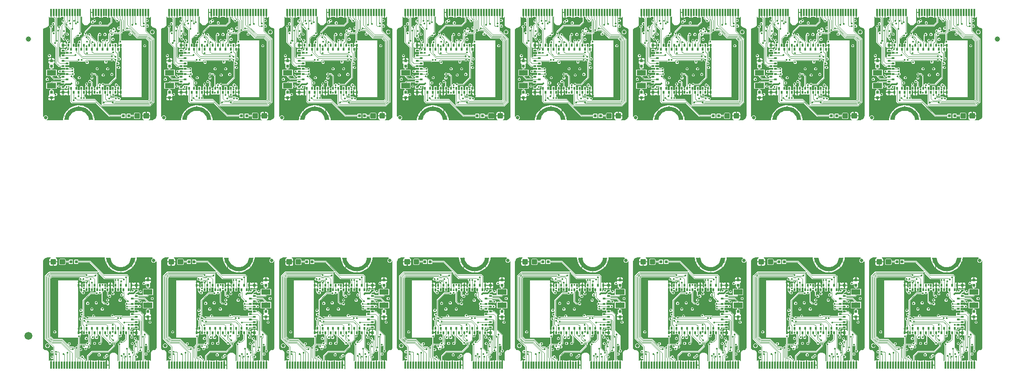
<source format=gtl>
G04 EAGLE Gerber RS-274X export*
G75*
%MOMM*%
%FSLAX34Y34*%
%LPD*%
%INTop Copper*%
%IPPOS*%
%AMOC8*
5,1,8,0,0,1.08239X$1,22.5*%
G01*
%ADD10R,0.400000X0.600000*%
%ADD11R,0.600000X0.600000*%
%ADD12R,0.600000X0.400000*%
%ADD13R,1.800000X1.000000*%
%ADD14C,0.300000*%
%ADD15C,0.635000*%
%ADD16R,0.350000X1.450000*%
%ADD17C,0.352400*%
%ADD18C,0.101600*%
%ADD19C,1.000000*%
%ADD20C,1.500000*%
%ADD21C,0.304800*%

G36*
X468036Y12611D02*
X468036Y12611D01*
X468042Y12610D01*
X468135Y12631D01*
X468228Y12650D01*
X468232Y12652D01*
X468237Y12654D01*
X468315Y12709D01*
X468394Y12762D01*
X468396Y12767D01*
X468401Y12770D01*
X468451Y12851D01*
X468503Y12930D01*
X468504Y12935D01*
X468506Y12940D01*
X468538Y13117D01*
X468538Y22541D01*
X469749Y22541D01*
X470421Y22361D01*
X470445Y22345D01*
X470508Y22333D01*
X470568Y22313D01*
X470606Y22316D01*
X470643Y22309D01*
X470705Y22323D01*
X470768Y22328D01*
X470802Y22345D01*
X470838Y22353D01*
X470890Y22390D01*
X470947Y22418D01*
X470971Y22447D01*
X471002Y22469D01*
X471035Y22523D01*
X471076Y22571D01*
X471088Y22607D01*
X471107Y22639D01*
X471121Y22712D01*
X471137Y22763D01*
X471134Y22788D01*
X471139Y22816D01*
X471139Y24607D01*
X471138Y24612D01*
X471139Y24617D01*
X471119Y24710D01*
X471100Y24803D01*
X471097Y24808D01*
X471096Y24813D01*
X471041Y24891D01*
X470987Y24969D01*
X470983Y24972D01*
X470980Y24976D01*
X470898Y25027D01*
X470819Y25078D01*
X470814Y25079D01*
X470810Y25082D01*
X470632Y25114D01*
X468227Y25114D01*
X466599Y26742D01*
X466599Y29044D01*
X468227Y30672D01*
X470632Y30672D01*
X470637Y30673D01*
X470643Y30672D01*
X470736Y30692D01*
X470829Y30711D01*
X470833Y30714D01*
X470838Y30715D01*
X470916Y30771D01*
X470995Y30824D01*
X470997Y30828D01*
X471002Y30831D01*
X471052Y30913D01*
X471104Y30992D01*
X471105Y30997D01*
X471107Y31002D01*
X471139Y31179D01*
X471139Y35361D01*
X471139Y35364D01*
X471139Y35366D01*
X471119Y35461D01*
X471100Y35557D01*
X471098Y35560D01*
X471098Y35562D01*
X471042Y35643D01*
X470987Y35723D01*
X470985Y35725D01*
X470983Y35727D01*
X470900Y35780D01*
X470819Y35832D01*
X470817Y35833D01*
X470814Y35834D01*
X470719Y35851D01*
X470622Y35868D01*
X470619Y35868D01*
X470617Y35868D01*
X470523Y35846D01*
X470426Y35825D01*
X470424Y35823D01*
X470421Y35822D01*
X470333Y35761D01*
X468013Y35761D01*
X466385Y37389D01*
X466385Y39691D01*
X468013Y41319D01*
X470336Y41319D01*
X470358Y41304D01*
X470440Y41249D01*
X470443Y41249D01*
X470445Y41248D01*
X470541Y41230D01*
X470637Y41212D01*
X470640Y41212D01*
X470643Y41212D01*
X470739Y41233D01*
X470833Y41253D01*
X470836Y41255D01*
X470838Y41255D01*
X470918Y41312D01*
X470998Y41368D01*
X470999Y41370D01*
X471002Y41371D01*
X471053Y41455D01*
X471106Y41537D01*
X471106Y41539D01*
X471107Y41542D01*
X471139Y41719D01*
X471139Y47317D01*
X471138Y47324D01*
X471139Y47332D01*
X471118Y47422D01*
X471100Y47513D01*
X471095Y47520D01*
X471094Y47527D01*
X470991Y47675D01*
X455639Y63027D01*
X455639Y183500D01*
X456681Y184542D01*
X462782Y190643D01*
X463824Y191685D01*
X551730Y191685D01*
X551907Y191653D01*
X556651Y191653D01*
X556654Y191653D01*
X556657Y191653D01*
X556751Y191673D01*
X556848Y191692D01*
X556850Y191694D01*
X556853Y191694D01*
X556933Y191750D01*
X557014Y191805D01*
X557015Y191807D01*
X557017Y191809D01*
X557071Y191892D01*
X557123Y191973D01*
X557123Y191976D01*
X557125Y191978D01*
X557141Y192074D01*
X557159Y192170D01*
X557158Y192173D01*
X557158Y192175D01*
X557137Y192269D01*
X557115Y192366D01*
X557113Y192368D01*
X557113Y192371D01*
X557010Y192519D01*
X541202Y208327D01*
X541195Y208331D01*
X541191Y208337D01*
X541112Y208386D01*
X541035Y208438D01*
X541027Y208439D01*
X541021Y208443D01*
X540843Y208475D01*
X519688Y208475D01*
X519683Y208474D01*
X519678Y208475D01*
X519585Y208454D01*
X519492Y208436D01*
X519487Y208433D01*
X519482Y208432D01*
X519404Y208376D01*
X519326Y208323D01*
X519323Y208319D01*
X519319Y208316D01*
X519268Y208234D01*
X519217Y208155D01*
X519216Y208150D01*
X519213Y208145D01*
X519181Y207968D01*
X519181Y206579D01*
X518585Y205983D01*
X511743Y205983D01*
X511147Y206579D01*
X511147Y213421D01*
X511743Y214017D01*
X518585Y214017D01*
X519181Y213421D01*
X519181Y212032D01*
X519182Y212027D01*
X519181Y212022D01*
X519202Y211929D01*
X519221Y211835D01*
X519223Y211831D01*
X519225Y211826D01*
X519280Y211748D01*
X519333Y211670D01*
X519338Y211667D01*
X519341Y211663D01*
X519422Y211612D01*
X519501Y211560D01*
X519506Y211560D01*
X519511Y211557D01*
X519688Y211525D01*
X542317Y211525D01*
X567408Y186434D01*
X567414Y186429D01*
X567419Y186423D01*
X567497Y186374D01*
X567575Y186323D01*
X567582Y186321D01*
X567589Y186317D01*
X567766Y186285D01*
X613035Y186285D01*
X614077Y185243D01*
X615647Y183673D01*
X616689Y182632D01*
X616689Y170896D01*
X616703Y170826D01*
X616709Y170755D01*
X616723Y170729D01*
X616729Y170700D01*
X616769Y170640D01*
X616802Y170577D01*
X616825Y170558D01*
X616841Y170534D01*
X616901Y170495D01*
X616956Y170449D01*
X616984Y170441D01*
X617009Y170425D01*
X617080Y170412D01*
X617148Y170391D01*
X617180Y170394D01*
X617206Y170389D01*
X617257Y170400D01*
X617327Y170406D01*
X617830Y170541D01*
X619165Y170541D01*
X619165Y165492D01*
X619166Y165487D01*
X619165Y165482D01*
X619186Y165389D01*
X619204Y165296D01*
X619207Y165291D01*
X619209Y165286D01*
X619264Y165208D01*
X619317Y165130D01*
X619322Y165127D01*
X619325Y165123D01*
X619406Y165072D01*
X619485Y165021D01*
X619490Y165020D01*
X619495Y165017D01*
X619592Y164999D01*
X619569Y164994D01*
X619476Y164975D01*
X619471Y164973D01*
X619466Y164971D01*
X619388Y164916D01*
X619310Y164863D01*
X619307Y164858D01*
X619303Y164855D01*
X619252Y164774D01*
X619201Y164695D01*
X619200Y164690D01*
X619197Y164685D01*
X619165Y164508D01*
X619165Y159459D01*
X618688Y159459D01*
X618683Y159458D01*
X618678Y159459D01*
X618585Y159438D01*
X618492Y159420D01*
X618487Y159417D01*
X618482Y159416D01*
X618404Y159360D01*
X618326Y159307D01*
X618323Y159303D01*
X618319Y159300D01*
X618268Y159218D01*
X618217Y159139D01*
X618216Y159134D01*
X618213Y159129D01*
X618181Y158952D01*
X618181Y153524D01*
X618182Y153519D01*
X618181Y153514D01*
X618202Y153421D01*
X618221Y153327D01*
X618223Y153323D01*
X618225Y153318D01*
X618280Y153240D01*
X618333Y153162D01*
X618338Y153159D01*
X618341Y153155D01*
X618422Y153104D01*
X618501Y153052D01*
X618506Y153052D01*
X618511Y153049D01*
X618688Y153017D01*
X619993Y153017D01*
X619996Y153017D01*
X619998Y153017D01*
X620093Y153037D01*
X620190Y153056D01*
X620192Y153058D01*
X620194Y153058D01*
X620274Y153114D01*
X620355Y153169D01*
X620357Y153171D01*
X620359Y153173D01*
X620410Y153253D01*
X620465Y153337D01*
X620465Y153340D01*
X620467Y153342D01*
X620483Y153437D01*
X620500Y153534D01*
X620500Y153537D01*
X620500Y153540D01*
X620478Y153634D01*
X620457Y153730D01*
X620455Y153732D01*
X620455Y153735D01*
X620385Y153834D01*
X620385Y156151D01*
X622013Y157779D01*
X624315Y157779D01*
X625282Y156812D01*
X625284Y156811D01*
X625285Y156809D01*
X625365Y156757D01*
X625448Y156701D01*
X625451Y156701D01*
X625453Y156700D01*
X625549Y156682D01*
X625645Y156664D01*
X625648Y156664D01*
X625651Y156664D01*
X625747Y156685D01*
X625841Y156705D01*
X625844Y156707D01*
X625846Y156707D01*
X625926Y156764D01*
X626006Y156820D01*
X626008Y156822D01*
X626010Y156823D01*
X626062Y156907D01*
X626114Y156989D01*
X626114Y156991D01*
X626115Y156994D01*
X626147Y157171D01*
X626147Y157421D01*
X626743Y158017D01*
X633585Y158017D01*
X634181Y157421D01*
X634181Y152579D01*
X633585Y151983D01*
X630951Y151983D01*
X630943Y151982D01*
X630935Y151983D01*
X630845Y151962D01*
X630754Y151944D01*
X630748Y151939D01*
X630740Y151937D01*
X630592Y151835D01*
X627853Y149096D01*
X627640Y148883D01*
X627638Y148880D01*
X627636Y148879D01*
X627583Y148798D01*
X627529Y148716D01*
X627529Y148713D01*
X627527Y148711D01*
X627509Y148613D01*
X627491Y148519D01*
X627492Y148516D01*
X627491Y148514D01*
X627513Y148417D01*
X627533Y148323D01*
X627534Y148321D01*
X627535Y148318D01*
X627592Y148238D01*
X627647Y148158D01*
X627650Y148157D01*
X627651Y148155D01*
X627735Y148103D01*
X627816Y148051D01*
X627819Y148050D01*
X627821Y148049D01*
X627999Y148017D01*
X633585Y148017D01*
X634181Y147421D01*
X634181Y147032D01*
X634182Y147027D01*
X634181Y147022D01*
X634202Y146929D01*
X634221Y146835D01*
X634223Y146831D01*
X634225Y146826D01*
X634280Y146748D01*
X634333Y146670D01*
X634338Y146667D01*
X634341Y146663D01*
X634422Y146612D01*
X634501Y146560D01*
X634506Y146560D01*
X634511Y146557D01*
X634688Y146525D01*
X641640Y146525D01*
X641645Y146526D01*
X641651Y146525D01*
X641744Y146546D01*
X641837Y146564D01*
X641841Y146567D01*
X641846Y146568D01*
X641924Y146624D01*
X642003Y146677D01*
X642005Y146681D01*
X642010Y146684D01*
X642060Y146766D01*
X642112Y146845D01*
X642113Y146850D01*
X642115Y146855D01*
X642147Y147032D01*
X642147Y157921D01*
X642743Y158517D01*
X650132Y158517D01*
X650137Y158518D01*
X650143Y158517D01*
X650236Y158538D01*
X650329Y158556D01*
X650333Y158559D01*
X650338Y158560D01*
X650416Y158616D01*
X650495Y158669D01*
X650497Y158673D01*
X650502Y158676D01*
X650552Y158758D01*
X650604Y158837D01*
X650605Y158842D01*
X650607Y158847D01*
X650639Y159024D01*
X650639Y160476D01*
X650638Y160481D01*
X650639Y160486D01*
X650619Y160579D01*
X650600Y160673D01*
X650597Y160677D01*
X650596Y160682D01*
X650541Y160760D01*
X650487Y160838D01*
X650483Y160841D01*
X650480Y160845D01*
X650398Y160896D01*
X650319Y160948D01*
X650314Y160948D01*
X650310Y160951D01*
X650132Y160983D01*
X648743Y160983D01*
X648147Y161579D01*
X648147Y167607D01*
X648147Y167610D01*
X648147Y167612D01*
X648127Y167707D01*
X648108Y167803D01*
X648106Y167806D01*
X648106Y167808D01*
X648050Y167889D01*
X647995Y167969D01*
X647993Y167971D01*
X647992Y167973D01*
X647908Y168026D01*
X647827Y168078D01*
X647825Y168079D01*
X647822Y168080D01*
X647726Y168097D01*
X647630Y168114D01*
X647627Y168114D01*
X647625Y168114D01*
X647531Y168092D01*
X647434Y168071D01*
X647432Y168069D01*
X647430Y168068D01*
X647282Y167966D01*
X645537Y166221D01*
X643235Y166221D01*
X641607Y167849D01*
X641607Y170151D01*
X643235Y171779D01*
X645537Y171779D01*
X645758Y171558D01*
X645760Y171557D01*
X645761Y171555D01*
X645842Y171502D01*
X645924Y171447D01*
X645927Y171447D01*
X645929Y171446D01*
X646025Y171428D01*
X646121Y171410D01*
X646124Y171410D01*
X646127Y171410D01*
X646224Y171432D01*
X646317Y171451D01*
X646320Y171453D01*
X646322Y171453D01*
X646403Y171511D01*
X646482Y171566D01*
X646483Y171568D01*
X646486Y171569D01*
X646538Y171654D01*
X646590Y171735D01*
X646590Y171737D01*
X646591Y171740D01*
X646623Y171917D01*
X646623Y173985D01*
X651656Y173985D01*
X651661Y173986D01*
X651666Y173985D01*
X651759Y174006D01*
X651853Y174024D01*
X651857Y174027D01*
X651862Y174028D01*
X651940Y174084D01*
X652018Y174137D01*
X652021Y174141D01*
X652026Y174144D01*
X652076Y174226D01*
X652128Y174305D01*
X652129Y174310D01*
X652131Y174315D01*
X652163Y174492D01*
X652163Y175001D01*
X652165Y175001D01*
X652165Y174492D01*
X652166Y174487D01*
X652165Y174482D01*
X652186Y174389D01*
X652205Y174296D01*
X652208Y174291D01*
X652209Y174286D01*
X652264Y174208D01*
X652317Y174130D01*
X652322Y174127D01*
X652325Y174123D01*
X652406Y174072D01*
X652485Y174021D01*
X652490Y174020D01*
X652495Y174017D01*
X652672Y173985D01*
X657705Y173985D01*
X657705Y171665D01*
X657532Y171019D01*
X657197Y170440D01*
X656724Y169967D01*
X656145Y169632D01*
X656067Y169611D01*
X656033Y169595D01*
X655997Y169587D01*
X655944Y169551D01*
X655887Y169522D01*
X655863Y169494D01*
X655832Y169473D01*
X655798Y169419D01*
X655756Y169371D01*
X655745Y169335D01*
X655724Y169304D01*
X655714Y169241D01*
X655694Y169180D01*
X655697Y169143D01*
X655691Y169106D01*
X655705Y169044D01*
X655711Y168980D01*
X655728Y168947D01*
X655736Y168911D01*
X655779Y168850D01*
X655803Y168803D01*
X655823Y168787D01*
X655839Y168763D01*
X656181Y168421D01*
X656181Y161579D01*
X655585Y160983D01*
X654196Y160983D01*
X654191Y160982D01*
X654186Y160983D01*
X654093Y160962D01*
X654000Y160944D01*
X653995Y160941D01*
X653990Y160940D01*
X653912Y160884D01*
X653834Y160831D01*
X653831Y160827D01*
X653827Y160824D01*
X653776Y160742D01*
X653725Y160663D01*
X653724Y160658D01*
X653721Y160653D01*
X653689Y160476D01*
X653689Y159024D01*
X653690Y159019D01*
X653689Y159014D01*
X653710Y158921D01*
X653729Y158827D01*
X653731Y158823D01*
X653733Y158818D01*
X653788Y158740D01*
X653841Y158662D01*
X653846Y158659D01*
X653849Y158655D01*
X653930Y158604D01*
X654009Y158552D01*
X654014Y158552D01*
X654019Y158549D01*
X654196Y158517D01*
X661585Y158517D01*
X662181Y157921D01*
X662181Y147079D01*
X661585Y146483D01*
X654196Y146483D01*
X654191Y146482D01*
X654186Y146483D01*
X654093Y146462D01*
X654000Y146444D01*
X653995Y146441D01*
X653990Y146440D01*
X653912Y146384D01*
X653834Y146331D01*
X653831Y146327D01*
X653827Y146324D01*
X653776Y146242D01*
X653725Y146163D01*
X653724Y146158D01*
X653721Y146153D01*
X653689Y145976D01*
X653689Y145488D01*
X652717Y144517D01*
X651676Y143475D01*
X634688Y143475D01*
X634683Y143474D01*
X634678Y143475D01*
X634585Y143454D01*
X634492Y143436D01*
X634487Y143433D01*
X634482Y143432D01*
X634404Y143376D01*
X634326Y143323D01*
X634323Y143319D01*
X634319Y143316D01*
X634268Y143234D01*
X634217Y143155D01*
X634216Y143150D01*
X634213Y143145D01*
X634181Y142968D01*
X634181Y142579D01*
X633993Y142391D01*
X633991Y142388D01*
X633989Y142387D01*
X633936Y142306D01*
X633882Y142224D01*
X633881Y142221D01*
X633880Y142219D01*
X633863Y142123D01*
X633844Y142027D01*
X633845Y142024D01*
X633844Y142022D01*
X633866Y141925D01*
X633886Y141831D01*
X633887Y141829D01*
X633888Y141826D01*
X633945Y141745D01*
X634000Y141666D01*
X634002Y141665D01*
X634004Y141663D01*
X634088Y141610D01*
X634169Y141559D01*
X634172Y141558D01*
X634174Y141557D01*
X634351Y141525D01*
X646796Y141525D01*
X653689Y134632D01*
X653689Y134024D01*
X653690Y134019D01*
X653689Y134014D01*
X653710Y133920D01*
X653729Y133827D01*
X653731Y133823D01*
X653733Y133818D01*
X653788Y133740D01*
X653841Y133662D01*
X653846Y133659D01*
X653849Y133655D01*
X653930Y133604D01*
X654009Y133552D01*
X654014Y133552D01*
X654019Y133549D01*
X654196Y133517D01*
X661585Y133517D01*
X662181Y132921D01*
X662181Y122079D01*
X661585Y121483D01*
X654196Y121483D01*
X654191Y121482D01*
X654186Y121483D01*
X654093Y121462D01*
X654000Y121444D01*
X653995Y121441D01*
X653990Y121440D01*
X653912Y121384D01*
X653834Y121331D01*
X653831Y121327D01*
X653827Y121324D01*
X653776Y121242D01*
X653725Y121163D01*
X653724Y121158D01*
X653721Y121153D01*
X653689Y120976D01*
X653689Y119524D01*
X653690Y119519D01*
X653689Y119514D01*
X653710Y119421D01*
X653729Y119327D01*
X653731Y119323D01*
X653733Y119318D01*
X653788Y119240D01*
X653841Y119162D01*
X653846Y119159D01*
X653849Y119155D01*
X653930Y119104D01*
X654009Y119052D01*
X654014Y119052D01*
X654019Y119049D01*
X654196Y119017D01*
X655585Y119017D01*
X656181Y118421D01*
X656181Y111579D01*
X655839Y111237D01*
X655819Y111206D01*
X655791Y111181D01*
X655764Y111123D01*
X655728Y111070D01*
X655721Y111034D01*
X655705Y111000D01*
X655703Y110936D01*
X655691Y110873D01*
X655698Y110837D01*
X655697Y110800D01*
X655719Y110740D01*
X655732Y110677D01*
X655754Y110647D01*
X655767Y110612D01*
X655810Y110565D01*
X655847Y110513D01*
X655878Y110493D01*
X655904Y110465D01*
X655971Y110434D01*
X656016Y110405D01*
X656040Y110401D01*
X656067Y110389D01*
X656145Y110368D01*
X656724Y110033D01*
X657197Y109560D01*
X657532Y108981D01*
X657705Y108335D01*
X657705Y106015D01*
X652672Y106015D01*
X652667Y106014D01*
X652662Y106015D01*
X652569Y105994D01*
X652476Y105976D01*
X652471Y105973D01*
X652466Y105971D01*
X652389Y105916D01*
X652310Y105863D01*
X652307Y105859D01*
X652303Y105855D01*
X652252Y105774D01*
X652201Y105695D01*
X652200Y105690D01*
X652197Y105685D01*
X652165Y105508D01*
X652165Y104999D01*
X652163Y104999D01*
X652163Y105508D01*
X652162Y105513D01*
X652163Y105518D01*
X652142Y105611D01*
X652124Y105704D01*
X652121Y105709D01*
X652120Y105714D01*
X652064Y105792D01*
X652011Y105870D01*
X652007Y105873D01*
X652004Y105877D01*
X651922Y105928D01*
X651843Y105979D01*
X651838Y105980D01*
X651833Y105983D01*
X651656Y106015D01*
X646623Y106015D01*
X646623Y108335D01*
X646797Y108981D01*
X647131Y109560D01*
X647604Y110033D01*
X648183Y110368D01*
X648262Y110389D01*
X648295Y110405D01*
X648332Y110413D01*
X648384Y110449D01*
X648441Y110478D01*
X648466Y110506D01*
X648496Y110527D01*
X648531Y110581D01*
X648572Y110629D01*
X648584Y110665D01*
X648604Y110696D01*
X648615Y110759D01*
X648634Y110820D01*
X648631Y110857D01*
X648637Y110894D01*
X648623Y110956D01*
X648618Y111020D01*
X648600Y111053D01*
X648592Y111089D01*
X648550Y111150D01*
X648525Y111197D01*
X648506Y111213D01*
X648489Y111237D01*
X648147Y111579D01*
X648147Y118421D01*
X648743Y119017D01*
X650132Y119017D01*
X650137Y119018D01*
X650143Y119017D01*
X650236Y119038D01*
X650329Y119056D01*
X650333Y119059D01*
X650338Y119060D01*
X650416Y119116D01*
X650495Y119169D01*
X650497Y119173D01*
X650502Y119176D01*
X650552Y119258D01*
X650604Y119337D01*
X650605Y119342D01*
X650607Y119347D01*
X650639Y119524D01*
X650639Y120976D01*
X650638Y120981D01*
X650639Y120986D01*
X650619Y121079D01*
X650600Y121173D01*
X650597Y121177D01*
X650596Y121182D01*
X650541Y121259D01*
X650487Y121338D01*
X650483Y121341D01*
X650480Y121345D01*
X650398Y121396D01*
X650319Y121448D01*
X650314Y121448D01*
X650310Y121451D01*
X650132Y121483D01*
X642743Y121483D01*
X642147Y122079D01*
X642147Y132921D01*
X642743Y133517D01*
X649267Y133517D01*
X649269Y133517D01*
X649272Y133517D01*
X649367Y133537D01*
X649463Y133556D01*
X649465Y133558D01*
X649468Y133558D01*
X649548Y133614D01*
X649629Y133669D01*
X649630Y133671D01*
X649632Y133673D01*
X649686Y133756D01*
X649738Y133837D01*
X649739Y133840D01*
X649740Y133842D01*
X649756Y133938D01*
X649774Y134034D01*
X649773Y134037D01*
X649774Y134039D01*
X649752Y134132D01*
X649730Y134230D01*
X649729Y134232D01*
X649728Y134235D01*
X649625Y134383D01*
X645681Y138327D01*
X645675Y138331D01*
X645670Y138337D01*
X645591Y138386D01*
X645514Y138438D01*
X645507Y138439D01*
X645500Y138443D01*
X645323Y138475D01*
X634351Y138475D01*
X634349Y138475D01*
X634346Y138475D01*
X634251Y138455D01*
X634155Y138436D01*
X634153Y138434D01*
X634150Y138434D01*
X634070Y138378D01*
X633989Y138323D01*
X633988Y138321D01*
X633985Y138319D01*
X633933Y138236D01*
X633880Y138155D01*
X633879Y138152D01*
X633878Y138150D01*
X633862Y138054D01*
X633844Y137958D01*
X633845Y137955D01*
X633844Y137953D01*
X633866Y137860D01*
X633888Y137762D01*
X633889Y137760D01*
X633890Y137757D01*
X633993Y137609D01*
X634181Y137421D01*
X634181Y137032D01*
X634182Y137027D01*
X634181Y137022D01*
X634202Y136929D01*
X634221Y136835D01*
X634223Y136831D01*
X634225Y136826D01*
X634280Y136748D01*
X634333Y136670D01*
X634338Y136667D01*
X634341Y136663D01*
X634422Y136612D01*
X634501Y136560D01*
X634506Y136560D01*
X634511Y136557D01*
X634688Y136525D01*
X636549Y136525D01*
X636557Y136526D01*
X636565Y136525D01*
X636654Y136546D01*
X636746Y136564D01*
X636752Y136569D01*
X636760Y136571D01*
X636908Y136673D01*
X637013Y136779D01*
X639315Y136779D01*
X640943Y135151D01*
X640943Y132849D01*
X639315Y131221D01*
X637013Y131221D01*
X635385Y132849D01*
X635385Y132968D01*
X635384Y132973D01*
X635385Y132978D01*
X635365Y133071D01*
X635346Y133165D01*
X635343Y133169D01*
X635342Y133174D01*
X635287Y133252D01*
X635233Y133330D01*
X635229Y133333D01*
X635226Y133337D01*
X635144Y133388D01*
X635065Y133440D01*
X635060Y133440D01*
X635056Y133443D01*
X634878Y133475D01*
X634688Y133475D01*
X634683Y133474D01*
X634678Y133475D01*
X634585Y133454D01*
X634492Y133436D01*
X634487Y133433D01*
X634482Y133432D01*
X634404Y133376D01*
X634326Y133323D01*
X634323Y133319D01*
X634319Y133316D01*
X634268Y133234D01*
X634217Y133155D01*
X634216Y133150D01*
X634213Y133145D01*
X634181Y132968D01*
X634181Y132579D01*
X633585Y131983D01*
X626688Y131983D01*
X626683Y131982D01*
X626678Y131983D01*
X626585Y131962D01*
X626492Y131944D01*
X626487Y131941D01*
X626482Y131940D01*
X626404Y131884D01*
X626326Y131831D01*
X626323Y131827D01*
X626319Y131824D01*
X626268Y131742D01*
X626217Y131663D01*
X626216Y131658D01*
X626213Y131653D01*
X626181Y131476D01*
X626181Y128524D01*
X626182Y128519D01*
X626181Y128514D01*
X626202Y128421D01*
X626221Y128327D01*
X626223Y128323D01*
X626225Y128318D01*
X626280Y128240D01*
X626333Y128162D01*
X626338Y128159D01*
X626341Y128155D01*
X626422Y128104D01*
X626501Y128052D01*
X626506Y128052D01*
X626511Y128049D01*
X626688Y128017D01*
X633585Y128017D01*
X634210Y127392D01*
X634215Y127389D01*
X634218Y127385D01*
X634297Y127334D01*
X634377Y127281D01*
X634382Y127280D01*
X634387Y127277D01*
X634480Y127261D01*
X634574Y127243D01*
X634579Y127244D01*
X634584Y127243D01*
X634677Y127265D01*
X634770Y127285D01*
X634775Y127288D01*
X634780Y127289D01*
X634928Y127392D01*
X635315Y127779D01*
X637617Y127779D01*
X639244Y126151D01*
X639244Y123849D01*
X637617Y122221D01*
X635315Y122221D01*
X634928Y122608D01*
X634923Y122611D01*
X634920Y122615D01*
X634840Y122667D01*
X634761Y122719D01*
X634756Y122720D01*
X634751Y122723D01*
X634657Y122739D01*
X634564Y122757D01*
X634559Y122756D01*
X634553Y122757D01*
X634461Y122735D01*
X634368Y122715D01*
X634363Y122712D01*
X634358Y122711D01*
X634210Y122608D01*
X633585Y121983D01*
X626688Y121983D01*
X626683Y121982D01*
X626678Y121983D01*
X626585Y121962D01*
X626492Y121944D01*
X626487Y121941D01*
X626482Y121940D01*
X626404Y121884D01*
X626326Y121831D01*
X626323Y121827D01*
X626319Y121824D01*
X626268Y121742D01*
X626217Y121663D01*
X626216Y121658D01*
X626213Y121653D01*
X626181Y121476D01*
X626181Y118524D01*
X626182Y118519D01*
X626181Y118514D01*
X626202Y118421D01*
X626221Y118327D01*
X626223Y118323D01*
X626225Y118318D01*
X626280Y118240D01*
X626333Y118162D01*
X626338Y118159D01*
X626341Y118155D01*
X626422Y118104D01*
X626501Y118052D01*
X626506Y118052D01*
X626511Y118049D01*
X626688Y118017D01*
X633585Y118017D01*
X634181Y117421D01*
X634181Y117032D01*
X634182Y117027D01*
X634181Y117022D01*
X634202Y116929D01*
X634221Y116835D01*
X634223Y116831D01*
X634225Y116826D01*
X634280Y116748D01*
X634333Y116670D01*
X634338Y116667D01*
X634341Y116663D01*
X634422Y116612D01*
X634501Y116560D01*
X634506Y116560D01*
X634511Y116557D01*
X634688Y116525D01*
X637796Y116525D01*
X638837Y115483D01*
X643123Y111197D01*
X644165Y110156D01*
X644165Y80210D01*
X644166Y80203D01*
X644165Y80195D01*
X644186Y80105D01*
X644205Y80014D01*
X644209Y80007D01*
X644211Y80000D01*
X644313Y79852D01*
X654365Y69800D01*
X654365Y42615D01*
X654366Y42607D01*
X654365Y42600D01*
X654386Y42510D01*
X654405Y42419D01*
X654409Y42412D01*
X654411Y42404D01*
X654513Y42256D01*
X655619Y41151D01*
X655619Y38849D01*
X653991Y37221D01*
X651689Y37221D01*
X650061Y38849D01*
X650061Y41151D01*
X651167Y42256D01*
X651171Y42263D01*
X651178Y42268D01*
X651226Y42346D01*
X651278Y42423D01*
X651279Y42431D01*
X651283Y42438D01*
X651315Y42615D01*
X651315Y49997D01*
X651315Y50000D01*
X651315Y50002D01*
X651295Y50097D01*
X651276Y50193D01*
X651274Y50196D01*
X651274Y50198D01*
X651218Y50279D01*
X651163Y50359D01*
X651161Y50361D01*
X651160Y50363D01*
X651076Y50416D01*
X650995Y50468D01*
X650993Y50469D01*
X650990Y50470D01*
X650894Y50487D01*
X650798Y50504D01*
X650795Y50504D01*
X650793Y50504D01*
X650699Y50482D01*
X650602Y50461D01*
X650600Y50459D01*
X650598Y50458D01*
X650450Y50356D01*
X649315Y49221D01*
X646976Y49221D01*
X646920Y49259D01*
X646917Y49259D01*
X646915Y49260D01*
X646819Y49278D01*
X646723Y49296D01*
X646721Y49296D01*
X646718Y49296D01*
X646621Y49275D01*
X646527Y49255D01*
X646525Y49253D01*
X646522Y49253D01*
X646442Y49196D01*
X646362Y49140D01*
X646361Y49138D01*
X646359Y49137D01*
X646307Y49053D01*
X646255Y48971D01*
X646254Y48969D01*
X646253Y48966D01*
X646221Y48789D01*
X646221Y37099D01*
X646221Y37096D01*
X646221Y37094D01*
X646241Y36997D01*
X646261Y36903D01*
X646262Y36900D01*
X646263Y36898D01*
X646319Y36817D01*
X646373Y36737D01*
X646375Y36735D01*
X646377Y36733D01*
X646460Y36680D01*
X646541Y36628D01*
X646544Y36627D01*
X646546Y36626D01*
X646642Y36609D01*
X646738Y36592D01*
X646741Y36592D01*
X646744Y36592D01*
X646836Y36614D01*
X646934Y36635D01*
X646936Y36637D01*
X646939Y36638D01*
X647087Y36740D01*
X647299Y36953D01*
X649601Y36953D01*
X651229Y35325D01*
X651229Y33023D01*
X649601Y31395D01*
X647299Y31395D01*
X647087Y31608D01*
X647085Y31609D01*
X647083Y31611D01*
X647002Y31664D01*
X646920Y31719D01*
X646917Y31719D01*
X646915Y31720D01*
X646820Y31738D01*
X646723Y31756D01*
X646721Y31756D01*
X646718Y31756D01*
X646621Y31734D01*
X646527Y31715D01*
X646525Y31713D01*
X646522Y31713D01*
X646441Y31655D01*
X646362Y31600D01*
X646361Y31598D01*
X646359Y31597D01*
X646306Y31512D01*
X646255Y31431D01*
X646254Y31429D01*
X646253Y31426D01*
X646221Y31249D01*
X646221Y24750D01*
X646222Y24742D01*
X646221Y24734D01*
X646242Y24644D01*
X646261Y24553D01*
X646265Y24547D01*
X646267Y24539D01*
X646369Y24391D01*
X648147Y22613D01*
X648682Y22078D01*
X648688Y22074D01*
X648692Y22068D01*
X648729Y22046D01*
X648744Y22029D01*
X648784Y22010D01*
X648849Y21967D01*
X648856Y21966D01*
X648862Y21962D01*
X648904Y21955D01*
X648926Y21945D01*
X648973Y21944D01*
X649046Y21930D01*
X649053Y21931D01*
X649060Y21930D01*
X649099Y21940D01*
X649127Y21939D01*
X649182Y21959D01*
X649242Y21971D01*
X649248Y21976D01*
X649255Y21977D01*
X649277Y21993D01*
X649296Y22000D01*
X649933Y22368D01*
X650580Y22541D01*
X651790Y22541D01*
X651790Y13117D01*
X651791Y13112D01*
X651790Y13107D01*
X651811Y13014D01*
X651829Y12921D01*
X651832Y12916D01*
X651834Y12911D01*
X651889Y12833D01*
X651942Y12755D01*
X651947Y12752D01*
X651950Y12748D01*
X652031Y12697D01*
X652110Y12646D01*
X652115Y12645D01*
X652120Y12642D01*
X652297Y12610D01*
X653031Y12610D01*
X653036Y12611D01*
X653042Y12610D01*
X653135Y12631D01*
X653228Y12650D01*
X653232Y12652D01*
X653237Y12654D01*
X653315Y12709D01*
X653394Y12762D01*
X653396Y12767D01*
X653401Y12770D01*
X653451Y12851D01*
X653503Y12930D01*
X653504Y12935D01*
X653506Y12940D01*
X653538Y13117D01*
X653538Y22541D01*
X654749Y22541D01*
X655395Y22368D01*
X655974Y22033D01*
X656447Y21560D01*
X656689Y21141D01*
X656734Y21090D01*
X656773Y21033D01*
X656800Y21015D01*
X656821Y20991D01*
X656884Y20961D01*
X656941Y20924D01*
X656973Y20918D01*
X657002Y20904D01*
X657071Y20900D01*
X657139Y20888D01*
X657170Y20895D01*
X657202Y20893D01*
X657267Y20917D01*
X657334Y20932D01*
X657360Y20950D01*
X657391Y20961D01*
X657441Y21008D01*
X657498Y21048D01*
X657515Y21075D01*
X657538Y21097D01*
X657567Y21159D01*
X657603Y21218D01*
X657610Y21252D01*
X657622Y21279D01*
X657624Y21329D01*
X657635Y21395D01*
X657635Y34078D01*
X657635Y34081D01*
X657635Y34084D01*
X657620Y34158D01*
X657635Y35013D01*
X657635Y35017D01*
X657635Y35022D01*
X657635Y35868D01*
X657653Y35955D01*
X657668Y36769D01*
X659372Y39797D01*
X662308Y41653D01*
X663157Y41713D01*
X663250Y41738D01*
X663298Y41751D01*
X663971Y41770D01*
X663981Y41772D01*
X663992Y41771D01*
X664040Y41774D01*
X664205Y41786D01*
X664225Y41791D01*
X664248Y41791D01*
X665147Y41931D01*
X665152Y41932D01*
X665158Y41932D01*
X665327Y41995D01*
X667002Y42983D01*
X667030Y43008D01*
X667063Y43026D01*
X667111Y43081D01*
X667151Y43117D01*
X667162Y43140D01*
X667181Y43162D01*
X668169Y44838D01*
X668171Y44843D01*
X668175Y44847D01*
X668234Y45017D01*
X668383Y45980D01*
X668382Y46016D01*
X668389Y46058D01*
X668389Y209949D01*
X668383Y209983D01*
X668384Y210025D01*
X668235Y211000D01*
X668213Y211062D01*
X668199Y211125D01*
X668179Y211155D01*
X668166Y211189D01*
X668122Y211236D01*
X668085Y211290D01*
X668054Y211309D01*
X668030Y211336D01*
X667971Y211363D01*
X667916Y211398D01*
X667880Y211404D01*
X667847Y211418D01*
X667782Y211420D01*
X667718Y211431D01*
X667683Y211423D01*
X667647Y211424D01*
X667586Y211400D01*
X667523Y211386D01*
X667491Y211363D01*
X667460Y211351D01*
X667426Y211318D01*
X667375Y211283D01*
X664900Y208808D01*
X661428Y208808D01*
X658972Y211264D01*
X658972Y214736D01*
X661447Y217211D01*
X661483Y217265D01*
X661526Y217314D01*
X661538Y217348D01*
X661558Y217378D01*
X661570Y217442D01*
X661591Y217503D01*
X661589Y217539D01*
X661595Y217575D01*
X661582Y217638D01*
X661578Y217703D01*
X661561Y217735D01*
X661554Y217771D01*
X661517Y217824D01*
X661488Y217882D01*
X661460Y217906D01*
X661440Y217935D01*
X661385Y217970D01*
X661335Y218013D01*
X661298Y218025D01*
X661270Y218043D01*
X661223Y218051D01*
X661165Y218071D01*
X660189Y218219D01*
X660154Y218218D01*
X660113Y218225D01*
X630969Y218225D01*
X630924Y218216D01*
X630879Y218217D01*
X630827Y218197D01*
X630772Y218186D01*
X630735Y218160D01*
X630693Y218144D01*
X630653Y218105D01*
X630606Y218073D01*
X630582Y218035D01*
X630549Y218004D01*
X630528Y217952D01*
X630497Y217905D01*
X630489Y217861D01*
X630471Y217819D01*
X630470Y217756D01*
X630461Y217708D01*
X630468Y217677D01*
X630467Y217639D01*
X630478Y217572D01*
X630458Y217380D01*
X630460Y217355D01*
X630455Y217326D01*
X630455Y217133D01*
X630427Y217027D01*
X630424Y216991D01*
X630412Y216949D01*
X630258Y215494D01*
X629516Y212132D01*
X628961Y210507D01*
X626203Y210507D01*
X627181Y213423D01*
X627181Y213433D01*
X627190Y213458D01*
X627910Y217456D01*
X627905Y217495D01*
X627911Y217533D01*
X627898Y217563D01*
X627895Y217595D01*
X627870Y217625D01*
X627854Y217661D01*
X627828Y217679D01*
X627807Y217704D01*
X627770Y217717D01*
X627738Y217738D01*
X627682Y217747D01*
X627675Y217749D01*
X627672Y217748D01*
X627664Y217749D01*
X619664Y217749D01*
X619600Y217731D01*
X619530Y217710D01*
X619484Y217658D01*
X619438Y217605D01*
X619438Y217604D01*
X619417Y217533D01*
X619036Y214671D01*
X618216Y211922D01*
X616978Y209336D01*
X615349Y206975D01*
X613372Y204897D01*
X611093Y203155D01*
X608571Y201791D01*
X605866Y200838D01*
X603045Y200320D01*
X600164Y200249D01*
X597284Y200320D01*
X594463Y200838D01*
X591758Y201791D01*
X589235Y203155D01*
X586957Y204897D01*
X584979Y206975D01*
X583351Y209336D01*
X582112Y211922D01*
X581293Y214671D01*
X580911Y217533D01*
X580884Y217595D01*
X580855Y217661D01*
X580854Y217661D01*
X580794Y217701D01*
X580738Y217738D01*
X580664Y217749D01*
X579667Y217749D01*
X579651Y217821D01*
X579632Y217915D01*
X579629Y217919D01*
X579628Y217924D01*
X579573Y218002D01*
X579519Y218080D01*
X579515Y218083D01*
X579512Y218087D01*
X579431Y218138D01*
X579351Y218190D01*
X579346Y218190D01*
X579342Y218193D01*
X579164Y218225D01*
X579159Y218224D01*
X579154Y218225D01*
X579061Y218204D01*
X578968Y218186D01*
X578963Y218183D01*
X578958Y218182D01*
X578880Y218126D01*
X578802Y218073D01*
X578799Y218069D01*
X578795Y218066D01*
X578744Y217984D01*
X578692Y217905D01*
X578692Y217900D01*
X578689Y217895D01*
X578662Y217749D01*
X572664Y217749D01*
X572627Y217739D01*
X572589Y217738D01*
X572562Y217719D01*
X572530Y217710D01*
X572505Y217681D01*
X572473Y217660D01*
X572460Y217630D01*
X572438Y217605D01*
X572432Y217567D01*
X572417Y217532D01*
X572418Y217474D01*
X572417Y217467D01*
X572418Y217464D01*
X572419Y217458D01*
X573112Y213447D01*
X573116Y213438D01*
X573121Y213411D01*
X574077Y210507D01*
X571319Y210507D01*
X570688Y212492D01*
X570687Y212497D01*
X570043Y215633D01*
X569913Y216958D01*
X569902Y216994D01*
X569898Y217040D01*
X569873Y217133D01*
X569873Y217339D01*
X569869Y217361D01*
X569871Y217388D01*
X569851Y217594D01*
X569858Y217635D01*
X569856Y217682D01*
X569864Y217728D01*
X569853Y217781D01*
X569851Y217835D01*
X569831Y217878D01*
X569821Y217924D01*
X569790Y217968D01*
X569767Y218017D01*
X569732Y218049D01*
X569705Y218087D01*
X569659Y218116D01*
X569619Y218153D01*
X569575Y218168D01*
X569535Y218193D01*
X569475Y218204D01*
X569430Y218220D01*
X569397Y218218D01*
X569357Y218225D01*
X476684Y218225D01*
X476617Y218212D01*
X476548Y218207D01*
X476519Y218192D01*
X476488Y218186D01*
X476431Y218147D01*
X476369Y218116D01*
X476349Y218091D01*
X476322Y218073D01*
X476284Y218015D01*
X476240Y217963D01*
X476230Y217932D01*
X476213Y217905D01*
X476201Y217837D01*
X476180Y217771D01*
X476183Y217739D01*
X476177Y217708D01*
X476192Y217640D01*
X476199Y217572D01*
X476214Y217544D01*
X476221Y217512D01*
X476261Y217456D01*
X476293Y217395D01*
X476320Y217373D01*
X476337Y217349D01*
X476380Y217322D01*
X476431Y217279D01*
X477375Y216733D01*
X478128Y215981D01*
X478660Y215060D01*
X478935Y214032D01*
X478935Y211015D01*
X471902Y211015D01*
X471897Y211014D01*
X471892Y211015D01*
X471799Y210994D01*
X471706Y210976D01*
X471701Y210973D01*
X471696Y210971D01*
X471619Y210916D01*
X471540Y210863D01*
X471537Y210859D01*
X471533Y210855D01*
X471482Y210774D01*
X471431Y210695D01*
X471430Y210690D01*
X471427Y210685D01*
X471395Y210508D01*
X471395Y209999D01*
X471393Y209999D01*
X471393Y210508D01*
X471392Y210513D01*
X471393Y210518D01*
X471372Y210611D01*
X471354Y210704D01*
X471351Y210709D01*
X471350Y210714D01*
X471294Y210792D01*
X471241Y210870D01*
X471237Y210873D01*
X471234Y210877D01*
X471152Y210928D01*
X471073Y210979D01*
X471068Y210980D01*
X471063Y210983D01*
X470886Y211015D01*
X463853Y211015D01*
X463853Y214032D01*
X464129Y215060D01*
X464661Y215981D01*
X465413Y216733D01*
X466358Y217279D01*
X466409Y217324D01*
X466466Y217363D01*
X466484Y217390D01*
X466508Y217411D01*
X466538Y217473D01*
X466576Y217531D01*
X466581Y217563D01*
X466595Y217592D01*
X466599Y217661D01*
X466611Y217728D01*
X466604Y217760D01*
X466606Y217792D01*
X466583Y217857D01*
X466568Y217924D01*
X466549Y217950D01*
X466538Y217981D01*
X466491Y218031D01*
X466452Y218087D01*
X466424Y218104D01*
X466403Y218128D01*
X466340Y218157D01*
X466281Y218193D01*
X466247Y218199D01*
X466220Y218212D01*
X466170Y218213D01*
X466104Y218225D01*
X460215Y218225D01*
X460181Y218218D01*
X460139Y218219D01*
X458150Y217916D01*
X458144Y217914D01*
X458138Y217914D01*
X457969Y217852D01*
X454521Y215824D01*
X454492Y215798D01*
X454458Y215780D01*
X454411Y215725D01*
X454371Y215690D01*
X454360Y215666D01*
X454341Y215644D01*
X452312Y212195D01*
X452310Y212189D01*
X452306Y212185D01*
X452295Y212152D01*
X452281Y212130D01*
X452274Y212090D01*
X452248Y212014D01*
X451945Y210025D01*
X451946Y209990D01*
X451939Y209949D01*
X451939Y46058D01*
X451946Y46023D01*
X451945Y45980D01*
X452095Y45017D01*
X452097Y45012D01*
X452096Y45007D01*
X452159Y44838D01*
X453147Y43162D01*
X453173Y43134D01*
X453190Y43101D01*
X453246Y43053D01*
X453281Y43013D01*
X453304Y43002D01*
X453326Y42983D01*
X455002Y41995D01*
X455007Y41993D01*
X455011Y41989D01*
X455182Y41931D01*
X456057Y41794D01*
X456075Y41795D01*
X456095Y41790D01*
X456305Y41773D01*
X456324Y41772D01*
X456337Y41773D01*
X456351Y41770D01*
X456998Y41752D01*
X457001Y41750D01*
X457007Y41748D01*
X457011Y41745D01*
X457053Y41736D01*
X457175Y41704D01*
X458027Y41636D01*
X460940Y39780D01*
X462643Y36776D01*
X462666Y35959D01*
X462667Y35958D01*
X462688Y35865D01*
X462693Y35845D01*
X462693Y35033D01*
X462694Y35026D01*
X462693Y35018D01*
X462716Y34217D01*
X462693Y34091D01*
X462693Y21395D01*
X462707Y21327D01*
X462712Y21259D01*
X462726Y21230D01*
X462733Y21199D01*
X462771Y21141D01*
X462803Y21080D01*
X462827Y21059D01*
X462845Y21033D01*
X462903Y20995D01*
X462956Y20951D01*
X462986Y20941D01*
X463013Y20924D01*
X463081Y20911D01*
X463147Y20891D01*
X463179Y20894D01*
X463210Y20888D01*
X463278Y20903D01*
X463346Y20909D01*
X463375Y20925D01*
X463406Y20932D01*
X463462Y20972D01*
X463523Y21004D01*
X463546Y21030D01*
X463570Y21048D01*
X463596Y21090D01*
X463639Y21141D01*
X463881Y21560D01*
X464354Y22033D01*
X464933Y22368D01*
X465580Y22541D01*
X466790Y22541D01*
X466790Y13117D01*
X466791Y13112D01*
X466790Y13107D01*
X466811Y13014D01*
X466829Y12921D01*
X466832Y12916D01*
X466834Y12911D01*
X466889Y12833D01*
X466942Y12755D01*
X466947Y12752D01*
X466950Y12748D01*
X467031Y12697D01*
X467110Y12646D01*
X467115Y12645D01*
X467120Y12642D01*
X467297Y12610D01*
X468031Y12610D01*
X468036Y12611D01*
G37*
G36*
X918201Y12611D02*
X918201Y12611D01*
X918206Y12610D01*
X918299Y12631D01*
X918392Y12650D01*
X918396Y12652D01*
X918401Y12654D01*
X918479Y12709D01*
X918558Y12762D01*
X918561Y12767D01*
X918565Y12770D01*
X918615Y12851D01*
X918667Y12930D01*
X918668Y12935D01*
X918671Y12940D01*
X918703Y13117D01*
X918703Y22541D01*
X919913Y22541D01*
X920585Y22361D01*
X920609Y22345D01*
X920672Y22333D01*
X920733Y22313D01*
X920770Y22316D01*
X920807Y22309D01*
X920869Y22323D01*
X920932Y22328D01*
X920966Y22345D01*
X921002Y22353D01*
X921054Y22390D01*
X921111Y22418D01*
X921135Y22447D01*
X921166Y22469D01*
X921200Y22523D01*
X921241Y22571D01*
X921252Y22607D01*
X921272Y22639D01*
X921285Y22712D01*
X921301Y22763D01*
X921299Y22788D01*
X921304Y22816D01*
X921304Y24607D01*
X921303Y24612D01*
X921304Y24617D01*
X921283Y24710D01*
X921264Y24803D01*
X921261Y24808D01*
X921260Y24813D01*
X921205Y24891D01*
X921151Y24969D01*
X921147Y24972D01*
X921144Y24976D01*
X921063Y25027D01*
X920983Y25078D01*
X920978Y25079D01*
X920974Y25082D01*
X920796Y25114D01*
X918391Y25114D01*
X916764Y26742D01*
X916764Y29044D01*
X918391Y30672D01*
X920796Y30672D01*
X920802Y30673D01*
X920807Y30672D01*
X920900Y30692D01*
X920993Y30711D01*
X920997Y30714D01*
X921002Y30715D01*
X921080Y30771D01*
X921159Y30824D01*
X921162Y30828D01*
X921166Y30831D01*
X921216Y30913D01*
X921268Y30992D01*
X921269Y30997D01*
X921272Y31002D01*
X921304Y31179D01*
X921304Y35361D01*
X921303Y35364D01*
X921304Y35366D01*
X921284Y35461D01*
X921264Y35557D01*
X921263Y35560D01*
X921262Y35562D01*
X921206Y35643D01*
X921151Y35723D01*
X921149Y35725D01*
X921148Y35727D01*
X921065Y35780D01*
X920983Y35832D01*
X920981Y35833D01*
X920978Y35834D01*
X920883Y35851D01*
X920786Y35868D01*
X920783Y35868D01*
X920781Y35868D01*
X920687Y35846D01*
X920590Y35825D01*
X920588Y35823D01*
X920586Y35822D01*
X920498Y35761D01*
X918177Y35761D01*
X916550Y37389D01*
X916550Y39691D01*
X918177Y41319D01*
X920500Y41319D01*
X920522Y41304D01*
X920605Y41249D01*
X920607Y41249D01*
X920609Y41248D01*
X920706Y41230D01*
X920802Y41212D01*
X920804Y41212D01*
X920807Y41212D01*
X920903Y41233D01*
X920998Y41253D01*
X921000Y41255D01*
X921002Y41255D01*
X921082Y41312D01*
X921162Y41368D01*
X921164Y41370D01*
X921166Y41371D01*
X921218Y41455D01*
X921270Y41537D01*
X921270Y41539D01*
X921272Y41542D01*
X921304Y41719D01*
X921304Y47317D01*
X921302Y47324D01*
X921303Y47332D01*
X921282Y47422D01*
X921264Y47513D01*
X921260Y47520D01*
X921258Y47527D01*
X921155Y47675D01*
X905804Y63027D01*
X905804Y183500D01*
X906845Y184542D01*
X912947Y190643D01*
X913988Y191685D01*
X1001894Y191685D01*
X1002071Y191653D01*
X1006816Y191653D01*
X1006818Y191653D01*
X1006821Y191653D01*
X1006916Y191673D01*
X1007012Y191692D01*
X1007014Y191694D01*
X1007017Y191694D01*
X1007098Y191750D01*
X1007178Y191805D01*
X1007179Y191807D01*
X1007182Y191809D01*
X1007235Y191892D01*
X1007287Y191973D01*
X1007288Y191976D01*
X1007289Y191978D01*
X1007305Y192074D01*
X1007323Y192170D01*
X1007322Y192173D01*
X1007323Y192175D01*
X1007301Y192269D01*
X1007279Y192366D01*
X1007278Y192368D01*
X1007277Y192371D01*
X1007174Y192519D01*
X991366Y208327D01*
X991360Y208331D01*
X991355Y208337D01*
X991276Y208386D01*
X991199Y208438D01*
X991192Y208439D01*
X991185Y208443D01*
X991008Y208475D01*
X969852Y208475D01*
X969847Y208474D01*
X969842Y208475D01*
X969749Y208454D01*
X969656Y208436D01*
X969652Y208433D01*
X969646Y208432D01*
X969569Y208376D01*
X969490Y208323D01*
X969487Y208319D01*
X969483Y208316D01*
X969432Y208234D01*
X969381Y208155D01*
X969380Y208150D01*
X969377Y208145D01*
X969345Y207968D01*
X969345Y206579D01*
X968750Y205983D01*
X961907Y205983D01*
X961312Y206579D01*
X961312Y213421D01*
X961907Y214017D01*
X968750Y214017D01*
X969345Y213421D01*
X969345Y212032D01*
X969346Y212027D01*
X969345Y212022D01*
X969366Y211929D01*
X969385Y211835D01*
X969388Y211831D01*
X969389Y211826D01*
X969444Y211748D01*
X969497Y211670D01*
X969502Y211667D01*
X969505Y211663D01*
X969586Y211612D01*
X969665Y211560D01*
X969671Y211560D01*
X969675Y211557D01*
X969852Y211525D01*
X992481Y211525D01*
X1017572Y186434D01*
X1017578Y186429D01*
X1017583Y186423D01*
X1017662Y186374D01*
X1017739Y186323D01*
X1017746Y186321D01*
X1017753Y186317D01*
X1017930Y186285D01*
X1063200Y186285D01*
X1064241Y185243D01*
X1065811Y183673D01*
X1066853Y182632D01*
X1066853Y170896D01*
X1066867Y170826D01*
X1066873Y170755D01*
X1066887Y170729D01*
X1066893Y170700D01*
X1066933Y170640D01*
X1066966Y170577D01*
X1066989Y170558D01*
X1067005Y170534D01*
X1067065Y170495D01*
X1067120Y170449D01*
X1067149Y170441D01*
X1067173Y170425D01*
X1067244Y170412D01*
X1067312Y170391D01*
X1067344Y170394D01*
X1067371Y170389D01*
X1067422Y170400D01*
X1067492Y170406D01*
X1067994Y170541D01*
X1069329Y170541D01*
X1069329Y165492D01*
X1069330Y165487D01*
X1069329Y165482D01*
X1069350Y165389D01*
X1069369Y165296D01*
X1069372Y165291D01*
X1069373Y165286D01*
X1069428Y165208D01*
X1069481Y165130D01*
X1069486Y165127D01*
X1069489Y165123D01*
X1069570Y165072D01*
X1069649Y165021D01*
X1069655Y165020D01*
X1069659Y165017D01*
X1069756Y164999D01*
X1069733Y164994D01*
X1069640Y164975D01*
X1069636Y164973D01*
X1069630Y164971D01*
X1069553Y164916D01*
X1069474Y164863D01*
X1069471Y164858D01*
X1069467Y164855D01*
X1069416Y164774D01*
X1069365Y164695D01*
X1069364Y164690D01*
X1069361Y164685D01*
X1069329Y164508D01*
X1069329Y159459D01*
X1068852Y159459D01*
X1068847Y159458D01*
X1068842Y159459D01*
X1068749Y159438D01*
X1068656Y159420D01*
X1068652Y159417D01*
X1068646Y159416D01*
X1068569Y159360D01*
X1068490Y159307D01*
X1068487Y159303D01*
X1068483Y159300D01*
X1068432Y159218D01*
X1068381Y159139D01*
X1068380Y159134D01*
X1068377Y159129D01*
X1068345Y158952D01*
X1068345Y153524D01*
X1068346Y153519D01*
X1068345Y153514D01*
X1068366Y153421D01*
X1068385Y153327D01*
X1068388Y153323D01*
X1068389Y153318D01*
X1068444Y153240D01*
X1068497Y153162D01*
X1068502Y153159D01*
X1068505Y153155D01*
X1068586Y153104D01*
X1068665Y153052D01*
X1068671Y153052D01*
X1068675Y153049D01*
X1068852Y153017D01*
X1070157Y153017D01*
X1070160Y153017D01*
X1070163Y153017D01*
X1070257Y153037D01*
X1070354Y153056D01*
X1070356Y153058D01*
X1070359Y153058D01*
X1070438Y153114D01*
X1070520Y153169D01*
X1070521Y153171D01*
X1070523Y153173D01*
X1070574Y153253D01*
X1070629Y153337D01*
X1070629Y153340D01*
X1070631Y153342D01*
X1070647Y153437D01*
X1070665Y153534D01*
X1070664Y153537D01*
X1070664Y153540D01*
X1070642Y153634D01*
X1070621Y153730D01*
X1070619Y153732D01*
X1070619Y153735D01*
X1070550Y153834D01*
X1070550Y156151D01*
X1072177Y157779D01*
X1074479Y157779D01*
X1075446Y156812D01*
X1075448Y156811D01*
X1075449Y156809D01*
X1075529Y156757D01*
X1075613Y156701D01*
X1075615Y156701D01*
X1075617Y156700D01*
X1075713Y156682D01*
X1075810Y156664D01*
X1075812Y156664D01*
X1075815Y156664D01*
X1075911Y156685D01*
X1076006Y156705D01*
X1076008Y156707D01*
X1076010Y156707D01*
X1076090Y156764D01*
X1076170Y156820D01*
X1076172Y156822D01*
X1076174Y156823D01*
X1076226Y156907D01*
X1076278Y156989D01*
X1076278Y156991D01*
X1076280Y156994D01*
X1076312Y157171D01*
X1076312Y157421D01*
X1076907Y158017D01*
X1083750Y158017D01*
X1084345Y157421D01*
X1084345Y152579D01*
X1083750Y151983D01*
X1081115Y151983D01*
X1081107Y151982D01*
X1081099Y151983D01*
X1081010Y151962D01*
X1080918Y151944D01*
X1080912Y151939D01*
X1080904Y151937D01*
X1080756Y151835D01*
X1078018Y149096D01*
X1077804Y148883D01*
X1077803Y148880D01*
X1077801Y148879D01*
X1077748Y148798D01*
X1077693Y148716D01*
X1077693Y148713D01*
X1077691Y148711D01*
X1077674Y148613D01*
X1077656Y148519D01*
X1077656Y148516D01*
X1077656Y148514D01*
X1077677Y148417D01*
X1077697Y148323D01*
X1077699Y148321D01*
X1077699Y148318D01*
X1077756Y148238D01*
X1077812Y148158D01*
X1077814Y148157D01*
X1077815Y148155D01*
X1077899Y148103D01*
X1077981Y148051D01*
X1077983Y148050D01*
X1077986Y148049D01*
X1078163Y148017D01*
X1083750Y148017D01*
X1084345Y147421D01*
X1084345Y147032D01*
X1084346Y147027D01*
X1084345Y147022D01*
X1084366Y146929D01*
X1084385Y146835D01*
X1084388Y146831D01*
X1084389Y146826D01*
X1084444Y146748D01*
X1084497Y146670D01*
X1084502Y146667D01*
X1084505Y146663D01*
X1084586Y146612D01*
X1084665Y146560D01*
X1084671Y146560D01*
X1084675Y146557D01*
X1084852Y146525D01*
X1091804Y146525D01*
X1091810Y146526D01*
X1091815Y146525D01*
X1091908Y146546D01*
X1092001Y146564D01*
X1092005Y146567D01*
X1092010Y146568D01*
X1092088Y146624D01*
X1092167Y146677D01*
X1092170Y146681D01*
X1092174Y146684D01*
X1092224Y146766D01*
X1092276Y146845D01*
X1092277Y146850D01*
X1092280Y146855D01*
X1092312Y147032D01*
X1092312Y157921D01*
X1092907Y158517D01*
X1100296Y158517D01*
X1100302Y158518D01*
X1100307Y158517D01*
X1100400Y158538D01*
X1100493Y158556D01*
X1100497Y158559D01*
X1100502Y158560D01*
X1100580Y158616D01*
X1100659Y158669D01*
X1100662Y158673D01*
X1100666Y158676D01*
X1100716Y158758D01*
X1100768Y158837D01*
X1100769Y158842D01*
X1100772Y158847D01*
X1100804Y159024D01*
X1100804Y160476D01*
X1100803Y160481D01*
X1100804Y160486D01*
X1100783Y160579D01*
X1100764Y160673D01*
X1100761Y160677D01*
X1100760Y160682D01*
X1100705Y160760D01*
X1100651Y160838D01*
X1100647Y160841D01*
X1100644Y160845D01*
X1100563Y160896D01*
X1100483Y160948D01*
X1100478Y160948D01*
X1100474Y160951D01*
X1100296Y160983D01*
X1098907Y160983D01*
X1098312Y161579D01*
X1098312Y167607D01*
X1098311Y167610D01*
X1098312Y167612D01*
X1098292Y167707D01*
X1098272Y167803D01*
X1098271Y167806D01*
X1098270Y167808D01*
X1098214Y167889D01*
X1098159Y167969D01*
X1098157Y167971D01*
X1098156Y167973D01*
X1098072Y168026D01*
X1097991Y168078D01*
X1097989Y168079D01*
X1097987Y168080D01*
X1097890Y168097D01*
X1097794Y168114D01*
X1097791Y168114D01*
X1097789Y168114D01*
X1097695Y168092D01*
X1097598Y168071D01*
X1097596Y168069D01*
X1097594Y168068D01*
X1097446Y167966D01*
X1095701Y166221D01*
X1093399Y166221D01*
X1091772Y167849D01*
X1091772Y170151D01*
X1093399Y171779D01*
X1095701Y171779D01*
X1095922Y171558D01*
X1095924Y171557D01*
X1095925Y171555D01*
X1096007Y171502D01*
X1096089Y171447D01*
X1096091Y171447D01*
X1096093Y171446D01*
X1096189Y171428D01*
X1096286Y171410D01*
X1096288Y171410D01*
X1096291Y171410D01*
X1096388Y171432D01*
X1096482Y171451D01*
X1096484Y171453D01*
X1096486Y171453D01*
X1096567Y171511D01*
X1096646Y171566D01*
X1096648Y171568D01*
X1096650Y171569D01*
X1096702Y171654D01*
X1096754Y171735D01*
X1096754Y171737D01*
X1096756Y171740D01*
X1096788Y171917D01*
X1096788Y173985D01*
X1101820Y173985D01*
X1101825Y173986D01*
X1101831Y173985D01*
X1101924Y174006D01*
X1102017Y174024D01*
X1102021Y174027D01*
X1102026Y174028D01*
X1102104Y174084D01*
X1102183Y174137D01*
X1102185Y174141D01*
X1102190Y174144D01*
X1102240Y174226D01*
X1102292Y174305D01*
X1102293Y174310D01*
X1102296Y174315D01*
X1102328Y174492D01*
X1102328Y175001D01*
X1102329Y175001D01*
X1102329Y174492D01*
X1102330Y174487D01*
X1102329Y174482D01*
X1102350Y174389D01*
X1102369Y174296D01*
X1102372Y174291D01*
X1102373Y174286D01*
X1102428Y174208D01*
X1102482Y174130D01*
X1102486Y174127D01*
X1102489Y174123D01*
X1102570Y174072D01*
X1102650Y174021D01*
X1102655Y174020D01*
X1102659Y174017D01*
X1102837Y173985D01*
X1107869Y173985D01*
X1107869Y171665D01*
X1107696Y171019D01*
X1107362Y170440D01*
X1106888Y169967D01*
X1106309Y169632D01*
X1106231Y169611D01*
X1106197Y169595D01*
X1106161Y169587D01*
X1106108Y169551D01*
X1106051Y169522D01*
X1106027Y169494D01*
X1105996Y169473D01*
X1105962Y169419D01*
X1105920Y169371D01*
X1105909Y169335D01*
X1105889Y169304D01*
X1105878Y169241D01*
X1105858Y169180D01*
X1105861Y169143D01*
X1105855Y169106D01*
X1105870Y169044D01*
X1105875Y168980D01*
X1105892Y168947D01*
X1105901Y168911D01*
X1105943Y168850D01*
X1105968Y168803D01*
X1105987Y168787D01*
X1106003Y168763D01*
X1106345Y168421D01*
X1106345Y161579D01*
X1105750Y160983D01*
X1104360Y160983D01*
X1104355Y160982D01*
X1104350Y160983D01*
X1104257Y160962D01*
X1104164Y160944D01*
X1104160Y160941D01*
X1104154Y160940D01*
X1104077Y160884D01*
X1103998Y160831D01*
X1103995Y160827D01*
X1103991Y160824D01*
X1103940Y160742D01*
X1103889Y160663D01*
X1103888Y160658D01*
X1103885Y160653D01*
X1103853Y160476D01*
X1103853Y159024D01*
X1103854Y159019D01*
X1103853Y159014D01*
X1103874Y158921D01*
X1103893Y158827D01*
X1103896Y158823D01*
X1103897Y158818D01*
X1103952Y158740D01*
X1104005Y158662D01*
X1104010Y158659D01*
X1104013Y158655D01*
X1104094Y158604D01*
X1104173Y158552D01*
X1104179Y158552D01*
X1104183Y158549D01*
X1104360Y158517D01*
X1111750Y158517D01*
X1112345Y157921D01*
X1112345Y147079D01*
X1111750Y146483D01*
X1104360Y146483D01*
X1104355Y146482D01*
X1104350Y146483D01*
X1104257Y146462D01*
X1104164Y146444D01*
X1104160Y146441D01*
X1104154Y146440D01*
X1104077Y146384D01*
X1103998Y146331D01*
X1103995Y146327D01*
X1103991Y146324D01*
X1103940Y146242D01*
X1103889Y146163D01*
X1103888Y146158D01*
X1103885Y146153D01*
X1103853Y145976D01*
X1103853Y145488D01*
X1102882Y144517D01*
X1101840Y143475D01*
X1084852Y143475D01*
X1084847Y143474D01*
X1084842Y143475D01*
X1084749Y143454D01*
X1084656Y143436D01*
X1084652Y143433D01*
X1084646Y143432D01*
X1084569Y143376D01*
X1084490Y143323D01*
X1084487Y143319D01*
X1084483Y143316D01*
X1084432Y143234D01*
X1084381Y143155D01*
X1084380Y143150D01*
X1084377Y143145D01*
X1084345Y142968D01*
X1084345Y142579D01*
X1084157Y142391D01*
X1084155Y142388D01*
X1084153Y142387D01*
X1084101Y142306D01*
X1084046Y142224D01*
X1084045Y142221D01*
X1084044Y142219D01*
X1084027Y142123D01*
X1084008Y142027D01*
X1084009Y142024D01*
X1084008Y142022D01*
X1084030Y141925D01*
X1084050Y141831D01*
X1084051Y141829D01*
X1084052Y141826D01*
X1084110Y141745D01*
X1084164Y141666D01*
X1084166Y141665D01*
X1084168Y141663D01*
X1084252Y141610D01*
X1084333Y141559D01*
X1084336Y141558D01*
X1084338Y141557D01*
X1084516Y141525D01*
X1096960Y141525D01*
X1103853Y134632D01*
X1103853Y134024D01*
X1103854Y134019D01*
X1103853Y134014D01*
X1103874Y133920D01*
X1103893Y133827D01*
X1103896Y133823D01*
X1103897Y133818D01*
X1103952Y133740D01*
X1104005Y133662D01*
X1104010Y133659D01*
X1104013Y133655D01*
X1104094Y133604D01*
X1104173Y133552D01*
X1104179Y133552D01*
X1104183Y133549D01*
X1104360Y133517D01*
X1111750Y133517D01*
X1112345Y132921D01*
X1112345Y122079D01*
X1111750Y121483D01*
X1104360Y121483D01*
X1104355Y121482D01*
X1104350Y121483D01*
X1104257Y121462D01*
X1104164Y121444D01*
X1104160Y121441D01*
X1104154Y121440D01*
X1104077Y121384D01*
X1103998Y121331D01*
X1103995Y121327D01*
X1103991Y121324D01*
X1103940Y121242D01*
X1103889Y121163D01*
X1103888Y121158D01*
X1103885Y121153D01*
X1103853Y120976D01*
X1103853Y119524D01*
X1103854Y119519D01*
X1103853Y119514D01*
X1103874Y119421D01*
X1103893Y119327D01*
X1103896Y119323D01*
X1103897Y119318D01*
X1103952Y119240D01*
X1104005Y119162D01*
X1104010Y119159D01*
X1104013Y119155D01*
X1104094Y119104D01*
X1104173Y119052D01*
X1104179Y119052D01*
X1104183Y119049D01*
X1104360Y119017D01*
X1105750Y119017D01*
X1106345Y118421D01*
X1106345Y111579D01*
X1106003Y111237D01*
X1105983Y111206D01*
X1105955Y111181D01*
X1105928Y111123D01*
X1105893Y111070D01*
X1105886Y111034D01*
X1105870Y111000D01*
X1105867Y110936D01*
X1105855Y110873D01*
X1105863Y110837D01*
X1105861Y110800D01*
X1105883Y110740D01*
X1105897Y110677D01*
X1105918Y110647D01*
X1105931Y110612D01*
X1105974Y110565D01*
X1106011Y110513D01*
X1106042Y110493D01*
X1106068Y110465D01*
X1106135Y110434D01*
X1106180Y110405D01*
X1106205Y110401D01*
X1106231Y110389D01*
X1106309Y110368D01*
X1106888Y110033D01*
X1107362Y109560D01*
X1107696Y108981D01*
X1107869Y108335D01*
X1107869Y106015D01*
X1102837Y106015D01*
X1102831Y106014D01*
X1102826Y106015D01*
X1102733Y105994D01*
X1102640Y105976D01*
X1102636Y105973D01*
X1102631Y105971D01*
X1102553Y105916D01*
X1102474Y105863D01*
X1102471Y105859D01*
X1102467Y105855D01*
X1102416Y105774D01*
X1102365Y105695D01*
X1102364Y105690D01*
X1102361Y105685D01*
X1102329Y105508D01*
X1102329Y104999D01*
X1102328Y104999D01*
X1102328Y105508D01*
X1102327Y105513D01*
X1102327Y105518D01*
X1102307Y105611D01*
X1102288Y105704D01*
X1102285Y105709D01*
X1102284Y105714D01*
X1102229Y105792D01*
X1102175Y105870D01*
X1102171Y105873D01*
X1102168Y105877D01*
X1102086Y105928D01*
X1102007Y105979D01*
X1102002Y105980D01*
X1101998Y105983D01*
X1101820Y106015D01*
X1096788Y106015D01*
X1096788Y108335D01*
X1096961Y108981D01*
X1097295Y109560D01*
X1097768Y110033D01*
X1098348Y110368D01*
X1098426Y110389D01*
X1098459Y110405D01*
X1098496Y110413D01*
X1098548Y110449D01*
X1098606Y110478D01*
X1098630Y110506D01*
X1098661Y110527D01*
X1098695Y110581D01*
X1098737Y110629D01*
X1098748Y110665D01*
X1098768Y110696D01*
X1098779Y110759D01*
X1098799Y110820D01*
X1098795Y110857D01*
X1098802Y110894D01*
X1098787Y110956D01*
X1098782Y111020D01*
X1098765Y111053D01*
X1098756Y111089D01*
X1098714Y111150D01*
X1098689Y111197D01*
X1098670Y111213D01*
X1098653Y111237D01*
X1098312Y111579D01*
X1098312Y118421D01*
X1098907Y119017D01*
X1100296Y119017D01*
X1100302Y119018D01*
X1100307Y119017D01*
X1100400Y119038D01*
X1100493Y119056D01*
X1100497Y119059D01*
X1100502Y119060D01*
X1100580Y119116D01*
X1100659Y119169D01*
X1100662Y119173D01*
X1100666Y119176D01*
X1100716Y119258D01*
X1100768Y119337D01*
X1100769Y119342D01*
X1100772Y119347D01*
X1100804Y119524D01*
X1100804Y120976D01*
X1100803Y120981D01*
X1100804Y120986D01*
X1100783Y121079D01*
X1100764Y121173D01*
X1100761Y121177D01*
X1100760Y121182D01*
X1100705Y121259D01*
X1100651Y121338D01*
X1100647Y121341D01*
X1100644Y121345D01*
X1100563Y121396D01*
X1100483Y121448D01*
X1100478Y121448D01*
X1100474Y121451D01*
X1100296Y121483D01*
X1092907Y121483D01*
X1092312Y122079D01*
X1092312Y132921D01*
X1092907Y133517D01*
X1099431Y133517D01*
X1099433Y133517D01*
X1099436Y133517D01*
X1099531Y133537D01*
X1099627Y133556D01*
X1099629Y133558D01*
X1099632Y133558D01*
X1099713Y133614D01*
X1099793Y133669D01*
X1099795Y133671D01*
X1099797Y133673D01*
X1099850Y133756D01*
X1099902Y133837D01*
X1099903Y133840D01*
X1099904Y133842D01*
X1099921Y133938D01*
X1099938Y134034D01*
X1099937Y134037D01*
X1099938Y134039D01*
X1099916Y134132D01*
X1099894Y134230D01*
X1099893Y134232D01*
X1099892Y134235D01*
X1099789Y134383D01*
X1095845Y138327D01*
X1095839Y138331D01*
X1095834Y138337D01*
X1095756Y138386D01*
X1095678Y138438D01*
X1095671Y138439D01*
X1095664Y138443D01*
X1095487Y138475D01*
X1084516Y138475D01*
X1084513Y138475D01*
X1084510Y138475D01*
X1084415Y138455D01*
X1084319Y138436D01*
X1084317Y138434D01*
X1084314Y138434D01*
X1084234Y138378D01*
X1084153Y138323D01*
X1084152Y138321D01*
X1084150Y138319D01*
X1084097Y138236D01*
X1084044Y138155D01*
X1084044Y138152D01*
X1084042Y138150D01*
X1084026Y138054D01*
X1084008Y137958D01*
X1084009Y137955D01*
X1084009Y137953D01*
X1084030Y137860D01*
X1084052Y137762D01*
X1084054Y137760D01*
X1084054Y137757D01*
X1084157Y137609D01*
X1084345Y137421D01*
X1084345Y137032D01*
X1084346Y137027D01*
X1084345Y137022D01*
X1084366Y136929D01*
X1084385Y136835D01*
X1084388Y136831D01*
X1084389Y136826D01*
X1084444Y136748D01*
X1084497Y136670D01*
X1084502Y136667D01*
X1084505Y136663D01*
X1084586Y136612D01*
X1084665Y136560D01*
X1084671Y136560D01*
X1084675Y136557D01*
X1084852Y136525D01*
X1086713Y136525D01*
X1086721Y136526D01*
X1086729Y136525D01*
X1086819Y136546D01*
X1086910Y136564D01*
X1086916Y136569D01*
X1086924Y136571D01*
X1087072Y136673D01*
X1087177Y136779D01*
X1089479Y136779D01*
X1091107Y135151D01*
X1091107Y132849D01*
X1089479Y131221D01*
X1087177Y131221D01*
X1085550Y132849D01*
X1085550Y132968D01*
X1085549Y132973D01*
X1085550Y132978D01*
X1085529Y133071D01*
X1085510Y133165D01*
X1085507Y133169D01*
X1085506Y133174D01*
X1085451Y133252D01*
X1085397Y133330D01*
X1085393Y133333D01*
X1085390Y133337D01*
X1085309Y133388D01*
X1085229Y133440D01*
X1085224Y133440D01*
X1085220Y133443D01*
X1085042Y133475D01*
X1084852Y133475D01*
X1084847Y133474D01*
X1084842Y133475D01*
X1084749Y133454D01*
X1084656Y133436D01*
X1084652Y133433D01*
X1084646Y133432D01*
X1084569Y133376D01*
X1084490Y133323D01*
X1084487Y133319D01*
X1084483Y133316D01*
X1084432Y133234D01*
X1084381Y133155D01*
X1084380Y133150D01*
X1084377Y133145D01*
X1084345Y132968D01*
X1084345Y132579D01*
X1083750Y131983D01*
X1076852Y131983D01*
X1076847Y131982D01*
X1076842Y131983D01*
X1076749Y131962D01*
X1076656Y131944D01*
X1076652Y131941D01*
X1076646Y131940D01*
X1076569Y131884D01*
X1076490Y131831D01*
X1076487Y131827D01*
X1076483Y131824D01*
X1076432Y131742D01*
X1076381Y131663D01*
X1076380Y131658D01*
X1076377Y131653D01*
X1076345Y131476D01*
X1076345Y128524D01*
X1076346Y128519D01*
X1076345Y128514D01*
X1076366Y128421D01*
X1076385Y128327D01*
X1076388Y128323D01*
X1076389Y128318D01*
X1076444Y128240D01*
X1076497Y128162D01*
X1076502Y128159D01*
X1076505Y128155D01*
X1076586Y128104D01*
X1076665Y128052D01*
X1076671Y128052D01*
X1076675Y128049D01*
X1076852Y128017D01*
X1083750Y128017D01*
X1084375Y127392D01*
X1084379Y127389D01*
X1084382Y127385D01*
X1084462Y127334D01*
X1084541Y127281D01*
X1084547Y127280D01*
X1084551Y127277D01*
X1084645Y127261D01*
X1084738Y127243D01*
X1084744Y127244D01*
X1084749Y127243D01*
X1084841Y127265D01*
X1084934Y127285D01*
X1084939Y127288D01*
X1084944Y127289D01*
X1085092Y127392D01*
X1085479Y127779D01*
X1087781Y127779D01*
X1089409Y126151D01*
X1089409Y123849D01*
X1087781Y122221D01*
X1085479Y122221D01*
X1085092Y122608D01*
X1085088Y122611D01*
X1085085Y122615D01*
X1085004Y122667D01*
X1084925Y122719D01*
X1084920Y122720D01*
X1084915Y122723D01*
X1084822Y122739D01*
X1084728Y122757D01*
X1084723Y122756D01*
X1084718Y122757D01*
X1084625Y122735D01*
X1084532Y122715D01*
X1084528Y122712D01*
X1084523Y122711D01*
X1084375Y122608D01*
X1083750Y121983D01*
X1076852Y121983D01*
X1076847Y121982D01*
X1076842Y121983D01*
X1076749Y121962D01*
X1076656Y121944D01*
X1076652Y121941D01*
X1076646Y121940D01*
X1076569Y121884D01*
X1076490Y121831D01*
X1076487Y121827D01*
X1076483Y121824D01*
X1076432Y121742D01*
X1076381Y121663D01*
X1076380Y121658D01*
X1076377Y121653D01*
X1076345Y121476D01*
X1076345Y118524D01*
X1076346Y118519D01*
X1076345Y118514D01*
X1076366Y118421D01*
X1076385Y118327D01*
X1076388Y118323D01*
X1076389Y118318D01*
X1076444Y118240D01*
X1076497Y118162D01*
X1076502Y118159D01*
X1076505Y118155D01*
X1076586Y118104D01*
X1076665Y118052D01*
X1076671Y118052D01*
X1076675Y118049D01*
X1076852Y118017D01*
X1083750Y118017D01*
X1084345Y117421D01*
X1084345Y117032D01*
X1084346Y117027D01*
X1084345Y117022D01*
X1084366Y116929D01*
X1084385Y116835D01*
X1084388Y116831D01*
X1084389Y116826D01*
X1084444Y116748D01*
X1084497Y116670D01*
X1084502Y116667D01*
X1084505Y116663D01*
X1084586Y116612D01*
X1084665Y116560D01*
X1084671Y116560D01*
X1084675Y116557D01*
X1084852Y116525D01*
X1087960Y116525D01*
X1089002Y115483D01*
X1093287Y111197D01*
X1094329Y110156D01*
X1094329Y80210D01*
X1094331Y80203D01*
X1094329Y80195D01*
X1094350Y80105D01*
X1094369Y80014D01*
X1094373Y80007D01*
X1094375Y80000D01*
X1094478Y79852D01*
X1104529Y69800D01*
X1104529Y42615D01*
X1104531Y42607D01*
X1104529Y42600D01*
X1104550Y42510D01*
X1104569Y42419D01*
X1104573Y42412D01*
X1104575Y42404D01*
X1104678Y42256D01*
X1105783Y41151D01*
X1105783Y38849D01*
X1104155Y37221D01*
X1101853Y37221D01*
X1100226Y38849D01*
X1100226Y41151D01*
X1101331Y42256D01*
X1101335Y42263D01*
X1101342Y42268D01*
X1101391Y42346D01*
X1101442Y42423D01*
X1101444Y42431D01*
X1101448Y42438D01*
X1101480Y42615D01*
X1101480Y49997D01*
X1101479Y50000D01*
X1101480Y50002D01*
X1101460Y50097D01*
X1101440Y50193D01*
X1101439Y50196D01*
X1101438Y50198D01*
X1101382Y50279D01*
X1101327Y50359D01*
X1101325Y50361D01*
X1101324Y50363D01*
X1101240Y50416D01*
X1101159Y50468D01*
X1101157Y50469D01*
X1101155Y50470D01*
X1101058Y50487D01*
X1100962Y50504D01*
X1100959Y50504D01*
X1100957Y50504D01*
X1100863Y50482D01*
X1100766Y50461D01*
X1100764Y50459D01*
X1100762Y50458D01*
X1100614Y50356D01*
X1099479Y49221D01*
X1097140Y49221D01*
X1097084Y49259D01*
X1097082Y49259D01*
X1097079Y49260D01*
X1096984Y49278D01*
X1096887Y49296D01*
X1096885Y49296D01*
X1096882Y49296D01*
X1096785Y49275D01*
X1096691Y49255D01*
X1096689Y49253D01*
X1096686Y49253D01*
X1096606Y49196D01*
X1096527Y49140D01*
X1096525Y49138D01*
X1096523Y49137D01*
X1096471Y49053D01*
X1096419Y48971D01*
X1096419Y48969D01*
X1096417Y48966D01*
X1096385Y48789D01*
X1096385Y37099D01*
X1096386Y37096D01*
X1096385Y37094D01*
X1096406Y36997D01*
X1096425Y36903D01*
X1096426Y36900D01*
X1096427Y36898D01*
X1096483Y36817D01*
X1096537Y36737D01*
X1096540Y36735D01*
X1096541Y36733D01*
X1096624Y36680D01*
X1096705Y36628D01*
X1096708Y36627D01*
X1096710Y36626D01*
X1096806Y36609D01*
X1096903Y36592D01*
X1096905Y36592D01*
X1096908Y36592D01*
X1097001Y36614D01*
X1097098Y36635D01*
X1097101Y36637D01*
X1097103Y36638D01*
X1097251Y36740D01*
X1097463Y36953D01*
X1099765Y36953D01*
X1101393Y35325D01*
X1101393Y33023D01*
X1099765Y31395D01*
X1097463Y31395D01*
X1097251Y31608D01*
X1097249Y31609D01*
X1097247Y31611D01*
X1097167Y31664D01*
X1097084Y31719D01*
X1097081Y31719D01*
X1097079Y31720D01*
X1096984Y31738D01*
X1096887Y31756D01*
X1096885Y31756D01*
X1096882Y31756D01*
X1096785Y31734D01*
X1096691Y31715D01*
X1096689Y31713D01*
X1096686Y31713D01*
X1096605Y31655D01*
X1096527Y31600D01*
X1096525Y31598D01*
X1096523Y31597D01*
X1096471Y31512D01*
X1096419Y31431D01*
X1096419Y31429D01*
X1096417Y31426D01*
X1096385Y31249D01*
X1096385Y24750D01*
X1096387Y24742D01*
X1096385Y24734D01*
X1096406Y24644D01*
X1096425Y24553D01*
X1096429Y24547D01*
X1096431Y24539D01*
X1096534Y24391D01*
X1098311Y22613D01*
X1098846Y22078D01*
X1098852Y22074D01*
X1098857Y22068D01*
X1098893Y22046D01*
X1098908Y22029D01*
X1098949Y22010D01*
X1099013Y21967D01*
X1099021Y21966D01*
X1099027Y21962D01*
X1099068Y21955D01*
X1099091Y21945D01*
X1099137Y21944D01*
X1099210Y21930D01*
X1099217Y21931D01*
X1099225Y21930D01*
X1099264Y21940D01*
X1099291Y21939D01*
X1099347Y21959D01*
X1099406Y21971D01*
X1099412Y21976D01*
X1099419Y21977D01*
X1099441Y21993D01*
X1099461Y22000D01*
X1100098Y22368D01*
X1100744Y22541D01*
X1101954Y22541D01*
X1101954Y13117D01*
X1101955Y13112D01*
X1101954Y13107D01*
X1101975Y13014D01*
X1101994Y12921D01*
X1101997Y12916D01*
X1101998Y12911D01*
X1102053Y12833D01*
X1102106Y12755D01*
X1102111Y12752D01*
X1102114Y12748D01*
X1102195Y12697D01*
X1102274Y12646D01*
X1102280Y12645D01*
X1102284Y12642D01*
X1102461Y12610D01*
X1103195Y12610D01*
X1103201Y12611D01*
X1103206Y12610D01*
X1103299Y12631D01*
X1103392Y12650D01*
X1103396Y12652D01*
X1103401Y12654D01*
X1103479Y12709D01*
X1103558Y12762D01*
X1103561Y12767D01*
X1103565Y12770D01*
X1103615Y12851D01*
X1103667Y12930D01*
X1103668Y12935D01*
X1103671Y12940D01*
X1103703Y13117D01*
X1103703Y22541D01*
X1104913Y22541D01*
X1105559Y22368D01*
X1106138Y22033D01*
X1106611Y21560D01*
X1106853Y21141D01*
X1106899Y21090D01*
X1106937Y21033D01*
X1106964Y21015D01*
X1106986Y20991D01*
X1107048Y20961D01*
X1107105Y20924D01*
X1107137Y20918D01*
X1107166Y20904D01*
X1107235Y20900D01*
X1107303Y20888D01*
X1107334Y20895D01*
X1107366Y20893D01*
X1107431Y20917D01*
X1107498Y20932D01*
X1107525Y20950D01*
X1107555Y20961D01*
X1107606Y21008D01*
X1107662Y21048D01*
X1107679Y21075D01*
X1107703Y21097D01*
X1107731Y21159D01*
X1107768Y21218D01*
X1107774Y21252D01*
X1107786Y21279D01*
X1107788Y21329D01*
X1107800Y21395D01*
X1107800Y34078D01*
X1107799Y34081D01*
X1107800Y34084D01*
X1107784Y34158D01*
X1107800Y35012D01*
X1107799Y35017D01*
X1107800Y35022D01*
X1107800Y35868D01*
X1107817Y35955D01*
X1107832Y36769D01*
X1109536Y39797D01*
X1112472Y41653D01*
X1113321Y41713D01*
X1113414Y41738D01*
X1113463Y41751D01*
X1114135Y41770D01*
X1114145Y41772D01*
X1114156Y41771D01*
X1114204Y41774D01*
X1114205Y41774D01*
X1114370Y41786D01*
X1114389Y41791D01*
X1114412Y41791D01*
X1115311Y41931D01*
X1115316Y41932D01*
X1115322Y41932D01*
X1115491Y41995D01*
X1117166Y42983D01*
X1117194Y43008D01*
X1117228Y43026D01*
X1117276Y43081D01*
X1117315Y43117D01*
X1117326Y43140D01*
X1117345Y43162D01*
X1118334Y44838D01*
X1118335Y44843D01*
X1118339Y44847D01*
X1118398Y45017D01*
X1118548Y45980D01*
X1118546Y46016D01*
X1118554Y46058D01*
X1118554Y209949D01*
X1118547Y209983D01*
X1118548Y210025D01*
X1118399Y211000D01*
X1118377Y211062D01*
X1118363Y211125D01*
X1118343Y211155D01*
X1118331Y211189D01*
X1118286Y211236D01*
X1118249Y211290D01*
X1118219Y211309D01*
X1118194Y211336D01*
X1118135Y211363D01*
X1118080Y211397D01*
X1118044Y211404D01*
X1118012Y211418D01*
X1117947Y211420D01*
X1117882Y211431D01*
X1117847Y211423D01*
X1117811Y211424D01*
X1117751Y211400D01*
X1117687Y211385D01*
X1117655Y211363D01*
X1117624Y211351D01*
X1117590Y211318D01*
X1117539Y211283D01*
X1115065Y208808D01*
X1111592Y208808D01*
X1109137Y211264D01*
X1109137Y214736D01*
X1111611Y217211D01*
X1111647Y217265D01*
X1111690Y217314D01*
X1111702Y217348D01*
X1111722Y217378D01*
X1111734Y217442D01*
X1111755Y217503D01*
X1111753Y217539D01*
X1111760Y217575D01*
X1111746Y217638D01*
X1111742Y217703D01*
X1111726Y217735D01*
X1111718Y217771D01*
X1111681Y217824D01*
X1111652Y217882D01*
X1111624Y217906D01*
X1111604Y217935D01*
X1111549Y217970D01*
X1111499Y218013D01*
X1111462Y218025D01*
X1111435Y218043D01*
X1111387Y218051D01*
X1111329Y218071D01*
X1110354Y218219D01*
X1110319Y218218D01*
X1110277Y218225D01*
X1081133Y218225D01*
X1081089Y218216D01*
X1081044Y218217D01*
X1080991Y218197D01*
X1080936Y218186D01*
X1080899Y218160D01*
X1080857Y218144D01*
X1080817Y218105D01*
X1080770Y218073D01*
X1080746Y218035D01*
X1080714Y218004D01*
X1080692Y217952D01*
X1080661Y217905D01*
X1080653Y217861D01*
X1080636Y217819D01*
X1080634Y217756D01*
X1080626Y217708D01*
X1080633Y217677D01*
X1080632Y217639D01*
X1080642Y217572D01*
X1080622Y217380D01*
X1080624Y217355D01*
X1080619Y217326D01*
X1080619Y217133D01*
X1080591Y217027D01*
X1080589Y216991D01*
X1080576Y216949D01*
X1080423Y215494D01*
X1079680Y212132D01*
X1079125Y210507D01*
X1076367Y210507D01*
X1077345Y213423D01*
X1077345Y213433D01*
X1077354Y213458D01*
X1078074Y217456D01*
X1078070Y217495D01*
X1078075Y217533D01*
X1078062Y217563D01*
X1078059Y217595D01*
X1078034Y217625D01*
X1078019Y217661D01*
X1077992Y217679D01*
X1077972Y217704D01*
X1077935Y217717D01*
X1077902Y217738D01*
X1077847Y217747D01*
X1077839Y217749D01*
X1077836Y217748D01*
X1077828Y217749D01*
X1069828Y217749D01*
X1069764Y217731D01*
X1069694Y217710D01*
X1069648Y217658D01*
X1069602Y217605D01*
X1069602Y217604D01*
X1069581Y217533D01*
X1069200Y214671D01*
X1068381Y211922D01*
X1067142Y209336D01*
X1065513Y206975D01*
X1063536Y204897D01*
X1061258Y203155D01*
X1058735Y201791D01*
X1056030Y200838D01*
X1053209Y200320D01*
X1050328Y200249D01*
X1047448Y200320D01*
X1044627Y200838D01*
X1041922Y201791D01*
X1039399Y203155D01*
X1037121Y204897D01*
X1035143Y206975D01*
X1033515Y209336D01*
X1032276Y211922D01*
X1031457Y214671D01*
X1031075Y217533D01*
X1031048Y217595D01*
X1031019Y217661D01*
X1030958Y217701D01*
X1030902Y217738D01*
X1030828Y217749D01*
X1029831Y217749D01*
X1029815Y217821D01*
X1029796Y217915D01*
X1029793Y217919D01*
X1029792Y217924D01*
X1029737Y218002D01*
X1029684Y218080D01*
X1029679Y218083D01*
X1029676Y218087D01*
X1029595Y218138D01*
X1029515Y218190D01*
X1029510Y218190D01*
X1029506Y218193D01*
X1029329Y218225D01*
X1029328Y218225D01*
X1029323Y218224D01*
X1029318Y218225D01*
X1029225Y218204D01*
X1029132Y218186D01*
X1029127Y218183D01*
X1029122Y218182D01*
X1029044Y218126D01*
X1028966Y218073D01*
X1028963Y218069D01*
X1028959Y218066D01*
X1028908Y217984D01*
X1028857Y217905D01*
X1028856Y217900D01*
X1028853Y217895D01*
X1028827Y217749D01*
X1022828Y217749D01*
X1022792Y217739D01*
X1022753Y217738D01*
X1022726Y217719D01*
X1022694Y217710D01*
X1022669Y217681D01*
X1022637Y217660D01*
X1022624Y217630D01*
X1022602Y217605D01*
X1022597Y217567D01*
X1022581Y217532D01*
X1022582Y217474D01*
X1022581Y217467D01*
X1022583Y217464D01*
X1022583Y217458D01*
X1023276Y213447D01*
X1023280Y213438D01*
X1023285Y213411D01*
X1024242Y210507D01*
X1021483Y210507D01*
X1020853Y212492D01*
X1020844Y212536D01*
X1020207Y215633D01*
X1020077Y216958D01*
X1020066Y216994D01*
X1020062Y217040D01*
X1020038Y217133D01*
X1020038Y217339D01*
X1020033Y217361D01*
X1020035Y217388D01*
X1020015Y217594D01*
X1020022Y217635D01*
X1020020Y217682D01*
X1020029Y217728D01*
X1020017Y217781D01*
X1020015Y217835D01*
X1019995Y217878D01*
X1019985Y217924D01*
X1019954Y217968D01*
X1019931Y218017D01*
X1019896Y218049D01*
X1019869Y218087D01*
X1019823Y218116D01*
X1019783Y218153D01*
X1019739Y218168D01*
X1019699Y218193D01*
X1019639Y218204D01*
X1019594Y218220D01*
X1019561Y218218D01*
X1019522Y218225D01*
X926849Y218225D01*
X926781Y218212D01*
X926712Y218207D01*
X926684Y218192D01*
X926652Y218186D01*
X926595Y218147D01*
X926534Y218116D01*
X926513Y218091D01*
X926486Y218073D01*
X926449Y218015D01*
X926404Y217963D01*
X926394Y217932D01*
X926377Y217905D01*
X926365Y217837D01*
X926344Y217771D01*
X926347Y217739D01*
X926341Y217708D01*
X926356Y217640D01*
X926363Y217572D01*
X926378Y217544D01*
X926385Y217512D01*
X926425Y217456D01*
X926457Y217395D01*
X926484Y217373D01*
X926501Y217349D01*
X926544Y217322D01*
X926595Y217279D01*
X927540Y216733D01*
X928292Y215981D01*
X928824Y215060D01*
X929099Y214032D01*
X929099Y211015D01*
X922067Y211015D01*
X922061Y211014D01*
X922056Y211015D01*
X921963Y210994D01*
X921870Y210976D01*
X921866Y210973D01*
X921861Y210971D01*
X921783Y210916D01*
X921704Y210863D01*
X921701Y210859D01*
X921697Y210855D01*
X921646Y210774D01*
X921595Y210695D01*
X921594Y210690D01*
X921591Y210685D01*
X921559Y210508D01*
X921559Y209999D01*
X921558Y209999D01*
X921558Y210508D01*
X921557Y210513D01*
X921557Y210518D01*
X921537Y210611D01*
X921518Y210704D01*
X921515Y210709D01*
X921514Y210714D01*
X921459Y210792D01*
X921405Y210870D01*
X921401Y210873D01*
X921398Y210877D01*
X921316Y210928D01*
X921237Y210979D01*
X921232Y210980D01*
X921228Y210983D01*
X921050Y211015D01*
X914018Y211015D01*
X914018Y214032D01*
X914293Y215060D01*
X914825Y215981D01*
X915577Y216733D01*
X916522Y217279D01*
X916574Y217324D01*
X916631Y217363D01*
X916648Y217390D01*
X916672Y217411D01*
X916702Y217473D01*
X916740Y217531D01*
X916746Y217563D01*
X916760Y217592D01*
X916763Y217661D01*
X916775Y217728D01*
X916768Y217760D01*
X916770Y217792D01*
X916747Y217857D01*
X916732Y217924D01*
X916713Y217950D01*
X916702Y217981D01*
X916656Y218031D01*
X916616Y218087D01*
X916589Y218104D01*
X916567Y218128D01*
X916504Y218157D01*
X916446Y218193D01*
X916411Y218199D01*
X916385Y218212D01*
X916334Y218213D01*
X916268Y218225D01*
X910380Y218225D01*
X910345Y218218D01*
X910303Y218219D01*
X908314Y217916D01*
X908308Y217914D01*
X908302Y217914D01*
X908133Y217852D01*
X904685Y215824D01*
X904656Y215798D01*
X904622Y215780D01*
X904575Y215725D01*
X904536Y215690D01*
X904524Y215666D01*
X904505Y215644D01*
X902476Y212195D01*
X902474Y212189D01*
X902470Y212185D01*
X902459Y212152D01*
X902445Y212130D01*
X902438Y212090D01*
X902412Y212014D01*
X902109Y210025D01*
X902111Y209990D01*
X902103Y209949D01*
X902103Y46058D01*
X902110Y46023D01*
X902109Y45980D01*
X902259Y45017D01*
X902261Y45012D01*
X902261Y45007D01*
X902323Y44838D01*
X903311Y43162D01*
X903337Y43134D01*
X903354Y43101D01*
X903410Y43053D01*
X903445Y43013D01*
X903468Y43002D01*
X903491Y42983D01*
X905166Y41995D01*
X905171Y41993D01*
X905175Y41989D01*
X905346Y41931D01*
X906221Y41794D01*
X906239Y41795D01*
X906259Y41790D01*
X906470Y41773D01*
X906489Y41772D01*
X906501Y41773D01*
X906515Y41770D01*
X907162Y41752D01*
X907165Y41750D01*
X907171Y41748D01*
X907175Y41745D01*
X907216Y41736D01*
X907340Y41704D01*
X908191Y41636D01*
X911104Y39780D01*
X912808Y36776D01*
X912831Y35959D01*
X912831Y35958D01*
X912852Y35865D01*
X912857Y35845D01*
X912857Y35033D01*
X912858Y35026D01*
X912857Y35018D01*
X912880Y34217D01*
X912857Y34091D01*
X912857Y21395D01*
X912871Y21327D01*
X912876Y21259D01*
X912890Y21230D01*
X912897Y21199D01*
X912936Y21141D01*
X912967Y21080D01*
X912991Y21059D01*
X913009Y21033D01*
X913067Y20995D01*
X913120Y20951D01*
X913151Y20941D01*
X913177Y20924D01*
X913245Y20911D01*
X913311Y20891D01*
X913343Y20894D01*
X913375Y20888D01*
X913442Y20903D01*
X913511Y20909D01*
X913539Y20925D01*
X913570Y20932D01*
X913627Y20972D01*
X913687Y21004D01*
X913710Y21030D01*
X913734Y21048D01*
X913761Y21090D01*
X913804Y21141D01*
X914045Y21560D01*
X914518Y22033D01*
X915098Y22368D01*
X915744Y22541D01*
X916954Y22541D01*
X916954Y13117D01*
X916955Y13112D01*
X916954Y13107D01*
X916975Y13014D01*
X916994Y12921D01*
X916997Y12916D01*
X916998Y12911D01*
X917053Y12833D01*
X917106Y12755D01*
X917111Y12752D01*
X917114Y12748D01*
X917195Y12697D01*
X917274Y12646D01*
X917280Y12645D01*
X917284Y12642D01*
X917461Y12610D01*
X918195Y12610D01*
X918201Y12611D01*
G37*
G36*
X1368365Y12611D02*
X1368365Y12611D01*
X1368370Y12610D01*
X1368463Y12631D01*
X1368556Y12650D01*
X1368560Y12652D01*
X1368566Y12654D01*
X1368643Y12709D01*
X1368722Y12762D01*
X1368725Y12767D01*
X1368729Y12770D01*
X1368780Y12851D01*
X1368831Y12930D01*
X1368832Y12935D01*
X1368835Y12940D01*
X1368867Y13117D01*
X1368867Y22541D01*
X1370077Y22541D01*
X1370749Y22361D01*
X1370774Y22345D01*
X1370836Y22333D01*
X1370897Y22313D01*
X1370934Y22316D01*
X1370971Y22309D01*
X1371033Y22323D01*
X1371097Y22328D01*
X1371130Y22345D01*
X1371167Y22353D01*
X1371219Y22390D01*
X1371275Y22418D01*
X1371300Y22447D01*
X1371330Y22469D01*
X1371364Y22523D01*
X1371405Y22571D01*
X1371416Y22607D01*
X1371436Y22639D01*
X1371449Y22712D01*
X1371465Y22763D01*
X1371463Y22788D01*
X1371468Y22816D01*
X1371468Y24607D01*
X1371467Y24612D01*
X1371468Y24617D01*
X1371447Y24710D01*
X1371428Y24803D01*
X1371425Y24808D01*
X1371424Y24813D01*
X1371369Y24891D01*
X1371316Y24969D01*
X1371311Y24972D01*
X1371308Y24976D01*
X1371227Y25027D01*
X1371148Y25078D01*
X1371142Y25079D01*
X1371138Y25082D01*
X1370961Y25114D01*
X1368556Y25114D01*
X1366928Y26742D01*
X1366928Y29044D01*
X1368556Y30672D01*
X1370961Y30672D01*
X1370966Y30673D01*
X1370971Y30672D01*
X1371064Y30692D01*
X1371157Y30711D01*
X1371161Y30714D01*
X1371167Y30715D01*
X1371244Y30771D01*
X1371323Y30824D01*
X1371326Y30828D01*
X1371330Y30831D01*
X1371381Y30913D01*
X1371432Y30992D01*
X1371433Y30997D01*
X1371436Y31002D01*
X1371468Y31179D01*
X1371468Y35361D01*
X1371467Y35364D01*
X1371468Y35366D01*
X1371448Y35461D01*
X1371428Y35557D01*
X1371427Y35560D01*
X1371426Y35562D01*
X1371370Y35643D01*
X1371316Y35723D01*
X1371313Y35725D01*
X1371312Y35727D01*
X1371229Y35780D01*
X1371148Y35832D01*
X1371145Y35833D01*
X1371143Y35834D01*
X1371048Y35851D01*
X1370950Y35868D01*
X1370948Y35868D01*
X1370945Y35868D01*
X1370851Y35846D01*
X1370755Y35825D01*
X1370752Y35823D01*
X1370750Y35822D01*
X1370662Y35761D01*
X1368342Y35761D01*
X1366714Y37389D01*
X1366714Y39691D01*
X1368342Y41319D01*
X1370664Y41319D01*
X1370687Y41304D01*
X1370769Y41249D01*
X1370771Y41249D01*
X1370774Y41248D01*
X1370870Y41230D01*
X1370966Y41212D01*
X1370968Y41212D01*
X1370971Y41212D01*
X1371067Y41233D01*
X1371162Y41253D01*
X1371164Y41255D01*
X1371167Y41255D01*
X1371246Y41312D01*
X1371326Y41368D01*
X1371328Y41370D01*
X1371330Y41371D01*
X1371382Y41455D01*
X1371434Y41537D01*
X1371434Y41539D01*
X1371436Y41542D01*
X1371468Y41719D01*
X1371468Y47317D01*
X1371466Y47324D01*
X1371468Y47332D01*
X1371447Y47422D01*
X1371428Y47513D01*
X1371424Y47520D01*
X1371422Y47527D01*
X1371319Y47675D01*
X1355968Y63027D01*
X1355968Y183500D01*
X1357010Y184542D01*
X1363111Y190643D01*
X1364153Y191685D01*
X1452058Y191685D01*
X1452235Y191653D01*
X1456980Y191653D01*
X1456982Y191653D01*
X1456985Y191653D01*
X1457080Y191673D01*
X1457176Y191692D01*
X1457178Y191694D01*
X1457181Y191694D01*
X1457262Y191750D01*
X1457342Y191805D01*
X1457344Y191807D01*
X1457346Y191809D01*
X1457399Y191892D01*
X1457451Y191973D01*
X1457452Y191976D01*
X1457453Y191978D01*
X1457470Y192074D01*
X1457487Y192170D01*
X1457486Y192173D01*
X1457487Y192175D01*
X1457465Y192269D01*
X1457443Y192366D01*
X1457442Y192368D01*
X1457441Y192371D01*
X1457338Y192519D01*
X1441530Y208327D01*
X1441524Y208331D01*
X1441519Y208337D01*
X1441441Y208386D01*
X1441363Y208438D01*
X1441356Y208439D01*
X1441349Y208443D01*
X1441172Y208475D01*
X1420017Y208475D01*
X1420011Y208474D01*
X1420006Y208475D01*
X1419913Y208454D01*
X1419820Y208436D01*
X1419816Y208433D01*
X1419811Y208432D01*
X1419733Y208376D01*
X1419654Y208323D01*
X1419651Y208319D01*
X1419647Y208316D01*
X1419597Y208234D01*
X1419545Y208155D01*
X1419544Y208150D01*
X1419541Y208145D01*
X1419509Y207968D01*
X1419509Y206579D01*
X1418914Y205983D01*
X1412071Y205983D01*
X1411476Y206579D01*
X1411476Y213421D01*
X1412071Y214017D01*
X1418914Y214017D01*
X1419509Y213421D01*
X1419509Y212032D01*
X1419510Y212027D01*
X1419509Y212022D01*
X1419530Y211929D01*
X1419549Y211835D01*
X1419552Y211831D01*
X1419553Y211826D01*
X1419608Y211748D01*
X1419662Y211670D01*
X1419666Y211667D01*
X1419669Y211663D01*
X1419750Y211612D01*
X1419830Y211560D01*
X1419835Y211560D01*
X1419839Y211557D01*
X1420017Y211525D01*
X1442645Y211525D01*
X1467736Y186434D01*
X1467743Y186429D01*
X1467747Y186423D01*
X1467826Y186374D01*
X1467903Y186323D01*
X1467911Y186321D01*
X1467917Y186317D01*
X1468095Y186285D01*
X1513364Y186285D01*
X1514405Y185243D01*
X1515976Y183673D01*
X1517017Y182632D01*
X1517017Y170896D01*
X1517031Y170826D01*
X1517037Y170755D01*
X1517051Y170729D01*
X1517057Y170700D01*
X1517097Y170640D01*
X1517130Y170577D01*
X1517153Y170558D01*
X1517170Y170534D01*
X1517229Y170495D01*
X1517284Y170449D01*
X1517313Y170441D01*
X1517338Y170425D01*
X1517408Y170412D01*
X1517476Y170391D01*
X1517508Y170394D01*
X1517535Y170389D01*
X1517586Y170400D01*
X1517656Y170406D01*
X1518158Y170541D01*
X1519493Y170541D01*
X1519493Y165492D01*
X1519494Y165487D01*
X1519493Y165482D01*
X1519514Y165389D01*
X1519533Y165296D01*
X1519536Y165291D01*
X1519537Y165286D01*
X1519592Y165208D01*
X1519646Y165130D01*
X1519650Y165127D01*
X1519653Y165123D01*
X1519734Y165072D01*
X1519814Y165021D01*
X1519819Y165020D01*
X1519823Y165017D01*
X1519920Y164999D01*
X1519897Y164994D01*
X1519804Y164975D01*
X1519800Y164973D01*
X1519795Y164971D01*
X1519717Y164916D01*
X1519638Y164863D01*
X1519635Y164858D01*
X1519631Y164855D01*
X1519581Y164774D01*
X1519529Y164695D01*
X1519528Y164690D01*
X1519525Y164685D01*
X1519493Y164508D01*
X1519493Y159459D01*
X1519017Y159459D01*
X1519011Y159458D01*
X1519006Y159459D01*
X1518913Y159438D01*
X1518820Y159420D01*
X1518816Y159417D01*
X1518811Y159416D01*
X1518733Y159360D01*
X1518654Y159307D01*
X1518651Y159303D01*
X1518647Y159300D01*
X1518597Y159218D01*
X1518545Y159139D01*
X1518544Y159134D01*
X1518541Y159129D01*
X1518509Y158952D01*
X1518509Y153524D01*
X1518510Y153519D01*
X1518509Y153514D01*
X1518530Y153421D01*
X1518549Y153327D01*
X1518552Y153323D01*
X1518553Y153318D01*
X1518608Y153240D01*
X1518662Y153162D01*
X1518666Y153159D01*
X1518669Y153155D01*
X1518750Y153104D01*
X1518830Y153052D01*
X1518835Y153052D01*
X1518839Y153049D01*
X1519017Y153017D01*
X1520322Y153017D01*
X1520324Y153017D01*
X1520327Y153017D01*
X1520421Y153037D01*
X1520518Y153056D01*
X1520520Y153058D01*
X1520523Y153058D01*
X1520603Y153114D01*
X1520684Y153169D01*
X1520685Y153171D01*
X1520687Y153173D01*
X1520738Y153253D01*
X1520793Y153337D01*
X1520794Y153340D01*
X1520795Y153342D01*
X1520811Y153437D01*
X1520829Y153534D01*
X1520828Y153537D01*
X1520829Y153540D01*
X1520807Y153634D01*
X1520785Y153730D01*
X1520784Y153732D01*
X1520783Y153735D01*
X1520714Y153834D01*
X1520714Y156151D01*
X1522342Y157779D01*
X1524644Y157779D01*
X1525610Y156812D01*
X1525612Y156811D01*
X1525614Y156809D01*
X1525694Y156757D01*
X1525777Y156701D01*
X1525780Y156701D01*
X1525782Y156700D01*
X1525877Y156682D01*
X1525974Y156664D01*
X1525976Y156664D01*
X1525979Y156664D01*
X1526075Y156685D01*
X1526170Y156705D01*
X1526172Y156707D01*
X1526175Y156707D01*
X1526254Y156764D01*
X1526335Y156820D01*
X1526336Y156822D01*
X1526338Y156823D01*
X1526390Y156907D01*
X1526442Y156989D01*
X1526442Y156991D01*
X1526444Y156994D01*
X1526476Y157171D01*
X1526476Y157421D01*
X1527071Y158017D01*
X1533914Y158017D01*
X1534509Y157421D01*
X1534509Y152579D01*
X1533914Y151983D01*
X1531279Y151983D01*
X1531271Y151982D01*
X1531264Y151983D01*
X1531174Y151962D01*
X1531083Y151944D01*
X1531076Y151939D01*
X1531068Y151937D01*
X1530920Y151835D01*
X1528182Y149096D01*
X1527968Y148883D01*
X1527967Y148880D01*
X1527965Y148879D01*
X1527912Y148798D01*
X1527857Y148716D01*
X1527857Y148713D01*
X1527856Y148711D01*
X1527838Y148613D01*
X1527820Y148519D01*
X1527820Y148516D01*
X1527820Y148514D01*
X1527842Y148417D01*
X1527861Y148323D01*
X1527863Y148321D01*
X1527863Y148318D01*
X1527920Y148238D01*
X1527976Y148158D01*
X1527978Y148157D01*
X1527979Y148155D01*
X1528063Y148103D01*
X1528145Y148051D01*
X1528147Y148050D01*
X1528150Y148049D01*
X1528327Y148017D01*
X1533914Y148017D01*
X1534509Y147421D01*
X1534509Y147032D01*
X1534510Y147027D01*
X1534509Y147022D01*
X1534530Y146929D01*
X1534549Y146835D01*
X1534552Y146831D01*
X1534553Y146826D01*
X1534608Y146748D01*
X1534662Y146670D01*
X1534666Y146667D01*
X1534669Y146663D01*
X1534750Y146612D01*
X1534830Y146560D01*
X1534835Y146560D01*
X1534839Y146557D01*
X1535017Y146525D01*
X1541969Y146525D01*
X1541974Y146526D01*
X1541979Y146525D01*
X1542072Y146546D01*
X1542165Y146564D01*
X1542169Y146567D01*
X1542175Y146568D01*
X1542252Y146624D01*
X1542331Y146677D01*
X1542334Y146681D01*
X1542338Y146684D01*
X1542389Y146766D01*
X1542440Y146845D01*
X1542441Y146850D01*
X1542444Y146855D01*
X1542476Y147032D01*
X1542476Y157921D01*
X1543071Y158517D01*
X1550461Y158517D01*
X1550466Y158518D01*
X1550471Y158517D01*
X1550564Y158538D01*
X1550657Y158556D01*
X1550661Y158559D01*
X1550667Y158560D01*
X1550744Y158616D01*
X1550823Y158669D01*
X1550826Y158673D01*
X1550830Y158676D01*
X1550881Y158758D01*
X1550932Y158837D01*
X1550933Y158842D01*
X1550936Y158847D01*
X1550968Y159024D01*
X1550968Y160476D01*
X1550967Y160481D01*
X1550968Y160486D01*
X1550947Y160579D01*
X1550928Y160673D01*
X1550925Y160677D01*
X1550924Y160682D01*
X1550869Y160760D01*
X1550816Y160838D01*
X1550811Y160841D01*
X1550808Y160845D01*
X1550727Y160896D01*
X1550648Y160948D01*
X1550642Y160948D01*
X1550638Y160951D01*
X1550461Y160983D01*
X1549071Y160983D01*
X1548476Y161579D01*
X1548476Y167607D01*
X1548475Y167610D01*
X1548476Y167612D01*
X1548456Y167707D01*
X1548436Y167803D01*
X1548435Y167806D01*
X1548434Y167808D01*
X1548378Y167889D01*
X1548324Y167969D01*
X1548321Y167971D01*
X1548320Y167973D01*
X1548236Y168026D01*
X1548156Y168078D01*
X1548153Y168079D01*
X1548151Y168080D01*
X1548055Y168097D01*
X1547958Y168114D01*
X1547956Y168114D01*
X1547953Y168114D01*
X1547859Y168092D01*
X1547763Y168071D01*
X1547760Y168069D01*
X1547758Y168068D01*
X1547610Y167966D01*
X1545866Y166221D01*
X1543564Y166221D01*
X1541936Y167849D01*
X1541936Y170151D01*
X1543564Y171779D01*
X1545866Y171779D01*
X1546086Y171558D01*
X1546088Y171557D01*
X1546090Y171555D01*
X1546171Y171502D01*
X1546253Y171447D01*
X1546256Y171447D01*
X1546258Y171446D01*
X1546353Y171428D01*
X1546450Y171410D01*
X1546452Y171410D01*
X1546455Y171410D01*
X1546552Y171432D01*
X1546646Y171451D01*
X1546648Y171453D01*
X1546651Y171453D01*
X1546732Y171511D01*
X1546810Y171566D01*
X1546812Y171568D01*
X1546814Y171569D01*
X1546866Y171654D01*
X1546918Y171735D01*
X1546918Y171737D01*
X1546920Y171740D01*
X1546952Y171917D01*
X1546952Y173985D01*
X1551984Y173985D01*
X1551990Y173986D01*
X1551995Y173985D01*
X1552088Y174006D01*
X1552181Y174024D01*
X1552185Y174027D01*
X1552190Y174028D01*
X1552268Y174084D01*
X1552347Y174137D01*
X1552350Y174141D01*
X1552354Y174144D01*
X1552405Y174226D01*
X1552456Y174305D01*
X1552457Y174310D01*
X1552460Y174315D01*
X1552492Y174492D01*
X1552492Y175001D01*
X1552493Y175001D01*
X1552493Y174492D01*
X1552494Y174487D01*
X1552494Y174482D01*
X1552514Y174389D01*
X1552533Y174296D01*
X1552536Y174291D01*
X1552537Y174286D01*
X1552592Y174208D01*
X1552646Y174130D01*
X1552650Y174127D01*
X1552653Y174123D01*
X1552735Y174072D01*
X1552814Y174021D01*
X1552819Y174020D01*
X1552823Y174017D01*
X1553001Y173985D01*
X1558033Y173985D01*
X1558033Y171665D01*
X1557860Y171019D01*
X1557526Y170440D01*
X1557053Y169967D01*
X1556473Y169632D01*
X1556395Y169611D01*
X1556362Y169595D01*
X1556325Y169587D01*
X1556273Y169551D01*
X1556215Y169522D01*
X1556191Y169494D01*
X1556160Y169473D01*
X1556126Y169419D01*
X1556084Y169371D01*
X1556073Y169335D01*
X1556053Y169304D01*
X1556042Y169241D01*
X1556022Y169180D01*
X1556026Y169143D01*
X1556019Y169106D01*
X1556034Y169044D01*
X1556039Y168980D01*
X1556056Y168947D01*
X1556065Y168911D01*
X1556107Y168850D01*
X1556132Y168803D01*
X1556151Y168787D01*
X1556168Y168763D01*
X1556509Y168421D01*
X1556509Y161579D01*
X1555914Y160983D01*
X1554525Y160983D01*
X1554519Y160982D01*
X1554514Y160983D01*
X1554421Y160962D01*
X1554328Y160944D01*
X1554324Y160941D01*
X1554319Y160940D01*
X1554241Y160884D01*
X1554162Y160831D01*
X1554159Y160827D01*
X1554155Y160824D01*
X1554105Y160742D01*
X1554053Y160663D01*
X1554052Y160658D01*
X1554049Y160653D01*
X1554017Y160476D01*
X1554017Y159024D01*
X1554018Y159019D01*
X1554017Y159014D01*
X1554038Y158921D01*
X1554057Y158827D01*
X1554060Y158823D01*
X1554061Y158818D01*
X1554116Y158740D01*
X1554170Y158662D01*
X1554174Y158659D01*
X1554177Y158655D01*
X1554258Y158604D01*
X1554338Y158552D01*
X1554343Y158552D01*
X1554347Y158549D01*
X1554525Y158517D01*
X1561914Y158517D01*
X1562509Y157921D01*
X1562509Y147079D01*
X1561914Y146483D01*
X1554525Y146483D01*
X1554519Y146482D01*
X1554514Y146483D01*
X1554421Y146462D01*
X1554328Y146444D01*
X1554324Y146441D01*
X1554319Y146440D01*
X1554241Y146384D01*
X1554162Y146331D01*
X1554159Y146327D01*
X1554155Y146324D01*
X1554105Y146242D01*
X1554053Y146163D01*
X1554052Y146158D01*
X1554049Y146153D01*
X1554017Y145976D01*
X1554017Y145488D01*
X1553046Y144517D01*
X1552004Y143475D01*
X1535017Y143475D01*
X1535011Y143474D01*
X1535006Y143475D01*
X1534913Y143454D01*
X1534820Y143436D01*
X1534816Y143433D01*
X1534811Y143432D01*
X1534733Y143376D01*
X1534654Y143323D01*
X1534651Y143319D01*
X1534647Y143316D01*
X1534597Y143234D01*
X1534545Y143155D01*
X1534544Y143150D01*
X1534541Y143145D01*
X1534509Y142968D01*
X1534509Y142579D01*
X1534321Y142391D01*
X1534320Y142388D01*
X1534317Y142387D01*
X1534265Y142306D01*
X1534210Y142224D01*
X1534210Y142221D01*
X1534208Y142219D01*
X1534191Y142123D01*
X1534173Y142027D01*
X1534173Y142024D01*
X1534173Y142022D01*
X1534194Y141925D01*
X1534214Y141831D01*
X1534216Y141829D01*
X1534216Y141826D01*
X1534274Y141745D01*
X1534328Y141666D01*
X1534331Y141665D01*
X1534332Y141663D01*
X1534416Y141610D01*
X1534498Y141559D01*
X1534500Y141558D01*
X1534502Y141557D01*
X1534680Y141525D01*
X1547124Y141525D01*
X1554017Y134632D01*
X1554017Y134024D01*
X1554018Y134019D01*
X1554017Y134014D01*
X1554038Y133920D01*
X1554057Y133827D01*
X1554060Y133823D01*
X1554061Y133818D01*
X1554116Y133740D01*
X1554170Y133662D01*
X1554174Y133659D01*
X1554177Y133655D01*
X1554258Y133604D01*
X1554338Y133552D01*
X1554343Y133552D01*
X1554347Y133549D01*
X1554525Y133517D01*
X1561914Y133517D01*
X1562509Y132921D01*
X1562509Y122079D01*
X1561914Y121483D01*
X1554525Y121483D01*
X1554519Y121482D01*
X1554514Y121483D01*
X1554421Y121462D01*
X1554328Y121444D01*
X1554324Y121441D01*
X1554319Y121440D01*
X1554241Y121384D01*
X1554162Y121331D01*
X1554159Y121327D01*
X1554155Y121324D01*
X1554105Y121242D01*
X1554053Y121163D01*
X1554052Y121158D01*
X1554049Y121153D01*
X1554017Y120976D01*
X1554017Y119524D01*
X1554018Y119519D01*
X1554017Y119514D01*
X1554038Y119421D01*
X1554057Y119327D01*
X1554060Y119323D01*
X1554061Y119318D01*
X1554116Y119240D01*
X1554170Y119162D01*
X1554174Y119159D01*
X1554177Y119155D01*
X1554258Y119104D01*
X1554338Y119052D01*
X1554343Y119052D01*
X1554347Y119049D01*
X1554525Y119017D01*
X1555914Y119017D01*
X1556509Y118421D01*
X1556509Y111579D01*
X1556168Y111237D01*
X1556147Y111206D01*
X1556119Y111181D01*
X1556092Y111123D01*
X1556057Y111070D01*
X1556050Y111034D01*
X1556034Y111000D01*
X1556031Y110936D01*
X1556019Y110873D01*
X1556027Y110837D01*
X1556025Y110800D01*
X1556047Y110740D01*
X1556061Y110677D01*
X1556082Y110647D01*
X1556095Y110612D01*
X1556139Y110565D01*
X1556175Y110513D01*
X1556207Y110493D01*
X1556232Y110465D01*
X1556299Y110434D01*
X1556344Y110405D01*
X1556369Y110401D01*
X1556395Y110389D01*
X1556473Y110368D01*
X1557053Y110033D01*
X1557526Y109560D01*
X1557860Y108981D01*
X1558033Y108335D01*
X1558033Y106015D01*
X1553001Y106015D01*
X1552996Y106014D01*
X1552990Y106015D01*
X1552897Y105994D01*
X1552804Y105976D01*
X1552800Y105973D01*
X1552795Y105971D01*
X1552717Y105916D01*
X1552638Y105863D01*
X1552636Y105859D01*
X1552631Y105855D01*
X1552581Y105774D01*
X1552529Y105695D01*
X1552528Y105690D01*
X1552525Y105685D01*
X1552493Y105508D01*
X1552493Y104999D01*
X1552492Y104999D01*
X1552492Y105508D01*
X1552491Y105513D01*
X1552492Y105518D01*
X1552471Y105611D01*
X1552452Y105704D01*
X1552449Y105709D01*
X1552448Y105714D01*
X1552393Y105792D01*
X1552339Y105870D01*
X1552335Y105873D01*
X1552332Y105877D01*
X1552251Y105928D01*
X1552171Y105979D01*
X1552166Y105980D01*
X1552162Y105983D01*
X1551984Y106015D01*
X1546952Y106015D01*
X1546952Y108335D01*
X1547125Y108981D01*
X1547459Y109560D01*
X1547933Y110033D01*
X1548512Y110368D01*
X1548590Y110389D01*
X1548624Y110405D01*
X1548660Y110413D01*
X1548713Y110449D01*
X1548770Y110478D01*
X1548794Y110506D01*
X1548825Y110527D01*
X1548859Y110581D01*
X1548901Y110629D01*
X1548912Y110665D01*
X1548932Y110696D01*
X1548943Y110759D01*
X1548963Y110820D01*
X1548960Y110857D01*
X1548966Y110894D01*
X1548951Y110956D01*
X1548946Y111020D01*
X1548929Y111053D01*
X1548920Y111089D01*
X1548878Y111150D01*
X1548853Y111197D01*
X1548834Y111213D01*
X1548818Y111237D01*
X1548476Y111579D01*
X1548476Y118421D01*
X1549071Y119017D01*
X1550461Y119017D01*
X1550466Y119018D01*
X1550471Y119017D01*
X1550564Y119038D01*
X1550657Y119056D01*
X1550661Y119059D01*
X1550667Y119060D01*
X1550744Y119116D01*
X1550823Y119169D01*
X1550826Y119173D01*
X1550830Y119176D01*
X1550881Y119258D01*
X1550932Y119337D01*
X1550933Y119342D01*
X1550936Y119347D01*
X1550968Y119524D01*
X1550968Y120976D01*
X1550967Y120981D01*
X1550968Y120986D01*
X1550947Y121079D01*
X1550928Y121173D01*
X1550925Y121177D01*
X1550924Y121182D01*
X1550869Y121259D01*
X1550816Y121338D01*
X1550811Y121341D01*
X1550808Y121345D01*
X1550727Y121396D01*
X1550648Y121448D01*
X1550642Y121448D01*
X1550638Y121451D01*
X1550461Y121483D01*
X1543071Y121483D01*
X1542476Y122079D01*
X1542476Y132921D01*
X1543071Y133517D01*
X1549595Y133517D01*
X1549598Y133517D01*
X1549600Y133517D01*
X1549695Y133537D01*
X1549791Y133556D01*
X1549794Y133558D01*
X1549796Y133558D01*
X1549877Y133614D01*
X1549957Y133669D01*
X1549959Y133671D01*
X1549961Y133673D01*
X1550014Y133756D01*
X1550067Y133837D01*
X1550067Y133840D01*
X1550068Y133842D01*
X1550085Y133938D01*
X1550102Y134034D01*
X1550102Y134037D01*
X1550102Y134039D01*
X1550080Y134132D01*
X1550059Y134230D01*
X1550057Y134232D01*
X1550056Y134235D01*
X1549954Y134383D01*
X1546010Y138327D01*
X1546003Y138331D01*
X1545998Y138337D01*
X1545920Y138386D01*
X1545843Y138438D01*
X1545835Y138439D01*
X1545828Y138443D01*
X1545651Y138475D01*
X1534680Y138475D01*
X1534677Y138475D01*
X1534675Y138475D01*
X1534579Y138455D01*
X1534483Y138436D01*
X1534481Y138434D01*
X1534479Y138434D01*
X1534398Y138378D01*
X1534317Y138323D01*
X1534316Y138321D01*
X1534314Y138319D01*
X1534261Y138236D01*
X1534208Y138155D01*
X1534208Y138152D01*
X1534206Y138150D01*
X1534190Y138054D01*
X1534173Y137958D01*
X1534173Y137955D01*
X1534173Y137953D01*
X1534194Y137860D01*
X1534216Y137762D01*
X1534218Y137760D01*
X1534218Y137757D01*
X1534321Y137609D01*
X1534509Y137421D01*
X1534509Y137032D01*
X1534510Y137027D01*
X1534509Y137022D01*
X1534530Y136929D01*
X1534549Y136835D01*
X1534552Y136831D01*
X1534553Y136826D01*
X1534608Y136748D01*
X1534662Y136670D01*
X1534666Y136667D01*
X1534669Y136663D01*
X1534750Y136612D01*
X1534830Y136560D01*
X1534835Y136560D01*
X1534839Y136557D01*
X1535017Y136525D01*
X1536877Y136525D01*
X1536885Y136526D01*
X1536893Y136525D01*
X1536983Y136546D01*
X1537074Y136564D01*
X1537081Y136569D01*
X1537088Y136571D01*
X1537236Y136673D01*
X1537342Y136779D01*
X1539644Y136779D01*
X1541271Y135151D01*
X1541271Y132849D01*
X1539644Y131221D01*
X1537342Y131221D01*
X1535714Y132849D01*
X1535714Y132968D01*
X1535713Y132973D01*
X1535714Y132978D01*
X1535693Y133071D01*
X1535674Y133165D01*
X1535671Y133169D01*
X1535670Y133174D01*
X1535615Y133252D01*
X1535562Y133330D01*
X1535557Y133333D01*
X1535554Y133337D01*
X1535473Y133388D01*
X1535394Y133440D01*
X1535388Y133440D01*
X1535384Y133443D01*
X1535207Y133475D01*
X1535017Y133475D01*
X1535011Y133474D01*
X1535006Y133475D01*
X1534913Y133454D01*
X1534820Y133436D01*
X1534816Y133433D01*
X1534811Y133432D01*
X1534733Y133376D01*
X1534654Y133323D01*
X1534651Y133319D01*
X1534647Y133316D01*
X1534597Y133234D01*
X1534545Y133155D01*
X1534544Y133150D01*
X1534541Y133145D01*
X1534509Y132968D01*
X1534509Y132579D01*
X1533914Y131983D01*
X1527017Y131983D01*
X1527011Y131982D01*
X1527006Y131983D01*
X1526913Y131962D01*
X1526820Y131944D01*
X1526816Y131941D01*
X1526811Y131940D01*
X1526733Y131884D01*
X1526654Y131831D01*
X1526651Y131827D01*
X1526647Y131824D01*
X1526597Y131742D01*
X1526545Y131663D01*
X1526544Y131658D01*
X1526541Y131653D01*
X1526509Y131476D01*
X1526509Y128524D01*
X1526510Y128519D01*
X1526509Y128514D01*
X1526530Y128421D01*
X1526549Y128327D01*
X1526552Y128323D01*
X1526553Y128318D01*
X1526608Y128240D01*
X1526662Y128162D01*
X1526666Y128159D01*
X1526669Y128155D01*
X1526750Y128104D01*
X1526830Y128052D01*
X1526835Y128052D01*
X1526839Y128049D01*
X1527017Y128017D01*
X1533914Y128017D01*
X1534539Y127392D01*
X1534543Y127389D01*
X1534546Y127385D01*
X1534626Y127334D01*
X1534706Y127281D01*
X1534711Y127280D01*
X1534715Y127277D01*
X1534809Y127261D01*
X1534903Y127243D01*
X1534908Y127244D01*
X1534913Y127243D01*
X1535006Y127265D01*
X1535099Y127285D01*
X1535103Y127288D01*
X1535108Y127289D01*
X1535256Y127392D01*
X1535643Y127779D01*
X1537945Y127779D01*
X1539573Y126151D01*
X1539573Y123849D01*
X1537945Y122221D01*
X1535643Y122221D01*
X1535256Y122608D01*
X1535252Y122611D01*
X1535249Y122615D01*
X1535168Y122667D01*
X1535089Y122719D01*
X1535084Y122720D01*
X1535080Y122723D01*
X1534986Y122739D01*
X1534892Y122757D01*
X1534887Y122756D01*
X1534882Y122757D01*
X1534789Y122735D01*
X1534696Y122715D01*
X1534692Y122712D01*
X1534687Y122711D01*
X1534539Y122608D01*
X1533914Y121983D01*
X1527017Y121983D01*
X1527011Y121982D01*
X1527006Y121983D01*
X1526913Y121962D01*
X1526820Y121944D01*
X1526816Y121941D01*
X1526811Y121940D01*
X1526733Y121884D01*
X1526654Y121831D01*
X1526651Y121827D01*
X1526647Y121824D01*
X1526597Y121742D01*
X1526545Y121663D01*
X1526544Y121658D01*
X1526541Y121653D01*
X1526509Y121476D01*
X1526509Y118524D01*
X1526510Y118519D01*
X1526509Y118514D01*
X1526530Y118421D01*
X1526549Y118327D01*
X1526552Y118323D01*
X1526553Y118318D01*
X1526608Y118240D01*
X1526662Y118162D01*
X1526666Y118159D01*
X1526669Y118155D01*
X1526750Y118104D01*
X1526830Y118052D01*
X1526835Y118052D01*
X1526839Y118049D01*
X1527017Y118017D01*
X1533914Y118017D01*
X1534509Y117421D01*
X1534509Y117032D01*
X1534510Y117027D01*
X1534509Y117022D01*
X1534530Y116929D01*
X1534549Y116835D01*
X1534552Y116831D01*
X1534553Y116826D01*
X1534608Y116748D01*
X1534662Y116670D01*
X1534666Y116667D01*
X1534669Y116663D01*
X1534750Y116612D01*
X1534830Y116560D01*
X1534835Y116560D01*
X1534839Y116557D01*
X1535017Y116525D01*
X1538124Y116525D01*
X1539166Y115483D01*
X1543452Y111197D01*
X1544493Y110156D01*
X1544493Y80210D01*
X1544495Y80203D01*
X1544494Y80195D01*
X1544515Y80105D01*
X1544533Y80014D01*
X1544537Y80007D01*
X1544539Y80000D01*
X1544642Y79852D01*
X1554693Y69800D01*
X1554693Y42615D01*
X1554695Y42607D01*
X1554694Y42600D01*
X1554715Y42510D01*
X1554733Y42419D01*
X1554737Y42412D01*
X1554739Y42404D01*
X1554842Y42256D01*
X1555947Y41151D01*
X1555947Y38849D01*
X1554320Y37221D01*
X1552018Y37221D01*
X1550390Y38849D01*
X1550390Y41151D01*
X1551495Y42256D01*
X1551500Y42263D01*
X1551506Y42268D01*
X1551555Y42346D01*
X1551606Y42423D01*
X1551608Y42431D01*
X1551612Y42438D01*
X1551644Y42615D01*
X1551644Y49997D01*
X1551643Y50000D01*
X1551644Y50002D01*
X1551624Y50097D01*
X1551604Y50193D01*
X1551603Y50196D01*
X1551602Y50198D01*
X1551546Y50279D01*
X1551492Y50359D01*
X1551489Y50361D01*
X1551488Y50363D01*
X1551404Y50416D01*
X1551324Y50468D01*
X1551321Y50469D01*
X1551319Y50470D01*
X1551223Y50487D01*
X1551126Y50504D01*
X1551124Y50504D01*
X1551121Y50504D01*
X1551027Y50482D01*
X1550931Y50461D01*
X1550928Y50459D01*
X1550926Y50458D01*
X1550778Y50356D01*
X1549644Y49221D01*
X1547304Y49221D01*
X1547248Y49259D01*
X1547246Y49259D01*
X1547244Y49260D01*
X1547148Y49278D01*
X1547052Y49296D01*
X1547049Y49296D01*
X1547046Y49296D01*
X1546950Y49275D01*
X1546855Y49255D01*
X1546853Y49253D01*
X1546851Y49253D01*
X1546771Y49196D01*
X1546691Y49140D01*
X1546689Y49138D01*
X1546687Y49137D01*
X1546635Y49053D01*
X1546583Y48971D01*
X1546583Y48969D01*
X1546581Y48966D01*
X1546549Y48789D01*
X1546549Y37099D01*
X1546550Y37096D01*
X1546549Y37094D01*
X1546570Y36997D01*
X1546589Y36903D01*
X1546590Y36900D01*
X1546591Y36898D01*
X1546647Y36817D01*
X1546702Y36737D01*
X1546704Y36735D01*
X1546705Y36733D01*
X1546788Y36680D01*
X1546870Y36628D01*
X1546872Y36627D01*
X1546874Y36626D01*
X1546971Y36609D01*
X1547067Y36592D01*
X1547070Y36592D01*
X1547072Y36592D01*
X1547165Y36614D01*
X1547263Y36635D01*
X1547265Y36637D01*
X1547267Y36638D01*
X1547415Y36740D01*
X1547628Y36953D01*
X1549930Y36953D01*
X1551557Y35325D01*
X1551557Y33023D01*
X1549930Y31395D01*
X1547628Y31395D01*
X1547415Y31608D01*
X1547413Y31609D01*
X1547412Y31611D01*
X1547331Y31664D01*
X1547248Y31719D01*
X1547246Y31719D01*
X1547244Y31720D01*
X1547148Y31738D01*
X1547051Y31756D01*
X1547049Y31756D01*
X1547046Y31756D01*
X1546949Y31734D01*
X1546855Y31715D01*
X1546853Y31713D01*
X1546851Y31713D01*
X1546770Y31655D01*
X1546691Y31600D01*
X1546689Y31598D01*
X1546687Y31597D01*
X1546635Y31512D01*
X1546583Y31431D01*
X1546583Y31429D01*
X1546581Y31426D01*
X1546549Y31249D01*
X1546549Y24750D01*
X1546551Y24742D01*
X1546550Y24734D01*
X1546571Y24644D01*
X1546589Y24553D01*
X1546593Y24547D01*
X1546595Y24539D01*
X1546698Y24391D01*
X1548476Y22613D01*
X1549010Y22078D01*
X1549017Y22074D01*
X1549021Y22068D01*
X1549057Y22046D01*
X1549073Y22029D01*
X1549113Y22010D01*
X1549177Y21967D01*
X1549185Y21966D01*
X1549191Y21962D01*
X1549233Y21955D01*
X1549255Y21945D01*
X1549302Y21944D01*
X1549374Y21930D01*
X1549381Y21931D01*
X1549389Y21930D01*
X1549428Y21940D01*
X1549455Y21939D01*
X1549511Y21959D01*
X1549570Y21971D01*
X1549576Y21976D01*
X1549584Y21977D01*
X1549605Y21993D01*
X1549625Y22000D01*
X1550262Y22368D01*
X1550908Y22541D01*
X1552118Y22541D01*
X1552118Y13117D01*
X1552119Y13112D01*
X1552118Y13107D01*
X1552139Y13014D01*
X1552158Y12921D01*
X1552161Y12916D01*
X1552162Y12911D01*
X1552217Y12833D01*
X1552271Y12755D01*
X1552275Y12752D01*
X1552278Y12748D01*
X1552359Y12697D01*
X1552439Y12646D01*
X1552444Y12645D01*
X1552448Y12642D01*
X1552626Y12610D01*
X1553360Y12610D01*
X1553365Y12611D01*
X1553370Y12610D01*
X1553463Y12631D01*
X1553556Y12650D01*
X1553560Y12652D01*
X1553566Y12654D01*
X1553643Y12709D01*
X1553722Y12762D01*
X1553725Y12767D01*
X1553729Y12770D01*
X1553780Y12851D01*
X1553831Y12930D01*
X1553832Y12935D01*
X1553835Y12940D01*
X1553867Y13117D01*
X1553867Y22541D01*
X1555077Y22541D01*
X1555723Y22368D01*
X1556303Y22033D01*
X1556776Y21560D01*
X1557017Y21141D01*
X1557063Y21090D01*
X1557102Y21033D01*
X1557129Y21015D01*
X1557150Y20991D01*
X1557212Y20961D01*
X1557270Y20924D01*
X1557301Y20918D01*
X1557330Y20904D01*
X1557399Y20900D01*
X1557467Y20888D01*
X1557498Y20895D01*
X1557530Y20893D01*
X1557595Y20917D01*
X1557663Y20932D01*
X1557689Y20950D01*
X1557719Y20961D01*
X1557770Y21008D01*
X1557826Y21048D01*
X1557843Y21075D01*
X1557867Y21097D01*
X1557896Y21159D01*
X1557932Y21218D01*
X1557938Y21252D01*
X1557950Y21279D01*
X1557952Y21329D01*
X1557964Y21395D01*
X1557964Y34078D01*
X1557963Y34081D01*
X1557964Y34084D01*
X1557948Y34158D01*
X1557964Y35012D01*
X1557963Y35016D01*
X1557964Y35021D01*
X1557964Y35868D01*
X1557981Y35955D01*
X1557996Y36769D01*
X1559700Y39797D01*
X1562636Y41653D01*
X1563485Y41713D01*
X1563578Y41738D01*
X1563627Y41751D01*
X1564299Y41770D01*
X1564309Y41772D01*
X1564321Y41771D01*
X1564369Y41774D01*
X1564534Y41786D01*
X1564553Y41791D01*
X1564576Y41791D01*
X1565475Y41931D01*
X1565480Y41932D01*
X1565486Y41932D01*
X1565655Y41995D01*
X1567330Y42983D01*
X1567358Y43008D01*
X1567392Y43026D01*
X1567440Y43081D01*
X1567479Y43117D01*
X1567490Y43140D01*
X1567510Y43162D01*
X1568498Y44838D01*
X1568500Y44843D01*
X1568503Y44847D01*
X1568562Y45017D01*
X1568712Y45980D01*
X1568710Y46016D01*
X1568718Y46058D01*
X1568718Y209949D01*
X1568711Y209983D01*
X1568712Y210025D01*
X1568563Y211000D01*
X1568541Y211062D01*
X1568528Y211125D01*
X1568507Y211155D01*
X1568495Y211189D01*
X1568450Y211236D01*
X1568413Y211290D01*
X1568383Y211309D01*
X1568358Y211336D01*
X1568299Y211363D01*
X1568244Y211397D01*
X1568209Y211404D01*
X1568176Y211418D01*
X1568111Y211420D01*
X1568047Y211431D01*
X1568012Y211423D01*
X1567975Y211424D01*
X1567915Y211400D01*
X1567851Y211385D01*
X1567819Y211363D01*
X1567789Y211351D01*
X1567754Y211318D01*
X1567703Y211283D01*
X1565229Y208808D01*
X1561756Y208808D01*
X1559301Y211264D01*
X1559301Y214736D01*
X1561775Y217211D01*
X1561811Y217265D01*
X1561855Y217314D01*
X1561866Y217348D01*
X1561886Y217378D01*
X1561898Y217442D01*
X1561920Y217503D01*
X1561917Y217539D01*
X1561924Y217575D01*
X1561910Y217638D01*
X1561906Y217703D01*
X1561890Y217735D01*
X1561882Y217771D01*
X1561845Y217824D01*
X1561816Y217882D01*
X1561789Y217906D01*
X1561768Y217935D01*
X1561713Y217970D01*
X1561664Y218013D01*
X1561627Y218025D01*
X1561599Y218043D01*
X1561551Y218051D01*
X1561493Y218071D01*
X1560518Y218219D01*
X1560483Y218218D01*
X1560441Y218225D01*
X1531297Y218225D01*
X1531253Y218216D01*
X1531208Y218217D01*
X1531156Y218197D01*
X1531100Y218186D01*
X1531063Y218160D01*
X1531021Y218144D01*
X1530981Y218105D01*
X1530935Y218073D01*
X1530910Y218035D01*
X1530878Y218004D01*
X1530856Y217952D01*
X1530825Y217905D01*
X1530817Y217861D01*
X1530800Y217819D01*
X1530798Y217756D01*
X1530790Y217708D01*
X1530797Y217677D01*
X1530796Y217639D01*
X1530806Y217572D01*
X1530786Y217380D01*
X1530788Y217355D01*
X1530783Y217326D01*
X1530783Y217133D01*
X1530755Y217027D01*
X1530753Y216991D01*
X1530741Y216949D01*
X1530587Y215494D01*
X1529844Y212132D01*
X1529289Y210507D01*
X1526531Y210507D01*
X1527509Y213423D01*
X1527509Y213433D01*
X1527518Y213458D01*
X1528238Y217456D01*
X1528234Y217495D01*
X1528240Y217533D01*
X1528227Y217563D01*
X1528223Y217595D01*
X1528199Y217625D01*
X1528183Y217661D01*
X1528156Y217679D01*
X1528136Y217704D01*
X1528099Y217717D01*
X1528066Y217738D01*
X1528011Y217747D01*
X1528003Y217749D01*
X1528000Y217748D01*
X1527993Y217749D01*
X1519993Y217749D01*
X1519992Y217749D01*
X1519929Y217731D01*
X1519858Y217710D01*
X1519813Y217658D01*
X1519766Y217605D01*
X1519766Y217604D01*
X1519746Y217533D01*
X1519364Y214671D01*
X1518545Y211922D01*
X1517306Y209336D01*
X1515678Y206975D01*
X1513700Y204897D01*
X1511422Y203155D01*
X1508899Y201791D01*
X1506194Y200838D01*
X1503373Y200320D01*
X1500493Y200249D01*
X1497612Y200320D01*
X1494791Y200838D01*
X1492086Y201791D01*
X1489563Y203155D01*
X1487285Y204897D01*
X1485308Y206975D01*
X1483679Y209336D01*
X1482440Y211922D01*
X1481621Y214671D01*
X1481240Y217533D01*
X1481212Y217595D01*
X1481183Y217661D01*
X1481122Y217701D01*
X1481067Y217738D01*
X1481066Y217738D01*
X1480993Y217749D01*
X1479995Y217749D01*
X1479979Y217821D01*
X1479960Y217915D01*
X1479957Y217919D01*
X1479956Y217924D01*
X1479901Y218002D01*
X1479848Y218080D01*
X1479843Y218083D01*
X1479840Y218087D01*
X1479759Y218138D01*
X1479680Y218190D01*
X1479675Y218190D01*
X1479670Y218193D01*
X1479493Y218225D01*
X1479492Y218225D01*
X1479487Y218224D01*
X1479482Y218225D01*
X1479389Y218204D01*
X1479296Y218186D01*
X1479292Y218183D01*
X1479286Y218182D01*
X1479209Y218126D01*
X1479130Y218073D01*
X1479127Y218069D01*
X1479123Y218066D01*
X1479072Y217984D01*
X1479021Y217905D01*
X1479020Y217900D01*
X1479017Y217895D01*
X1478991Y217749D01*
X1472993Y217749D01*
X1472956Y217739D01*
X1472918Y217738D01*
X1472890Y217719D01*
X1472858Y217710D01*
X1472833Y217681D01*
X1472801Y217660D01*
X1472788Y217630D01*
X1472766Y217605D01*
X1472761Y217567D01*
X1472745Y217532D01*
X1472747Y217474D01*
X1472746Y217467D01*
X1472747Y217464D01*
X1472747Y217458D01*
X1473440Y213447D01*
X1473445Y213438D01*
X1473449Y213411D01*
X1474406Y210507D01*
X1471647Y210507D01*
X1471017Y212492D01*
X1471000Y212573D01*
X1470371Y215633D01*
X1470242Y216958D01*
X1470230Y216994D01*
X1470227Y217040D01*
X1470202Y217133D01*
X1470202Y217339D01*
X1470197Y217361D01*
X1470199Y217388D01*
X1470179Y217594D01*
X1470186Y217635D01*
X1470185Y217682D01*
X1470193Y217728D01*
X1470181Y217781D01*
X1470179Y217835D01*
X1470160Y217878D01*
X1470149Y217924D01*
X1470118Y217968D01*
X1470095Y218017D01*
X1470060Y218049D01*
X1470033Y218087D01*
X1469987Y218116D01*
X1469947Y218153D01*
X1469903Y218168D01*
X1469863Y218193D01*
X1469803Y218204D01*
X1469758Y218220D01*
X1469725Y218218D01*
X1469686Y218225D01*
X1377013Y218225D01*
X1376945Y218212D01*
X1376876Y218207D01*
X1376848Y218192D01*
X1376816Y218186D01*
X1376759Y218147D01*
X1376698Y218116D01*
X1376677Y218091D01*
X1376650Y218073D01*
X1376613Y218015D01*
X1376568Y217963D01*
X1376559Y217932D01*
X1376541Y217905D01*
X1376529Y217837D01*
X1376508Y217771D01*
X1376511Y217739D01*
X1376506Y217708D01*
X1376521Y217640D01*
X1376527Y217572D01*
X1376542Y217544D01*
X1376549Y217512D01*
X1376589Y217456D01*
X1376622Y217395D01*
X1376648Y217373D01*
X1376665Y217349D01*
X1376708Y217322D01*
X1376759Y217279D01*
X1377704Y216733D01*
X1378456Y215981D01*
X1378988Y215060D01*
X1379263Y214032D01*
X1379263Y211015D01*
X1372231Y211015D01*
X1372226Y211014D01*
X1372220Y211015D01*
X1372127Y210994D01*
X1372034Y210976D01*
X1372030Y210973D01*
X1372025Y210971D01*
X1371947Y210916D01*
X1371868Y210863D01*
X1371866Y210859D01*
X1371861Y210855D01*
X1371811Y210774D01*
X1371759Y210695D01*
X1371758Y210690D01*
X1371755Y210685D01*
X1371723Y210508D01*
X1371723Y209999D01*
X1371722Y209999D01*
X1371722Y210508D01*
X1371721Y210513D01*
X1371722Y210518D01*
X1371701Y210611D01*
X1371682Y210704D01*
X1371679Y210709D01*
X1371678Y210714D01*
X1371623Y210792D01*
X1371569Y210870D01*
X1371565Y210873D01*
X1371562Y210877D01*
X1371481Y210928D01*
X1371401Y210979D01*
X1371396Y210980D01*
X1371392Y210983D01*
X1371214Y211015D01*
X1364182Y211015D01*
X1364182Y214032D01*
X1364457Y215060D01*
X1364989Y215981D01*
X1365742Y216733D01*
X1366686Y217279D01*
X1366738Y217324D01*
X1366795Y217363D01*
X1366812Y217390D01*
X1366836Y217411D01*
X1366867Y217473D01*
X1366904Y217531D01*
X1366910Y217563D01*
X1366924Y217592D01*
X1366927Y217661D01*
X1366940Y217728D01*
X1366933Y217760D01*
X1366934Y217792D01*
X1366911Y217857D01*
X1366896Y217924D01*
X1366877Y217950D01*
X1366867Y217981D01*
X1366820Y218031D01*
X1366780Y218087D01*
X1366753Y218104D01*
X1366731Y218128D01*
X1366668Y218157D01*
X1366610Y218193D01*
X1366576Y218199D01*
X1366549Y218212D01*
X1366498Y218213D01*
X1366433Y218225D01*
X1360544Y218225D01*
X1360509Y218218D01*
X1360467Y218219D01*
X1358478Y217916D01*
X1358473Y217914D01*
X1358467Y217914D01*
X1358297Y217852D01*
X1354849Y215824D01*
X1354820Y215798D01*
X1354786Y215780D01*
X1354739Y215725D01*
X1354700Y215690D01*
X1354689Y215666D01*
X1354669Y215644D01*
X1352640Y212195D01*
X1352639Y212189D01*
X1352635Y212185D01*
X1352623Y212152D01*
X1352609Y212130D01*
X1352602Y212090D01*
X1352576Y212014D01*
X1352273Y210025D01*
X1352275Y209990D01*
X1352267Y209949D01*
X1352267Y46058D01*
X1352274Y46023D01*
X1352273Y45980D01*
X1352423Y45017D01*
X1352425Y45012D01*
X1352425Y45007D01*
X1352487Y44838D01*
X1353476Y43162D01*
X1353501Y43134D01*
X1353518Y43101D01*
X1353574Y43053D01*
X1353610Y43013D01*
X1353633Y43002D01*
X1353655Y42983D01*
X1355330Y41995D01*
X1355335Y41993D01*
X1355340Y41989D01*
X1355510Y41931D01*
X1356385Y41794D01*
X1356403Y41795D01*
X1356423Y41790D01*
X1356634Y41773D01*
X1356652Y41772D01*
X1356665Y41773D01*
X1356679Y41770D01*
X1357327Y41752D01*
X1357330Y41750D01*
X1357335Y41748D01*
X1357339Y41745D01*
X1357381Y41736D01*
X1357504Y41704D01*
X1358355Y41636D01*
X1361268Y39780D01*
X1362972Y36776D01*
X1362995Y35959D01*
X1362995Y35958D01*
X1363017Y35865D01*
X1363021Y35845D01*
X1363021Y35032D01*
X1363023Y35026D01*
X1363022Y35018D01*
X1363044Y34217D01*
X1363021Y34091D01*
X1363021Y21395D01*
X1363035Y21327D01*
X1363040Y21259D01*
X1363055Y21230D01*
X1363061Y21199D01*
X1363100Y21141D01*
X1363131Y21080D01*
X1363155Y21059D01*
X1363174Y21033D01*
X1363231Y20995D01*
X1363284Y20951D01*
X1363315Y20941D01*
X1363342Y20924D01*
X1363409Y20911D01*
X1363475Y20891D01*
X1363507Y20894D01*
X1363539Y20888D01*
X1363606Y20903D01*
X1363675Y20909D01*
X1363703Y20925D01*
X1363735Y20932D01*
X1363791Y20972D01*
X1363852Y21004D01*
X1363874Y21030D01*
X1363898Y21048D01*
X1363925Y21090D01*
X1363968Y21141D01*
X1364210Y21560D01*
X1364683Y22033D01*
X1365262Y22368D01*
X1365908Y22541D01*
X1367118Y22541D01*
X1367118Y13117D01*
X1367119Y13112D01*
X1367118Y13107D01*
X1367139Y13014D01*
X1367158Y12921D01*
X1367161Y12916D01*
X1367162Y12911D01*
X1367217Y12833D01*
X1367271Y12755D01*
X1367275Y12752D01*
X1367278Y12748D01*
X1367359Y12697D01*
X1367439Y12646D01*
X1367444Y12645D01*
X1367448Y12642D01*
X1367626Y12610D01*
X1368360Y12610D01*
X1368365Y12611D01*
G37*
G36*
X17872Y12611D02*
X17872Y12611D01*
X17877Y12610D01*
X17970Y12631D01*
X18064Y12650D01*
X18068Y12652D01*
X18073Y12654D01*
X18151Y12709D01*
X18229Y12762D01*
X18232Y12767D01*
X18236Y12770D01*
X18287Y12851D01*
X18339Y12930D01*
X18339Y12935D01*
X18342Y12940D01*
X18374Y13117D01*
X18374Y22541D01*
X19585Y22541D01*
X20257Y22361D01*
X20281Y22345D01*
X20344Y22333D01*
X20404Y22313D01*
X20441Y22316D01*
X20478Y22309D01*
X20541Y22323D01*
X20604Y22328D01*
X20637Y22345D01*
X20674Y22353D01*
X20726Y22390D01*
X20783Y22418D01*
X20807Y22447D01*
X20837Y22469D01*
X20871Y22523D01*
X20912Y22571D01*
X20923Y22607D01*
X20943Y22639D01*
X20956Y22712D01*
X20972Y22763D01*
X20970Y22788D01*
X20975Y22816D01*
X20975Y24607D01*
X20974Y24612D01*
X20975Y24617D01*
X20954Y24710D01*
X20936Y24803D01*
X20933Y24808D01*
X20932Y24813D01*
X20876Y24891D01*
X20823Y24969D01*
X20819Y24972D01*
X20816Y24976D01*
X20734Y25027D01*
X20655Y25078D01*
X20650Y25079D01*
X20645Y25082D01*
X20468Y25114D01*
X18063Y25114D01*
X16435Y26742D01*
X16435Y29044D01*
X18063Y30672D01*
X20468Y30672D01*
X20473Y30673D01*
X20478Y30672D01*
X20571Y30692D01*
X20665Y30711D01*
X20669Y30714D01*
X20674Y30715D01*
X20752Y30771D01*
X20830Y30824D01*
X20833Y30828D01*
X20837Y30831D01*
X20888Y30913D01*
X20940Y30992D01*
X20940Y30997D01*
X20943Y31002D01*
X20975Y31179D01*
X20975Y35361D01*
X20975Y35364D01*
X20975Y35366D01*
X20955Y35461D01*
X20936Y35557D01*
X20934Y35560D01*
X20934Y35562D01*
X20878Y35643D01*
X20823Y35723D01*
X20821Y35725D01*
X20819Y35727D01*
X20736Y35780D01*
X20655Y35832D01*
X20652Y35833D01*
X20650Y35834D01*
X20555Y35851D01*
X20458Y35868D01*
X20455Y35868D01*
X20452Y35868D01*
X20358Y35846D01*
X20262Y35825D01*
X20260Y35823D01*
X20257Y35822D01*
X20169Y35761D01*
X17849Y35761D01*
X16221Y37389D01*
X16221Y39691D01*
X17849Y41319D01*
X20171Y41319D01*
X20194Y41304D01*
X20276Y41249D01*
X20279Y41249D01*
X20281Y41248D01*
X20377Y41230D01*
X20473Y41212D01*
X20476Y41212D01*
X20478Y41212D01*
X20574Y41233D01*
X20669Y41253D01*
X20671Y41255D01*
X20674Y41255D01*
X20753Y41312D01*
X20834Y41368D01*
X20835Y41370D01*
X20837Y41371D01*
X20889Y41455D01*
X20941Y41537D01*
X20942Y41539D01*
X20943Y41542D01*
X20975Y41719D01*
X20975Y47317D01*
X20974Y47324D01*
X20975Y47332D01*
X20954Y47422D01*
X20936Y47513D01*
X20931Y47520D01*
X20929Y47527D01*
X20827Y47675D01*
X5475Y63027D01*
X5475Y183500D01*
X6517Y184542D01*
X12618Y190643D01*
X13660Y191685D01*
X101565Y191685D01*
X101743Y191653D01*
X106487Y191653D01*
X106490Y191653D01*
X106492Y191653D01*
X106587Y191673D01*
X106684Y191692D01*
X106686Y191694D01*
X106688Y191694D01*
X106769Y191750D01*
X106850Y191805D01*
X106851Y191807D01*
X106853Y191809D01*
X106906Y191892D01*
X106959Y191973D01*
X106959Y191976D01*
X106961Y191978D01*
X106977Y192074D01*
X106994Y192170D01*
X106994Y192173D01*
X106994Y192175D01*
X106972Y192269D01*
X106951Y192366D01*
X106949Y192368D01*
X106949Y192371D01*
X106846Y192519D01*
X91038Y208327D01*
X91031Y208331D01*
X91027Y208337D01*
X90948Y208386D01*
X90871Y208438D01*
X90863Y208439D01*
X90856Y208443D01*
X90679Y208475D01*
X69524Y208475D01*
X69519Y208474D01*
X69514Y208475D01*
X69421Y208454D01*
X69327Y208436D01*
X69323Y208433D01*
X69318Y208432D01*
X69240Y208376D01*
X69162Y208323D01*
X69159Y208319D01*
X69155Y208316D01*
X69104Y208234D01*
X69052Y208155D01*
X69052Y208150D01*
X69049Y208145D01*
X69017Y207968D01*
X69017Y206579D01*
X68421Y205983D01*
X61579Y205983D01*
X60983Y206579D01*
X60983Y213421D01*
X61579Y214017D01*
X68421Y214017D01*
X69017Y213421D01*
X69017Y212032D01*
X69018Y212027D01*
X69017Y212022D01*
X69038Y211929D01*
X69056Y211835D01*
X69059Y211831D01*
X69060Y211826D01*
X69116Y211748D01*
X69169Y211670D01*
X69173Y211667D01*
X69176Y211663D01*
X69258Y211612D01*
X69337Y211560D01*
X69342Y211560D01*
X69347Y211557D01*
X69524Y211525D01*
X92152Y211525D01*
X117243Y186434D01*
X117250Y186429D01*
X117255Y186423D01*
X117333Y186374D01*
X117410Y186323D01*
X117418Y186321D01*
X117425Y186317D01*
X117602Y186285D01*
X162871Y186285D01*
X163913Y185243D01*
X165483Y183673D01*
X166525Y182632D01*
X166525Y170896D01*
X166539Y170826D01*
X166545Y170755D01*
X166558Y170729D01*
X166564Y170700D01*
X166604Y170640D01*
X166638Y170577D01*
X166660Y170558D01*
X166677Y170534D01*
X166737Y170495D01*
X166792Y170449D01*
X166820Y170441D01*
X166845Y170425D01*
X166915Y170412D01*
X166984Y170391D01*
X167015Y170394D01*
X167042Y170389D01*
X167093Y170400D01*
X167163Y170406D01*
X167666Y170541D01*
X169001Y170541D01*
X169001Y165492D01*
X169002Y165487D01*
X169001Y165482D01*
X169022Y165389D01*
X169040Y165296D01*
X169043Y165291D01*
X169044Y165286D01*
X169100Y165208D01*
X169153Y165130D01*
X169157Y165127D01*
X169160Y165123D01*
X169242Y165072D01*
X169321Y165021D01*
X169326Y165020D01*
X169331Y165017D01*
X169428Y164999D01*
X169405Y164994D01*
X169311Y164975D01*
X169307Y164973D01*
X169302Y164971D01*
X169224Y164916D01*
X169146Y164863D01*
X169143Y164858D01*
X169138Y164855D01*
X169088Y164774D01*
X169036Y164695D01*
X169035Y164690D01*
X169033Y164685D01*
X169001Y164508D01*
X169001Y159459D01*
X168524Y159459D01*
X168519Y159458D01*
X168514Y159459D01*
X168421Y159438D01*
X168327Y159420D01*
X168323Y159417D01*
X168318Y159416D01*
X168240Y159360D01*
X168162Y159307D01*
X168159Y159303D01*
X168155Y159300D01*
X168104Y159218D01*
X168052Y159139D01*
X168052Y159134D01*
X168049Y159129D01*
X168017Y158952D01*
X168017Y153524D01*
X168018Y153519D01*
X168017Y153514D01*
X168038Y153421D01*
X168056Y153327D01*
X168059Y153323D01*
X168060Y153318D01*
X168116Y153240D01*
X168169Y153162D01*
X168173Y153159D01*
X168176Y153155D01*
X168258Y153104D01*
X168337Y153052D01*
X168342Y153052D01*
X168347Y153049D01*
X168524Y153017D01*
X169829Y153017D01*
X169832Y153017D01*
X169834Y153017D01*
X169929Y153037D01*
X170025Y153056D01*
X170028Y153058D01*
X170030Y153058D01*
X170110Y153114D01*
X170191Y153169D01*
X170193Y153171D01*
X170195Y153173D01*
X170246Y153253D01*
X170300Y153337D01*
X170301Y153340D01*
X170302Y153342D01*
X170319Y153437D01*
X170336Y153534D01*
X170336Y153537D01*
X170336Y153540D01*
X170314Y153634D01*
X170293Y153730D01*
X170291Y153732D01*
X170290Y153735D01*
X170221Y153834D01*
X170221Y156151D01*
X171849Y157779D01*
X174151Y157779D01*
X175117Y156812D01*
X175120Y156811D01*
X175121Y156809D01*
X175201Y156757D01*
X175284Y156701D01*
X175287Y156701D01*
X175289Y156700D01*
X175385Y156682D01*
X175481Y156664D01*
X175484Y156664D01*
X175486Y156664D01*
X175583Y156685D01*
X175677Y156705D01*
X175679Y156707D01*
X175682Y156707D01*
X175762Y156764D01*
X175842Y156820D01*
X175843Y156822D01*
X175845Y156823D01*
X175898Y156907D01*
X175949Y156989D01*
X175950Y156991D01*
X175951Y156994D01*
X175983Y157171D01*
X175983Y157421D01*
X176579Y158017D01*
X183421Y158017D01*
X184017Y157421D01*
X184017Y152579D01*
X183421Y151983D01*
X180787Y151983D01*
X180779Y151982D01*
X180771Y151983D01*
X180681Y151962D01*
X180590Y151944D01*
X180583Y151939D01*
X180576Y151937D01*
X180428Y151835D01*
X177689Y149096D01*
X177476Y148883D01*
X177474Y148880D01*
X177472Y148879D01*
X177419Y148798D01*
X177365Y148716D01*
X177364Y148713D01*
X177363Y148711D01*
X177345Y148613D01*
X177327Y148519D01*
X177328Y148516D01*
X177327Y148514D01*
X177349Y148417D01*
X177369Y148323D01*
X177370Y148321D01*
X177371Y148318D01*
X177428Y148238D01*
X177483Y148158D01*
X177485Y148157D01*
X177487Y148155D01*
X177570Y148103D01*
X177652Y148051D01*
X177655Y148050D01*
X177657Y148049D01*
X177834Y148017D01*
X183421Y148017D01*
X184017Y147421D01*
X184017Y147032D01*
X184018Y147027D01*
X184017Y147022D01*
X184038Y146929D01*
X184056Y146835D01*
X184059Y146831D01*
X184060Y146826D01*
X184116Y146748D01*
X184169Y146670D01*
X184173Y146667D01*
X184176Y146663D01*
X184258Y146612D01*
X184337Y146560D01*
X184342Y146560D01*
X184347Y146557D01*
X184524Y146525D01*
X191476Y146525D01*
X191481Y146526D01*
X191486Y146525D01*
X191579Y146546D01*
X191673Y146564D01*
X191677Y146567D01*
X191682Y146568D01*
X191760Y146624D01*
X191838Y146677D01*
X191841Y146681D01*
X191845Y146684D01*
X191896Y146766D01*
X191948Y146845D01*
X191948Y146850D01*
X191951Y146855D01*
X191983Y147032D01*
X191983Y157921D01*
X192579Y158517D01*
X199968Y158517D01*
X199973Y158518D01*
X199978Y158517D01*
X200071Y158538D01*
X200165Y158556D01*
X200169Y158559D01*
X200174Y158560D01*
X200252Y158616D01*
X200330Y158669D01*
X200333Y158673D01*
X200337Y158676D01*
X200388Y158758D01*
X200440Y158837D01*
X200440Y158842D01*
X200443Y158847D01*
X200475Y159024D01*
X200475Y160476D01*
X200474Y160481D01*
X200475Y160486D01*
X200454Y160579D01*
X200436Y160673D01*
X200433Y160677D01*
X200432Y160682D01*
X200376Y160760D01*
X200323Y160838D01*
X200319Y160841D01*
X200316Y160845D01*
X200234Y160896D01*
X200155Y160948D01*
X200150Y160948D01*
X200145Y160951D01*
X199968Y160983D01*
X198579Y160983D01*
X197983Y161579D01*
X197983Y167607D01*
X197983Y167610D01*
X197983Y167612D01*
X197963Y167707D01*
X197944Y167803D01*
X197942Y167806D01*
X197942Y167808D01*
X197886Y167889D01*
X197831Y167969D01*
X197829Y167971D01*
X197827Y167973D01*
X197744Y168026D01*
X197663Y168078D01*
X197660Y168079D01*
X197658Y168080D01*
X197562Y168097D01*
X197466Y168114D01*
X197463Y168114D01*
X197461Y168114D01*
X197366Y168092D01*
X197270Y168071D01*
X197268Y168069D01*
X197265Y168068D01*
X197117Y167966D01*
X195373Y166221D01*
X193071Y166221D01*
X191443Y167849D01*
X191443Y170151D01*
X193071Y171779D01*
X195373Y171779D01*
X195593Y171558D01*
X195596Y171557D01*
X195597Y171555D01*
X195678Y171502D01*
X195760Y171447D01*
X195763Y171447D01*
X195765Y171446D01*
X195861Y171428D01*
X195957Y171410D01*
X195960Y171410D01*
X195962Y171410D01*
X196059Y171432D01*
X196153Y171451D01*
X196155Y171453D01*
X196158Y171453D01*
X196239Y171511D01*
X196318Y171566D01*
X196319Y171568D01*
X196321Y171569D01*
X196374Y171654D01*
X196425Y171735D01*
X196426Y171737D01*
X196427Y171740D01*
X196459Y171917D01*
X196459Y173985D01*
X201492Y173985D01*
X201497Y173986D01*
X201502Y173985D01*
X201595Y174006D01*
X201688Y174024D01*
X201693Y174027D01*
X201698Y174028D01*
X201776Y174084D01*
X201854Y174137D01*
X201857Y174141D01*
X201861Y174144D01*
X201912Y174226D01*
X201963Y174305D01*
X201964Y174310D01*
X201967Y174315D01*
X201999Y174492D01*
X201999Y175001D01*
X202001Y175001D01*
X202001Y174492D01*
X202002Y174487D01*
X202001Y174482D01*
X202022Y174389D01*
X202040Y174296D01*
X202043Y174291D01*
X202045Y174286D01*
X202100Y174208D01*
X202153Y174130D01*
X202157Y174127D01*
X202161Y174123D01*
X202242Y174072D01*
X202321Y174021D01*
X202326Y174020D01*
X202331Y174017D01*
X202508Y173985D01*
X207541Y173985D01*
X207541Y171665D01*
X207368Y171019D01*
X207033Y170440D01*
X206560Y169967D01*
X205981Y169632D01*
X205902Y169611D01*
X205869Y169595D01*
X205832Y169587D01*
X205780Y169551D01*
X205723Y169522D01*
X205698Y169494D01*
X205668Y169473D01*
X205634Y169419D01*
X205592Y169371D01*
X205580Y169335D01*
X205560Y169304D01*
X205550Y169241D01*
X205530Y169180D01*
X205533Y169143D01*
X205527Y169106D01*
X205541Y169044D01*
X205547Y168980D01*
X205564Y168947D01*
X205572Y168911D01*
X205615Y168850D01*
X205639Y168803D01*
X205659Y168787D01*
X205675Y168763D01*
X206017Y168421D01*
X206017Y161579D01*
X205421Y160983D01*
X204032Y160983D01*
X204027Y160982D01*
X204022Y160983D01*
X203929Y160962D01*
X203835Y160944D01*
X203831Y160941D01*
X203826Y160940D01*
X203748Y160884D01*
X203670Y160831D01*
X203667Y160827D01*
X203663Y160824D01*
X203612Y160742D01*
X203560Y160663D01*
X203560Y160658D01*
X203557Y160653D01*
X203525Y160476D01*
X203525Y159024D01*
X203526Y159019D01*
X203525Y159014D01*
X203546Y158921D01*
X203564Y158827D01*
X203567Y158823D01*
X203568Y158818D01*
X203624Y158740D01*
X203677Y158662D01*
X203681Y158659D01*
X203684Y158655D01*
X203766Y158604D01*
X203845Y158552D01*
X203850Y158552D01*
X203855Y158549D01*
X204032Y158517D01*
X211421Y158517D01*
X212017Y157921D01*
X212017Y147079D01*
X211421Y146483D01*
X204032Y146483D01*
X204027Y146482D01*
X204022Y146483D01*
X203929Y146462D01*
X203835Y146444D01*
X203831Y146441D01*
X203826Y146440D01*
X203748Y146384D01*
X203670Y146331D01*
X203667Y146327D01*
X203663Y146324D01*
X203612Y146242D01*
X203560Y146163D01*
X203560Y146158D01*
X203557Y146153D01*
X203525Y145976D01*
X203525Y145488D01*
X202553Y144517D01*
X201512Y143475D01*
X184524Y143475D01*
X184519Y143474D01*
X184514Y143475D01*
X184421Y143454D01*
X184327Y143436D01*
X184323Y143433D01*
X184318Y143432D01*
X184240Y143376D01*
X184162Y143323D01*
X184159Y143319D01*
X184155Y143316D01*
X184104Y143234D01*
X184052Y143155D01*
X184052Y143150D01*
X184049Y143145D01*
X184017Y142968D01*
X184017Y142579D01*
X183829Y142391D01*
X183827Y142388D01*
X183825Y142387D01*
X183772Y142306D01*
X183718Y142224D01*
X183717Y142221D01*
X183716Y142219D01*
X183698Y142123D01*
X183680Y142027D01*
X183681Y142024D01*
X183680Y142022D01*
X183702Y141925D01*
X183722Y141831D01*
X183723Y141829D01*
X183724Y141826D01*
X183781Y141745D01*
X183836Y141666D01*
X183838Y141665D01*
X183840Y141663D01*
X183924Y141610D01*
X184005Y141559D01*
X184008Y141558D01*
X184010Y141557D01*
X184187Y141525D01*
X196632Y141525D01*
X203525Y134632D01*
X203525Y134024D01*
X203526Y134019D01*
X203525Y134014D01*
X203546Y133920D01*
X203564Y133827D01*
X203567Y133823D01*
X203568Y133818D01*
X203624Y133740D01*
X203677Y133662D01*
X203681Y133659D01*
X203684Y133655D01*
X203766Y133604D01*
X203845Y133552D01*
X203850Y133552D01*
X203855Y133549D01*
X204032Y133517D01*
X211421Y133517D01*
X212017Y132921D01*
X212017Y122079D01*
X211421Y121483D01*
X204032Y121483D01*
X204027Y121482D01*
X204022Y121483D01*
X203929Y121462D01*
X203835Y121444D01*
X203831Y121441D01*
X203826Y121440D01*
X203748Y121384D01*
X203670Y121331D01*
X203667Y121327D01*
X203663Y121324D01*
X203612Y121242D01*
X203560Y121163D01*
X203560Y121158D01*
X203557Y121153D01*
X203525Y120976D01*
X203525Y119524D01*
X203526Y119519D01*
X203525Y119514D01*
X203546Y119421D01*
X203564Y119327D01*
X203567Y119323D01*
X203568Y119318D01*
X203624Y119240D01*
X203677Y119162D01*
X203681Y119159D01*
X203684Y119155D01*
X203766Y119104D01*
X203845Y119052D01*
X203850Y119052D01*
X203855Y119049D01*
X204032Y119017D01*
X205421Y119017D01*
X206017Y118421D01*
X206017Y111579D01*
X205675Y111237D01*
X205654Y111206D01*
X205627Y111181D01*
X205599Y111123D01*
X205564Y111070D01*
X205557Y111034D01*
X205541Y111000D01*
X205538Y110936D01*
X205527Y110873D01*
X205534Y110837D01*
X205533Y110800D01*
X205555Y110740D01*
X205568Y110677D01*
X205589Y110647D01*
X205602Y110612D01*
X205646Y110565D01*
X205682Y110513D01*
X205714Y110493D01*
X205739Y110465D01*
X205806Y110434D01*
X205852Y110405D01*
X205876Y110401D01*
X205902Y110389D01*
X205981Y110368D01*
X206560Y110033D01*
X207033Y109560D01*
X207368Y108981D01*
X207541Y108335D01*
X207541Y106015D01*
X202508Y106015D01*
X202503Y106014D01*
X202498Y106015D01*
X202405Y105994D01*
X202312Y105976D01*
X202307Y105973D01*
X202302Y105971D01*
X202224Y105916D01*
X202146Y105863D01*
X202143Y105859D01*
X202139Y105855D01*
X202088Y105774D01*
X202037Y105695D01*
X202036Y105690D01*
X202033Y105685D01*
X202001Y105508D01*
X202001Y104999D01*
X201999Y104999D01*
X201999Y105508D01*
X201998Y105513D01*
X201999Y105518D01*
X201978Y105611D01*
X201960Y105704D01*
X201957Y105709D01*
X201955Y105714D01*
X201900Y105792D01*
X201847Y105870D01*
X201843Y105873D01*
X201839Y105877D01*
X201758Y105928D01*
X201679Y105979D01*
X201674Y105980D01*
X201669Y105983D01*
X201492Y106015D01*
X196459Y106015D01*
X196459Y108335D01*
X196632Y108981D01*
X196967Y109560D01*
X197440Y110033D01*
X198019Y110368D01*
X198098Y110389D01*
X198131Y110405D01*
X198168Y110413D01*
X198220Y110449D01*
X198277Y110478D01*
X198302Y110506D01*
X198332Y110527D01*
X198366Y110581D01*
X198408Y110629D01*
X198420Y110665D01*
X198440Y110696D01*
X198450Y110759D01*
X198470Y110820D01*
X198467Y110857D01*
X198473Y110894D01*
X198459Y110956D01*
X198453Y111020D01*
X198436Y111053D01*
X198428Y111089D01*
X198385Y111150D01*
X198361Y111197D01*
X198341Y111213D01*
X198325Y111237D01*
X197983Y111579D01*
X197983Y118421D01*
X198579Y119017D01*
X199968Y119017D01*
X199973Y119018D01*
X199978Y119017D01*
X200071Y119038D01*
X200165Y119056D01*
X200169Y119059D01*
X200174Y119060D01*
X200252Y119116D01*
X200330Y119169D01*
X200333Y119173D01*
X200337Y119176D01*
X200388Y119258D01*
X200440Y119337D01*
X200440Y119342D01*
X200443Y119347D01*
X200475Y119524D01*
X200475Y120976D01*
X200474Y120981D01*
X200475Y120986D01*
X200454Y121079D01*
X200436Y121173D01*
X200433Y121177D01*
X200432Y121182D01*
X200377Y121259D01*
X200323Y121338D01*
X200319Y121341D01*
X200316Y121345D01*
X200234Y121396D01*
X200155Y121448D01*
X200150Y121448D01*
X200145Y121451D01*
X199968Y121483D01*
X192579Y121483D01*
X191983Y122079D01*
X191983Y132921D01*
X192579Y133517D01*
X199102Y133517D01*
X199105Y133517D01*
X199108Y133517D01*
X199202Y133537D01*
X199299Y133556D01*
X199301Y133558D01*
X199304Y133558D01*
X199384Y133614D01*
X199465Y133669D01*
X199466Y133671D01*
X199468Y133673D01*
X199522Y133756D01*
X199574Y133837D01*
X199574Y133840D01*
X199576Y133842D01*
X199592Y133938D01*
X199610Y134034D01*
X199609Y134037D01*
X199609Y134039D01*
X199588Y134132D01*
X199566Y134230D01*
X199564Y134232D01*
X199564Y134235D01*
X199461Y134383D01*
X195517Y138327D01*
X195510Y138331D01*
X195506Y138337D01*
X195427Y138386D01*
X195350Y138438D01*
X195342Y138439D01*
X195336Y138443D01*
X195158Y138475D01*
X184187Y138475D01*
X184185Y138475D01*
X184182Y138475D01*
X184087Y138455D01*
X183991Y138436D01*
X183989Y138434D01*
X183986Y138434D01*
X183906Y138378D01*
X183825Y138323D01*
X183823Y138321D01*
X183821Y138319D01*
X183769Y138236D01*
X183716Y138155D01*
X183715Y138152D01*
X183714Y138150D01*
X183697Y138054D01*
X183680Y137958D01*
X183681Y137955D01*
X183680Y137953D01*
X183702Y137860D01*
X183724Y137762D01*
X183725Y137760D01*
X183726Y137757D01*
X183829Y137609D01*
X184017Y137421D01*
X184017Y137032D01*
X184018Y137027D01*
X184017Y137022D01*
X184038Y136929D01*
X184056Y136835D01*
X184059Y136831D01*
X184060Y136826D01*
X184116Y136748D01*
X184169Y136670D01*
X184173Y136667D01*
X184176Y136663D01*
X184258Y136612D01*
X184337Y136560D01*
X184342Y136560D01*
X184347Y136557D01*
X184524Y136525D01*
X186385Y136525D01*
X186393Y136526D01*
X186400Y136525D01*
X186490Y136546D01*
X186581Y136564D01*
X186588Y136569D01*
X186596Y136571D01*
X186744Y136673D01*
X186849Y136779D01*
X189151Y136779D01*
X190779Y135151D01*
X190779Y132849D01*
X189151Y131221D01*
X186849Y131221D01*
X185221Y132849D01*
X185221Y132968D01*
X185220Y132973D01*
X185221Y132978D01*
X185200Y133071D01*
X185182Y133165D01*
X185179Y133169D01*
X185178Y133174D01*
X185122Y133252D01*
X185069Y133330D01*
X185065Y133333D01*
X185062Y133337D01*
X184980Y133388D01*
X184901Y133440D01*
X184896Y133440D01*
X184891Y133443D01*
X184714Y133475D01*
X184524Y133475D01*
X184519Y133474D01*
X184514Y133475D01*
X184421Y133454D01*
X184327Y133436D01*
X184323Y133433D01*
X184318Y133432D01*
X184240Y133376D01*
X184162Y133323D01*
X184159Y133319D01*
X184155Y133316D01*
X184104Y133234D01*
X184052Y133155D01*
X184052Y133150D01*
X184049Y133145D01*
X184017Y132968D01*
X184017Y132579D01*
X183421Y131983D01*
X176524Y131983D01*
X176519Y131982D01*
X176514Y131983D01*
X176421Y131962D01*
X176327Y131944D01*
X176323Y131941D01*
X176318Y131940D01*
X176240Y131884D01*
X176162Y131831D01*
X176159Y131827D01*
X176155Y131824D01*
X176104Y131742D01*
X176052Y131663D01*
X176052Y131658D01*
X176049Y131653D01*
X176017Y131476D01*
X176017Y128524D01*
X176018Y128519D01*
X176017Y128514D01*
X176038Y128421D01*
X176056Y128327D01*
X176059Y128323D01*
X176060Y128318D01*
X176116Y128240D01*
X176169Y128162D01*
X176173Y128159D01*
X176176Y128155D01*
X176258Y128104D01*
X176337Y128052D01*
X176342Y128052D01*
X176347Y128049D01*
X176524Y128017D01*
X183421Y128017D01*
X184046Y127392D01*
X184051Y127389D01*
X184054Y127385D01*
X184133Y127334D01*
X184213Y127281D01*
X184218Y127280D01*
X184223Y127277D01*
X184316Y127261D01*
X184410Y127243D01*
X184415Y127244D01*
X184420Y127243D01*
X184513Y127265D01*
X184606Y127285D01*
X184610Y127288D01*
X184615Y127289D01*
X184763Y127392D01*
X185150Y127779D01*
X187452Y127779D01*
X189080Y126151D01*
X189080Y123849D01*
X187452Y122221D01*
X185150Y122221D01*
X184763Y122608D01*
X184759Y122611D01*
X184756Y122615D01*
X184676Y122667D01*
X184597Y122719D01*
X184591Y122720D01*
X184587Y122723D01*
X184493Y122739D01*
X184400Y122757D01*
X184394Y122756D01*
X184389Y122757D01*
X184296Y122735D01*
X184204Y122715D01*
X184199Y122712D01*
X184194Y122711D01*
X184046Y122608D01*
X183421Y121983D01*
X176524Y121983D01*
X176519Y121982D01*
X176514Y121983D01*
X176421Y121962D01*
X176327Y121944D01*
X176323Y121941D01*
X176318Y121940D01*
X176240Y121884D01*
X176162Y121831D01*
X176159Y121827D01*
X176155Y121824D01*
X176104Y121742D01*
X176052Y121663D01*
X176052Y121658D01*
X176049Y121653D01*
X176017Y121476D01*
X176017Y118524D01*
X176018Y118519D01*
X176017Y118514D01*
X176038Y118421D01*
X176056Y118327D01*
X176059Y118323D01*
X176060Y118318D01*
X176116Y118240D01*
X176169Y118162D01*
X176173Y118159D01*
X176176Y118155D01*
X176258Y118104D01*
X176337Y118052D01*
X176342Y118052D01*
X176347Y118049D01*
X176524Y118017D01*
X183421Y118017D01*
X184017Y117421D01*
X184017Y117032D01*
X184018Y117027D01*
X184017Y117022D01*
X184038Y116929D01*
X184056Y116835D01*
X184059Y116831D01*
X184060Y116826D01*
X184116Y116748D01*
X184169Y116670D01*
X184173Y116667D01*
X184176Y116663D01*
X184258Y116612D01*
X184337Y116560D01*
X184342Y116560D01*
X184347Y116557D01*
X184524Y116525D01*
X187632Y116525D01*
X188673Y115483D01*
X192959Y111197D01*
X194001Y110156D01*
X194001Y80210D01*
X194002Y80203D01*
X194001Y80195D01*
X194022Y80105D01*
X194040Y80014D01*
X194045Y80007D01*
X194047Y80000D01*
X194149Y79852D01*
X204201Y69800D01*
X204201Y42615D01*
X204202Y42607D01*
X204201Y42600D01*
X204222Y42510D01*
X204240Y42419D01*
X204245Y42412D01*
X204247Y42404D01*
X204349Y42256D01*
X205455Y41151D01*
X205455Y38849D01*
X203827Y37221D01*
X201525Y37221D01*
X199897Y38849D01*
X199897Y41151D01*
X201003Y42256D01*
X201007Y42263D01*
X201013Y42268D01*
X201062Y42346D01*
X201114Y42423D01*
X201115Y42431D01*
X201119Y42438D01*
X201151Y42615D01*
X201151Y49997D01*
X201151Y50000D01*
X201151Y50002D01*
X201131Y50097D01*
X201112Y50193D01*
X201110Y50196D01*
X201110Y50198D01*
X201054Y50279D01*
X200999Y50359D01*
X200997Y50361D01*
X200995Y50363D01*
X200912Y50416D01*
X200831Y50468D01*
X200828Y50469D01*
X200826Y50470D01*
X200730Y50487D01*
X200634Y50504D01*
X200631Y50504D01*
X200629Y50504D01*
X200534Y50482D01*
X200438Y50461D01*
X200436Y50459D01*
X200433Y50458D01*
X200285Y50356D01*
X199151Y49221D01*
X196812Y49221D01*
X196756Y49259D01*
X196753Y49259D01*
X196751Y49260D01*
X196655Y49278D01*
X196559Y49296D01*
X196556Y49296D01*
X196554Y49296D01*
X196457Y49275D01*
X196363Y49255D01*
X196361Y49253D01*
X196358Y49253D01*
X196278Y49196D01*
X196198Y49140D01*
X196197Y49138D01*
X196195Y49137D01*
X196143Y49053D01*
X196091Y48971D01*
X196090Y48969D01*
X196089Y48966D01*
X196057Y48789D01*
X196057Y37099D01*
X196057Y37096D01*
X196057Y37094D01*
X196077Y36997D01*
X196096Y36903D01*
X196098Y36900D01*
X196098Y36898D01*
X196155Y36817D01*
X196209Y36737D01*
X196211Y36735D01*
X196213Y36733D01*
X196296Y36680D01*
X196377Y36628D01*
X196380Y36627D01*
X196382Y36626D01*
X196478Y36609D01*
X196574Y36592D01*
X196577Y36592D01*
X196579Y36592D01*
X196672Y36614D01*
X196770Y36635D01*
X196772Y36637D01*
X196775Y36638D01*
X196923Y36740D01*
X197135Y36953D01*
X199437Y36953D01*
X201065Y35325D01*
X201065Y33023D01*
X199437Y31395D01*
X197135Y31395D01*
X196923Y31608D01*
X196920Y31609D01*
X196919Y31611D01*
X196838Y31664D01*
X196756Y31719D01*
X196753Y31719D01*
X196751Y31720D01*
X196655Y31738D01*
X196559Y31756D01*
X196556Y31756D01*
X196554Y31756D01*
X196457Y31734D01*
X196363Y31715D01*
X196361Y31713D01*
X196358Y31713D01*
X196277Y31655D01*
X196198Y31600D01*
X196197Y31598D01*
X196195Y31597D01*
X196142Y31512D01*
X196091Y31431D01*
X196090Y31429D01*
X196089Y31426D01*
X196057Y31249D01*
X196057Y24750D01*
X196058Y24742D01*
X196057Y24734D01*
X196078Y24644D01*
X196096Y24553D01*
X196101Y24547D01*
X196103Y24539D01*
X196205Y24391D01*
X197983Y22613D01*
X198518Y22078D01*
X198524Y22074D01*
X198528Y22068D01*
X198565Y22046D01*
X198580Y22029D01*
X198620Y22010D01*
X198685Y21967D01*
X198692Y21966D01*
X198698Y21962D01*
X198740Y21955D01*
X198762Y21945D01*
X198809Y21944D01*
X198882Y21930D01*
X198889Y21931D01*
X198896Y21930D01*
X198935Y21940D01*
X198963Y21939D01*
X199018Y21959D01*
X199078Y21971D01*
X199084Y21976D01*
X199091Y21977D01*
X199113Y21993D01*
X199132Y22000D01*
X199769Y22368D01*
X200415Y22541D01*
X201626Y22541D01*
X201626Y13117D01*
X201627Y13112D01*
X201626Y13107D01*
X201647Y13014D01*
X201665Y12921D01*
X201668Y12916D01*
X201669Y12911D01*
X201725Y12833D01*
X201778Y12755D01*
X201782Y12752D01*
X201785Y12748D01*
X201867Y12697D01*
X201946Y12646D01*
X201951Y12645D01*
X201956Y12642D01*
X202133Y12610D01*
X202867Y12610D01*
X202872Y12611D01*
X202877Y12610D01*
X202970Y12631D01*
X203064Y12650D01*
X203068Y12652D01*
X203073Y12654D01*
X203151Y12709D01*
X203229Y12762D01*
X203232Y12767D01*
X203236Y12770D01*
X203287Y12851D01*
X203339Y12930D01*
X203339Y12935D01*
X203342Y12940D01*
X203374Y13117D01*
X203374Y22541D01*
X204585Y22541D01*
X205231Y22368D01*
X205810Y22033D01*
X206283Y21560D01*
X206525Y21141D01*
X206570Y21090D01*
X206609Y21033D01*
X206636Y21015D01*
X206657Y20991D01*
X206719Y20961D01*
X206777Y20924D01*
X206809Y20918D01*
X206838Y20904D01*
X206907Y20900D01*
X206974Y20888D01*
X207006Y20895D01*
X207038Y20893D01*
X207103Y20917D01*
X207170Y20932D01*
X207196Y20950D01*
X207227Y20961D01*
X207277Y21008D01*
X207333Y21048D01*
X207350Y21075D01*
X207374Y21097D01*
X207403Y21159D01*
X207439Y21218D01*
X207445Y21252D01*
X207458Y21279D01*
X207459Y21329D01*
X207471Y21395D01*
X207471Y34078D01*
X207471Y34081D01*
X207471Y34084D01*
X207455Y34158D01*
X207471Y35012D01*
X207470Y35016D01*
X207471Y35021D01*
X207471Y35868D01*
X207489Y35955D01*
X207504Y36769D01*
X209207Y39797D01*
X212143Y41653D01*
X212993Y41713D01*
X213085Y41738D01*
X213134Y41751D01*
X213807Y41770D01*
X213817Y41772D01*
X213828Y41771D01*
X213876Y41774D01*
X214041Y41786D01*
X214061Y41791D01*
X214084Y41791D01*
X214983Y41931D01*
X214988Y41932D01*
X214993Y41932D01*
X215162Y41995D01*
X216838Y42983D01*
X216866Y43008D01*
X216899Y43026D01*
X216947Y43081D01*
X216987Y43117D01*
X216998Y43140D01*
X217017Y43162D01*
X218005Y44838D01*
X218007Y44843D01*
X218011Y44847D01*
X218069Y45017D01*
X218219Y45980D01*
X218218Y46016D01*
X218225Y46058D01*
X218225Y209949D01*
X218218Y209983D01*
X218219Y210025D01*
X218071Y211000D01*
X218049Y211062D01*
X218035Y211125D01*
X218014Y211155D01*
X218002Y211189D01*
X217958Y211236D01*
X217921Y211290D01*
X217890Y211309D01*
X217866Y211336D01*
X217807Y211363D01*
X217752Y211397D01*
X217716Y211404D01*
X217683Y211418D01*
X217618Y211420D01*
X217554Y211431D01*
X217519Y211423D01*
X217483Y211424D01*
X217422Y211400D01*
X217359Y211385D01*
X217327Y211363D01*
X217296Y211351D01*
X217262Y211318D01*
X217211Y211283D01*
X214736Y208808D01*
X211264Y208808D01*
X208808Y211264D01*
X208808Y214736D01*
X211283Y217211D01*
X211319Y217265D01*
X211362Y217314D01*
X211374Y217348D01*
X211394Y217378D01*
X211406Y217442D01*
X211427Y217503D01*
X211425Y217539D01*
X211431Y217575D01*
X211418Y217638D01*
X211413Y217703D01*
X211397Y217735D01*
X211390Y217771D01*
X211352Y217824D01*
X211323Y217882D01*
X211296Y217906D01*
X211275Y217935D01*
X211220Y217970D01*
X211171Y218013D01*
X211134Y218025D01*
X211106Y218043D01*
X211059Y218051D01*
X211000Y218071D01*
X210025Y218219D01*
X209990Y218218D01*
X209949Y218225D01*
X180804Y218225D01*
X180760Y218216D01*
X180715Y218217D01*
X180663Y218197D01*
X180608Y218186D01*
X180571Y218160D01*
X180529Y218144D01*
X180488Y218105D01*
X180442Y218073D01*
X180418Y218035D01*
X180385Y218004D01*
X180363Y217952D01*
X180333Y217905D01*
X180325Y217861D01*
X180307Y217819D01*
X180306Y217756D01*
X180297Y217708D01*
X180304Y217677D01*
X180303Y217639D01*
X180314Y217572D01*
X180294Y217380D01*
X180296Y217355D01*
X180291Y217326D01*
X180291Y217133D01*
X180263Y217027D01*
X180260Y216991D01*
X180248Y216949D01*
X180094Y215494D01*
X179352Y212132D01*
X178797Y210507D01*
X176038Y210507D01*
X177016Y213423D01*
X177017Y213433D01*
X177025Y213458D01*
X177745Y217456D01*
X177741Y217495D01*
X177747Y217533D01*
X177734Y217563D01*
X177731Y217595D01*
X177706Y217625D01*
X177690Y217661D01*
X177663Y217679D01*
X177643Y217704D01*
X177606Y217717D01*
X177574Y217738D01*
X177518Y217747D01*
X177511Y217749D01*
X177507Y217748D01*
X177500Y217749D01*
X169500Y217749D01*
X169436Y217731D01*
X169366Y217710D01*
X169365Y217710D01*
X169320Y217658D01*
X169274Y217605D01*
X169274Y217604D01*
X169253Y217533D01*
X168871Y214671D01*
X168052Y211922D01*
X166813Y209336D01*
X165185Y206975D01*
X163207Y204897D01*
X160929Y203155D01*
X158407Y201791D01*
X155701Y200838D01*
X152881Y200320D01*
X150000Y200249D01*
X147119Y200320D01*
X144299Y200838D01*
X141594Y201791D01*
X139071Y203155D01*
X136793Y204897D01*
X134815Y206975D01*
X133187Y209336D01*
X131948Y211922D01*
X131129Y214671D01*
X130747Y217533D01*
X130720Y217595D01*
X130690Y217661D01*
X130630Y217701D01*
X130574Y217738D01*
X130500Y217749D01*
X129503Y217749D01*
X129487Y217821D01*
X129468Y217915D01*
X129465Y217919D01*
X129464Y217924D01*
X129408Y218002D01*
X129355Y218080D01*
X129351Y218083D01*
X129348Y218087D01*
X129266Y218138D01*
X129187Y218190D01*
X129182Y218190D01*
X129177Y218193D01*
X129000Y218225D01*
X128995Y218224D01*
X128990Y218225D01*
X128896Y218204D01*
X128803Y218186D01*
X128799Y218183D01*
X128794Y218182D01*
X128716Y218126D01*
X128638Y218073D01*
X128635Y218069D01*
X128630Y218066D01*
X128580Y217984D01*
X128528Y217905D01*
X128527Y217900D01*
X128525Y217895D01*
X128498Y217749D01*
X122500Y217749D01*
X122463Y217739D01*
X122425Y217738D01*
X122398Y217719D01*
X122366Y217710D01*
X122341Y217681D01*
X122309Y217660D01*
X122296Y217630D01*
X122274Y217605D01*
X122268Y217567D01*
X122253Y217532D01*
X122254Y217474D01*
X122253Y217467D01*
X122254Y217464D01*
X122254Y217458D01*
X122948Y213447D01*
X122952Y213438D01*
X122957Y213411D01*
X123913Y210507D01*
X121155Y210507D01*
X120524Y212492D01*
X120503Y212596D01*
X119879Y215633D01*
X119749Y216958D01*
X119738Y216994D01*
X119734Y217040D01*
X119709Y217133D01*
X119709Y217339D01*
X119705Y217361D01*
X119707Y217388D01*
X119687Y217594D01*
X119694Y217635D01*
X119692Y217682D01*
X119700Y217728D01*
X119688Y217781D01*
X119687Y217835D01*
X119667Y217878D01*
X119657Y217924D01*
X119625Y217968D01*
X119603Y218017D01*
X119568Y218049D01*
X119541Y218087D01*
X119495Y218116D01*
X119455Y218153D01*
X119410Y218168D01*
X119370Y218193D01*
X119311Y218204D01*
X119266Y218220D01*
X119232Y218218D01*
X119193Y218225D01*
X26520Y218225D01*
X26453Y218212D01*
X26384Y218207D01*
X26355Y218192D01*
X26324Y218186D01*
X26267Y218147D01*
X26205Y218116D01*
X26184Y218091D01*
X26158Y218073D01*
X26120Y218015D01*
X26076Y217963D01*
X26066Y217932D01*
X26049Y217905D01*
X26036Y217837D01*
X26016Y217771D01*
X26019Y217739D01*
X26013Y217708D01*
X26028Y217640D01*
X26034Y217572D01*
X26050Y217544D01*
X26057Y217512D01*
X26097Y217456D01*
X26129Y217395D01*
X26155Y217373D01*
X26173Y217349D01*
X26215Y217322D01*
X26266Y217279D01*
X27211Y216733D01*
X27963Y215981D01*
X28495Y215060D01*
X28771Y214032D01*
X28771Y211015D01*
X21738Y211015D01*
X21733Y211014D01*
X21728Y211015D01*
X21635Y210994D01*
X21542Y210976D01*
X21537Y210973D01*
X21532Y210971D01*
X21454Y210916D01*
X21376Y210863D01*
X21373Y210859D01*
X21369Y210855D01*
X21318Y210774D01*
X21267Y210695D01*
X21266Y210690D01*
X21263Y210685D01*
X21231Y210508D01*
X21231Y209999D01*
X21229Y209999D01*
X21229Y210508D01*
X21228Y210513D01*
X21229Y210518D01*
X21208Y210611D01*
X21190Y210704D01*
X21187Y210709D01*
X21185Y210714D01*
X21131Y210791D01*
X21077Y210870D01*
X21073Y210873D01*
X21069Y210877D01*
X20988Y210928D01*
X20909Y210979D01*
X20904Y210980D01*
X20899Y210983D01*
X20722Y211015D01*
X13689Y211015D01*
X13689Y214032D01*
X13965Y215060D01*
X14497Y215981D01*
X15249Y216733D01*
X16194Y217279D01*
X16245Y217324D01*
X16302Y217363D01*
X16320Y217390D01*
X16344Y217411D01*
X16374Y217473D01*
X16411Y217531D01*
X16417Y217563D01*
X16431Y217592D01*
X16435Y217661D01*
X16447Y217728D01*
X16440Y217760D01*
X16442Y217792D01*
X16418Y217857D01*
X16403Y217924D01*
X16385Y217950D01*
X16374Y217981D01*
X16327Y218031D01*
X16287Y218087D01*
X16260Y218104D01*
X16238Y218128D01*
X16176Y218157D01*
X16117Y218193D01*
X16083Y218199D01*
X16056Y218212D01*
X16006Y218213D01*
X15940Y218225D01*
X10051Y218225D01*
X10017Y218218D01*
X9975Y218219D01*
X7986Y217916D01*
X7980Y217914D01*
X7974Y217914D01*
X7805Y217852D01*
X4356Y215824D01*
X4328Y215798D01*
X4294Y215780D01*
X4246Y215725D01*
X4207Y215690D01*
X4196Y215666D01*
X4176Y215644D01*
X2148Y212195D01*
X2146Y212189D01*
X2142Y212185D01*
X2131Y212152D01*
X2117Y212130D01*
X2110Y212090D01*
X2084Y212014D01*
X1781Y210025D01*
X1782Y209990D01*
X1775Y209949D01*
X1775Y46058D01*
X1782Y46023D01*
X1781Y45980D01*
X1931Y45017D01*
X1932Y45012D01*
X1932Y45007D01*
X1995Y44838D01*
X2983Y43162D01*
X3008Y43134D01*
X3026Y43101D01*
X3081Y43053D01*
X3117Y43013D01*
X3140Y43002D01*
X3162Y42983D01*
X4838Y41995D01*
X4843Y41993D01*
X4847Y41989D01*
X5017Y41931D01*
X5893Y41794D01*
X5911Y41795D01*
X5931Y41790D01*
X6141Y41773D01*
X6142Y41773D01*
X6160Y41772D01*
X6172Y41773D01*
X6186Y41770D01*
X6834Y41752D01*
X6837Y41750D01*
X6843Y41748D01*
X6847Y41745D01*
X6889Y41736D01*
X7011Y41704D01*
X7863Y41636D01*
X10775Y39780D01*
X12479Y36776D01*
X12502Y35959D01*
X12502Y35958D01*
X12524Y35865D01*
X12529Y35845D01*
X12529Y35032D01*
X12530Y35026D01*
X12529Y35018D01*
X12552Y34217D01*
X12529Y34091D01*
X12529Y21395D01*
X12542Y21327D01*
X12547Y21259D01*
X12562Y21230D01*
X12568Y21199D01*
X12607Y21141D01*
X12638Y21080D01*
X12663Y21059D01*
X12681Y21033D01*
X12739Y20995D01*
X12791Y20951D01*
X12822Y20941D01*
X12849Y20924D01*
X12917Y20911D01*
X12983Y20891D01*
X13015Y20894D01*
X13046Y20888D01*
X13114Y20903D01*
X13182Y20909D01*
X13210Y20925D01*
X13242Y20932D01*
X13298Y20972D01*
X13359Y21004D01*
X13381Y21030D01*
X13405Y21048D01*
X13432Y21090D01*
X13475Y21141D01*
X13717Y21560D01*
X14190Y22033D01*
X14769Y22368D01*
X15415Y22541D01*
X16626Y22541D01*
X16626Y13117D01*
X16627Y13112D01*
X16626Y13107D01*
X16647Y13014D01*
X16665Y12921D01*
X16668Y12916D01*
X16669Y12911D01*
X16725Y12833D01*
X16778Y12755D01*
X16782Y12752D01*
X16785Y12748D01*
X16867Y12697D01*
X16946Y12646D01*
X16951Y12645D01*
X16956Y12642D01*
X17133Y12610D01*
X17867Y12610D01*
X17872Y12611D01*
G37*
G36*
X693106Y12611D02*
X693106Y12611D01*
X693111Y12610D01*
X693204Y12631D01*
X693297Y12650D01*
X693301Y12652D01*
X693307Y12654D01*
X693384Y12709D01*
X693463Y12762D01*
X693466Y12767D01*
X693470Y12770D01*
X693521Y12851D01*
X693572Y12930D01*
X693573Y12935D01*
X693576Y12940D01*
X693608Y13117D01*
X693608Y22541D01*
X694818Y22541D01*
X695490Y22361D01*
X695515Y22345D01*
X695577Y22333D01*
X695638Y22313D01*
X695675Y22316D01*
X695712Y22309D01*
X695774Y22323D01*
X695838Y22328D01*
X695871Y22345D01*
X695908Y22353D01*
X695960Y22390D01*
X696016Y22418D01*
X696041Y22447D01*
X696071Y22469D01*
X696105Y22523D01*
X696146Y22571D01*
X696157Y22607D01*
X696177Y22639D01*
X696190Y22712D01*
X696206Y22763D01*
X696204Y22788D01*
X696209Y22816D01*
X696209Y24607D01*
X696208Y24612D01*
X696209Y24617D01*
X696188Y24710D01*
X696169Y24803D01*
X696166Y24808D01*
X696165Y24813D01*
X696110Y24891D01*
X696057Y24969D01*
X696052Y24972D01*
X696049Y24976D01*
X695968Y25027D01*
X695889Y25078D01*
X695883Y25079D01*
X695879Y25082D01*
X695702Y25114D01*
X693297Y25114D01*
X691669Y26742D01*
X691669Y29044D01*
X693297Y30672D01*
X695702Y30672D01*
X695707Y30673D01*
X695712Y30672D01*
X695805Y30692D01*
X695898Y30711D01*
X695902Y30714D01*
X695908Y30715D01*
X695985Y30771D01*
X696064Y30824D01*
X696067Y30828D01*
X696071Y30831D01*
X696122Y30913D01*
X696173Y30992D01*
X696174Y30997D01*
X696177Y31002D01*
X696209Y31179D01*
X696209Y35361D01*
X696208Y35364D01*
X696209Y35366D01*
X696189Y35461D01*
X696169Y35557D01*
X696168Y35560D01*
X696167Y35562D01*
X696111Y35643D01*
X696057Y35723D01*
X696054Y35725D01*
X696053Y35727D01*
X695970Y35780D01*
X695889Y35832D01*
X695886Y35833D01*
X695884Y35834D01*
X695789Y35851D01*
X695691Y35868D01*
X695689Y35868D01*
X695686Y35868D01*
X695592Y35846D01*
X695496Y35825D01*
X695493Y35823D01*
X695491Y35822D01*
X695403Y35761D01*
X693083Y35761D01*
X691455Y37389D01*
X691455Y39691D01*
X693083Y41319D01*
X695405Y41319D01*
X695428Y41304D01*
X695510Y41249D01*
X695512Y41249D01*
X695515Y41248D01*
X695611Y41230D01*
X695707Y41212D01*
X695709Y41212D01*
X695712Y41212D01*
X695808Y41233D01*
X695903Y41253D01*
X695905Y41255D01*
X695908Y41255D01*
X695987Y41312D01*
X696067Y41368D01*
X696069Y41370D01*
X696071Y41371D01*
X696123Y41455D01*
X696175Y41537D01*
X696175Y41539D01*
X696177Y41542D01*
X696209Y41719D01*
X696209Y47317D01*
X696207Y47324D01*
X696209Y47332D01*
X696188Y47422D01*
X696169Y47513D01*
X696165Y47520D01*
X696163Y47527D01*
X696060Y47675D01*
X680709Y63027D01*
X680709Y183500D01*
X688894Y191685D01*
X776799Y191685D01*
X776976Y191653D01*
X781721Y191653D01*
X781723Y191653D01*
X781726Y191653D01*
X781821Y191673D01*
X781917Y191692D01*
X781919Y191694D01*
X781922Y191694D01*
X782003Y191750D01*
X782083Y191805D01*
X782085Y191807D01*
X782087Y191809D01*
X782140Y191892D01*
X782192Y191973D01*
X782193Y191976D01*
X782194Y191978D01*
X782211Y192074D01*
X782228Y192170D01*
X782227Y192173D01*
X782228Y192175D01*
X782206Y192269D01*
X782184Y192366D01*
X782183Y192368D01*
X782182Y192371D01*
X782079Y192519D01*
X766271Y208327D01*
X766265Y208331D01*
X766260Y208337D01*
X766182Y208386D01*
X766104Y208438D01*
X766097Y208439D01*
X766090Y208443D01*
X765913Y208475D01*
X744758Y208475D01*
X744752Y208474D01*
X744747Y208475D01*
X744654Y208454D01*
X744561Y208436D01*
X744557Y208433D01*
X744552Y208432D01*
X744474Y208376D01*
X744395Y208323D01*
X744392Y208319D01*
X744388Y208316D01*
X744338Y208234D01*
X744286Y208155D01*
X744285Y208150D01*
X744282Y208145D01*
X744250Y207968D01*
X744250Y206579D01*
X743655Y205983D01*
X736812Y205983D01*
X736217Y206579D01*
X736217Y213421D01*
X736812Y214017D01*
X743655Y214017D01*
X744250Y213421D01*
X744250Y212032D01*
X744251Y212027D01*
X744250Y212022D01*
X744271Y211929D01*
X744290Y211835D01*
X744293Y211831D01*
X744294Y211826D01*
X744349Y211748D01*
X744403Y211670D01*
X744407Y211667D01*
X744410Y211663D01*
X744491Y211612D01*
X744571Y211560D01*
X744576Y211560D01*
X744580Y211557D01*
X744758Y211525D01*
X767386Y211525D01*
X792477Y186434D01*
X792484Y186429D01*
X792488Y186423D01*
X792567Y186374D01*
X792644Y186323D01*
X792652Y186321D01*
X792658Y186317D01*
X792836Y186285D01*
X838105Y186285D01*
X841758Y182632D01*
X841758Y170896D01*
X841772Y170826D01*
X841778Y170755D01*
X841792Y170729D01*
X841798Y170700D01*
X841838Y170640D01*
X841871Y170577D01*
X841894Y170558D01*
X841911Y170534D01*
X841970Y170495D01*
X842025Y170449D01*
X842054Y170441D01*
X842079Y170425D01*
X842149Y170412D01*
X842217Y170391D01*
X842249Y170394D01*
X842276Y170389D01*
X842327Y170400D01*
X842397Y170406D01*
X842899Y170541D01*
X844234Y170541D01*
X844234Y165492D01*
X844235Y165487D01*
X844234Y165482D01*
X844255Y165389D01*
X844274Y165296D01*
X844277Y165291D01*
X844278Y165286D01*
X844333Y165208D01*
X844387Y165130D01*
X844391Y165127D01*
X844394Y165123D01*
X844475Y165072D01*
X844555Y165021D01*
X844560Y165020D01*
X844564Y165017D01*
X844661Y164999D01*
X844638Y164994D01*
X844545Y164975D01*
X844541Y164973D01*
X844536Y164971D01*
X844458Y164916D01*
X844379Y164863D01*
X844376Y164858D01*
X844372Y164855D01*
X844322Y164774D01*
X844270Y164695D01*
X844269Y164690D01*
X844266Y164685D01*
X844234Y164508D01*
X844234Y159459D01*
X843758Y159459D01*
X843752Y159458D01*
X843747Y159459D01*
X843654Y159438D01*
X843561Y159420D01*
X843557Y159417D01*
X843552Y159416D01*
X843474Y159360D01*
X843395Y159307D01*
X843392Y159303D01*
X843388Y159300D01*
X843338Y159218D01*
X843286Y159139D01*
X843285Y159134D01*
X843282Y159129D01*
X843250Y158952D01*
X843250Y153524D01*
X843251Y153519D01*
X843250Y153514D01*
X843271Y153421D01*
X843290Y153327D01*
X843293Y153323D01*
X843294Y153318D01*
X843349Y153240D01*
X843403Y153162D01*
X843407Y153159D01*
X843410Y153155D01*
X843491Y153104D01*
X843571Y153052D01*
X843576Y153052D01*
X843580Y153049D01*
X843758Y153017D01*
X845063Y153017D01*
X845065Y153017D01*
X845068Y153017D01*
X845162Y153037D01*
X845259Y153056D01*
X845261Y153058D01*
X845264Y153058D01*
X845344Y153114D01*
X845425Y153169D01*
X845426Y153171D01*
X845428Y153173D01*
X845479Y153253D01*
X845534Y153337D01*
X845535Y153340D01*
X845536Y153342D01*
X845552Y153437D01*
X845570Y153534D01*
X845569Y153537D01*
X845570Y153540D01*
X845548Y153634D01*
X845526Y153730D01*
X845525Y153732D01*
X845524Y153735D01*
X845455Y153834D01*
X845455Y156151D01*
X847083Y157779D01*
X849385Y157779D01*
X850351Y156812D01*
X850353Y156811D01*
X850355Y156809D01*
X850435Y156757D01*
X850518Y156701D01*
X850521Y156701D01*
X850523Y156700D01*
X850618Y156682D01*
X850715Y156664D01*
X850717Y156664D01*
X850720Y156664D01*
X850816Y156685D01*
X850911Y156705D01*
X850913Y156707D01*
X850916Y156707D01*
X850995Y156764D01*
X851076Y156820D01*
X851077Y156822D01*
X851079Y156823D01*
X851131Y156907D01*
X851183Y156989D01*
X851183Y156991D01*
X851185Y156994D01*
X851217Y157171D01*
X851217Y157421D01*
X851812Y158017D01*
X858655Y158017D01*
X859250Y157421D01*
X859250Y152579D01*
X858655Y151983D01*
X856020Y151983D01*
X856012Y151982D01*
X856005Y151983D01*
X855915Y151962D01*
X855824Y151944D01*
X855817Y151939D01*
X855809Y151937D01*
X855661Y151835D01*
X852923Y149096D01*
X852709Y148883D01*
X852708Y148880D01*
X852706Y148879D01*
X852653Y148798D01*
X852598Y148716D01*
X852598Y148713D01*
X852597Y148711D01*
X852579Y148613D01*
X852561Y148519D01*
X852561Y148516D01*
X852561Y148514D01*
X852583Y148417D01*
X852602Y148323D01*
X852604Y148321D01*
X852604Y148318D01*
X852661Y148238D01*
X852717Y148158D01*
X852719Y148157D01*
X852720Y148155D01*
X852804Y148103D01*
X852886Y148051D01*
X852888Y148050D01*
X852891Y148049D01*
X853068Y148017D01*
X858655Y148017D01*
X859250Y147421D01*
X859250Y147032D01*
X859251Y147027D01*
X859250Y147022D01*
X859271Y146929D01*
X859290Y146835D01*
X859293Y146831D01*
X859294Y146826D01*
X859349Y146748D01*
X859403Y146670D01*
X859407Y146667D01*
X859410Y146663D01*
X859491Y146612D01*
X859571Y146560D01*
X859576Y146560D01*
X859580Y146557D01*
X859758Y146525D01*
X866710Y146525D01*
X866715Y146526D01*
X866720Y146525D01*
X866813Y146546D01*
X866906Y146564D01*
X866910Y146567D01*
X866916Y146568D01*
X866993Y146624D01*
X867072Y146677D01*
X867075Y146681D01*
X867079Y146684D01*
X867130Y146766D01*
X867181Y146845D01*
X867182Y146850D01*
X867185Y146855D01*
X867217Y147032D01*
X867217Y157921D01*
X867812Y158517D01*
X875202Y158517D01*
X875207Y158518D01*
X875212Y158517D01*
X875305Y158538D01*
X875398Y158556D01*
X875402Y158559D01*
X875408Y158560D01*
X875485Y158616D01*
X875564Y158669D01*
X875567Y158673D01*
X875571Y158676D01*
X875622Y158758D01*
X875673Y158837D01*
X875674Y158842D01*
X875677Y158847D01*
X875709Y159024D01*
X875709Y160476D01*
X875708Y160481D01*
X875709Y160486D01*
X875688Y160579D01*
X875669Y160673D01*
X875666Y160677D01*
X875665Y160682D01*
X875610Y160760D01*
X875557Y160838D01*
X875552Y160841D01*
X875549Y160845D01*
X875468Y160896D01*
X875389Y160948D01*
X875383Y160948D01*
X875379Y160951D01*
X875202Y160983D01*
X873812Y160983D01*
X873217Y161579D01*
X873217Y167607D01*
X873216Y167610D01*
X873217Y167612D01*
X873197Y167707D01*
X873177Y167803D01*
X873176Y167806D01*
X873175Y167808D01*
X873119Y167889D01*
X873065Y167969D01*
X873062Y167971D01*
X873061Y167973D01*
X872977Y168026D01*
X872897Y168078D01*
X872894Y168079D01*
X872892Y168080D01*
X872796Y168097D01*
X872699Y168114D01*
X872697Y168114D01*
X872694Y168114D01*
X872600Y168092D01*
X872504Y168071D01*
X872501Y168069D01*
X872499Y168068D01*
X872351Y167966D01*
X870607Y166221D01*
X868305Y166221D01*
X866677Y167849D01*
X866677Y170151D01*
X868305Y171779D01*
X870607Y171779D01*
X870827Y171558D01*
X870829Y171557D01*
X870831Y171555D01*
X870912Y171502D01*
X870994Y171447D01*
X870997Y171447D01*
X870999Y171446D01*
X871094Y171428D01*
X871191Y171410D01*
X871193Y171410D01*
X871196Y171410D01*
X871293Y171432D01*
X871387Y171451D01*
X871389Y171453D01*
X871392Y171453D01*
X871473Y171511D01*
X871551Y171566D01*
X871553Y171568D01*
X871555Y171569D01*
X871607Y171654D01*
X871659Y171735D01*
X871659Y171737D01*
X871661Y171740D01*
X871693Y171917D01*
X871693Y173985D01*
X876725Y173985D01*
X876731Y173986D01*
X876736Y173985D01*
X876829Y174006D01*
X876922Y174024D01*
X876926Y174027D01*
X876931Y174028D01*
X877009Y174084D01*
X877088Y174137D01*
X877091Y174141D01*
X877095Y174144D01*
X877146Y174226D01*
X877197Y174305D01*
X877198Y174310D01*
X877201Y174315D01*
X877233Y174492D01*
X877233Y175001D01*
X877234Y175001D01*
X877234Y174492D01*
X877235Y174487D01*
X877235Y174482D01*
X877255Y174389D01*
X877274Y174296D01*
X877277Y174291D01*
X877278Y174286D01*
X877333Y174208D01*
X877387Y174130D01*
X877391Y174127D01*
X877394Y174123D01*
X877476Y174072D01*
X877555Y174021D01*
X877560Y174020D01*
X877564Y174017D01*
X877742Y173985D01*
X882774Y173985D01*
X882774Y171665D01*
X882601Y171019D01*
X882267Y170440D01*
X881794Y169967D01*
X881214Y169632D01*
X881136Y169611D01*
X881103Y169595D01*
X881066Y169587D01*
X881014Y169551D01*
X880956Y169522D01*
X880932Y169494D01*
X880901Y169473D01*
X880867Y169419D01*
X880825Y169371D01*
X880814Y169335D01*
X880794Y169304D01*
X880783Y169241D01*
X880763Y169180D01*
X880767Y169143D01*
X880760Y169106D01*
X880775Y169044D01*
X880780Y168980D01*
X880797Y168947D01*
X880806Y168911D01*
X880848Y168850D01*
X880873Y168803D01*
X880892Y168787D01*
X880909Y168763D01*
X881250Y168421D01*
X881250Y161579D01*
X880655Y160983D01*
X879266Y160983D01*
X879260Y160982D01*
X879255Y160983D01*
X879162Y160962D01*
X879069Y160944D01*
X879065Y160941D01*
X879060Y160940D01*
X878982Y160884D01*
X878903Y160831D01*
X878900Y160827D01*
X878896Y160824D01*
X878846Y160742D01*
X878794Y160663D01*
X878793Y160658D01*
X878790Y160653D01*
X878758Y160476D01*
X878758Y159024D01*
X878759Y159019D01*
X878758Y159014D01*
X878779Y158921D01*
X878798Y158827D01*
X878801Y158823D01*
X878802Y158818D01*
X878857Y158740D01*
X878911Y158662D01*
X878915Y158659D01*
X878918Y158655D01*
X878999Y158604D01*
X879079Y158552D01*
X879084Y158552D01*
X879088Y158549D01*
X879266Y158517D01*
X886655Y158517D01*
X887250Y157921D01*
X887250Y147079D01*
X886655Y146483D01*
X879266Y146483D01*
X879260Y146482D01*
X879255Y146483D01*
X879162Y146462D01*
X879069Y146444D01*
X879065Y146441D01*
X879060Y146440D01*
X878982Y146384D01*
X878903Y146331D01*
X878900Y146327D01*
X878896Y146324D01*
X878846Y146242D01*
X878794Y146163D01*
X878793Y146158D01*
X878790Y146153D01*
X878758Y145976D01*
X878758Y145488D01*
X876745Y143475D01*
X859758Y143475D01*
X859752Y143474D01*
X859747Y143475D01*
X859654Y143454D01*
X859561Y143436D01*
X859557Y143433D01*
X859552Y143432D01*
X859474Y143376D01*
X859395Y143323D01*
X859392Y143319D01*
X859388Y143316D01*
X859338Y143234D01*
X859286Y143155D01*
X859285Y143150D01*
X859282Y143145D01*
X859250Y142968D01*
X859250Y142579D01*
X859062Y142391D01*
X859061Y142388D01*
X859058Y142387D01*
X859006Y142306D01*
X858951Y142224D01*
X858951Y142221D01*
X858949Y142219D01*
X858932Y142123D01*
X858914Y142027D01*
X858914Y142024D01*
X858914Y142022D01*
X858935Y141925D01*
X858955Y141831D01*
X858957Y141829D01*
X858957Y141826D01*
X859015Y141745D01*
X859069Y141666D01*
X859072Y141665D01*
X859073Y141663D01*
X859157Y141610D01*
X859239Y141559D01*
X859241Y141558D01*
X859243Y141557D01*
X859421Y141525D01*
X871865Y141525D01*
X878758Y134632D01*
X878758Y134024D01*
X878759Y134019D01*
X878758Y134014D01*
X878779Y133920D01*
X878798Y133827D01*
X878801Y133823D01*
X878802Y133818D01*
X878857Y133740D01*
X878911Y133662D01*
X878915Y133659D01*
X878918Y133655D01*
X878999Y133604D01*
X879079Y133552D01*
X879084Y133552D01*
X879088Y133549D01*
X879266Y133517D01*
X886655Y133517D01*
X887250Y132921D01*
X887250Y122079D01*
X886655Y121483D01*
X879266Y121483D01*
X879260Y121482D01*
X879255Y121483D01*
X879162Y121462D01*
X879069Y121444D01*
X879065Y121441D01*
X879060Y121440D01*
X878982Y121384D01*
X878903Y121331D01*
X878900Y121327D01*
X878896Y121324D01*
X878846Y121242D01*
X878794Y121163D01*
X878793Y121158D01*
X878790Y121153D01*
X878758Y120976D01*
X878758Y119524D01*
X878759Y119519D01*
X878758Y119514D01*
X878779Y119421D01*
X878798Y119327D01*
X878801Y119323D01*
X878802Y119318D01*
X878857Y119240D01*
X878911Y119162D01*
X878915Y119159D01*
X878918Y119155D01*
X878999Y119104D01*
X879079Y119052D01*
X879084Y119052D01*
X879088Y119049D01*
X879266Y119017D01*
X880655Y119017D01*
X881250Y118421D01*
X881250Y111579D01*
X880909Y111237D01*
X880888Y111206D01*
X880860Y111181D01*
X880833Y111123D01*
X880798Y111070D01*
X880791Y111034D01*
X880775Y111000D01*
X880772Y110936D01*
X880760Y110873D01*
X880768Y110837D01*
X880766Y110800D01*
X880788Y110740D01*
X880802Y110677D01*
X880823Y110647D01*
X880836Y110612D01*
X880880Y110565D01*
X880916Y110513D01*
X880948Y110493D01*
X880973Y110465D01*
X881040Y110434D01*
X881085Y110405D01*
X881110Y110401D01*
X881136Y110389D01*
X881214Y110368D01*
X881794Y110033D01*
X882267Y109560D01*
X882601Y108981D01*
X882774Y108335D01*
X882774Y106015D01*
X877742Y106015D01*
X877737Y106014D01*
X877731Y106015D01*
X877638Y105994D01*
X877545Y105976D01*
X877541Y105973D01*
X877536Y105971D01*
X877458Y105916D01*
X877379Y105863D01*
X877377Y105859D01*
X877372Y105855D01*
X877322Y105774D01*
X877270Y105695D01*
X877269Y105690D01*
X877266Y105685D01*
X877234Y105508D01*
X877234Y104999D01*
X877233Y104999D01*
X877233Y105508D01*
X877232Y105513D01*
X877233Y105518D01*
X877212Y105611D01*
X877193Y105704D01*
X877190Y105709D01*
X877189Y105714D01*
X877134Y105792D01*
X877080Y105870D01*
X877076Y105873D01*
X877073Y105877D01*
X876992Y105928D01*
X876912Y105979D01*
X876907Y105980D01*
X876903Y105983D01*
X876725Y106015D01*
X871693Y106015D01*
X871693Y108335D01*
X871866Y108981D01*
X872200Y109560D01*
X872674Y110033D01*
X873253Y110368D01*
X873331Y110389D01*
X873365Y110405D01*
X873401Y110413D01*
X873454Y110449D01*
X873511Y110478D01*
X873535Y110506D01*
X873566Y110527D01*
X873600Y110581D01*
X873642Y110629D01*
X873653Y110665D01*
X873673Y110696D01*
X873684Y110759D01*
X873704Y110820D01*
X873701Y110857D01*
X873707Y110894D01*
X873692Y110956D01*
X873687Y111020D01*
X873670Y111053D01*
X873661Y111089D01*
X873619Y111150D01*
X873594Y111197D01*
X873575Y111213D01*
X873559Y111237D01*
X873217Y111579D01*
X873217Y118421D01*
X873812Y119017D01*
X875202Y119017D01*
X875207Y119018D01*
X875212Y119017D01*
X875305Y119038D01*
X875398Y119056D01*
X875402Y119059D01*
X875408Y119060D01*
X875485Y119116D01*
X875564Y119169D01*
X875567Y119173D01*
X875571Y119176D01*
X875622Y119258D01*
X875673Y119337D01*
X875674Y119342D01*
X875677Y119347D01*
X875709Y119524D01*
X875709Y120976D01*
X875708Y120981D01*
X875709Y120986D01*
X875688Y121079D01*
X875669Y121173D01*
X875666Y121177D01*
X875665Y121182D01*
X875610Y121259D01*
X875557Y121338D01*
X875552Y121341D01*
X875549Y121345D01*
X875468Y121396D01*
X875389Y121448D01*
X875383Y121448D01*
X875379Y121451D01*
X875202Y121483D01*
X867812Y121483D01*
X867217Y122079D01*
X867217Y132921D01*
X867812Y133517D01*
X874336Y133517D01*
X874339Y133517D01*
X874341Y133517D01*
X874436Y133537D01*
X874532Y133556D01*
X874535Y133558D01*
X874537Y133558D01*
X874618Y133614D01*
X874698Y133669D01*
X874700Y133671D01*
X874702Y133673D01*
X874755Y133756D01*
X874808Y133837D01*
X874808Y133840D01*
X874809Y133842D01*
X874826Y133938D01*
X874843Y134034D01*
X874843Y134037D01*
X874843Y134039D01*
X874821Y134132D01*
X874800Y134230D01*
X874798Y134232D01*
X874797Y134235D01*
X874695Y134383D01*
X870751Y138327D01*
X870744Y138331D01*
X870739Y138337D01*
X870661Y138386D01*
X870584Y138438D01*
X870576Y138439D01*
X870569Y138443D01*
X870392Y138475D01*
X859421Y138475D01*
X859418Y138475D01*
X859416Y138475D01*
X859320Y138455D01*
X859224Y138436D01*
X859222Y138434D01*
X859220Y138434D01*
X859139Y138378D01*
X859058Y138323D01*
X859057Y138321D01*
X859055Y138319D01*
X859002Y138236D01*
X858949Y138155D01*
X858949Y138152D01*
X858947Y138150D01*
X858931Y138054D01*
X858914Y137958D01*
X858914Y137955D01*
X858914Y137953D01*
X858935Y137860D01*
X858957Y137762D01*
X858959Y137760D01*
X858959Y137757D01*
X859062Y137609D01*
X859250Y137421D01*
X859250Y137032D01*
X859251Y137027D01*
X859250Y137022D01*
X859271Y136929D01*
X859290Y136835D01*
X859293Y136831D01*
X859294Y136826D01*
X859349Y136748D01*
X859403Y136670D01*
X859407Y136667D01*
X859410Y136663D01*
X859491Y136612D01*
X859571Y136560D01*
X859576Y136560D01*
X859580Y136557D01*
X859758Y136525D01*
X861618Y136525D01*
X861626Y136526D01*
X861634Y136525D01*
X861724Y136546D01*
X861815Y136564D01*
X861822Y136569D01*
X861829Y136571D01*
X861977Y136673D01*
X862083Y136779D01*
X864385Y136779D01*
X866012Y135151D01*
X866012Y132849D01*
X864385Y131221D01*
X862083Y131221D01*
X860455Y132849D01*
X860455Y132968D01*
X860454Y132973D01*
X860455Y132978D01*
X860434Y133071D01*
X860415Y133165D01*
X860412Y133169D01*
X860411Y133174D01*
X860356Y133252D01*
X860303Y133330D01*
X860298Y133333D01*
X860295Y133337D01*
X860214Y133388D01*
X860135Y133440D01*
X860129Y133440D01*
X860125Y133443D01*
X859948Y133475D01*
X859758Y133475D01*
X859752Y133474D01*
X859747Y133475D01*
X859654Y133454D01*
X859561Y133436D01*
X859557Y133433D01*
X859552Y133432D01*
X859474Y133376D01*
X859395Y133323D01*
X859392Y133319D01*
X859388Y133316D01*
X859338Y133234D01*
X859286Y133155D01*
X859285Y133150D01*
X859282Y133145D01*
X859250Y132968D01*
X859250Y132579D01*
X858655Y131983D01*
X851758Y131983D01*
X851752Y131982D01*
X851747Y131983D01*
X851654Y131962D01*
X851561Y131944D01*
X851557Y131941D01*
X851552Y131940D01*
X851474Y131884D01*
X851395Y131831D01*
X851392Y131827D01*
X851388Y131824D01*
X851338Y131742D01*
X851286Y131663D01*
X851285Y131658D01*
X851282Y131653D01*
X851250Y131476D01*
X851250Y128524D01*
X851251Y128519D01*
X851250Y128514D01*
X851271Y128421D01*
X851290Y128327D01*
X851293Y128323D01*
X851294Y128318D01*
X851349Y128240D01*
X851403Y128162D01*
X851407Y128159D01*
X851410Y128155D01*
X851491Y128104D01*
X851571Y128052D01*
X851576Y128052D01*
X851580Y128049D01*
X851758Y128017D01*
X858655Y128017D01*
X859280Y127392D01*
X859284Y127389D01*
X859287Y127385D01*
X859367Y127334D01*
X859447Y127281D01*
X859452Y127280D01*
X859456Y127277D01*
X859550Y127261D01*
X859644Y127243D01*
X859649Y127244D01*
X859654Y127243D01*
X859747Y127265D01*
X859840Y127285D01*
X859844Y127288D01*
X859849Y127289D01*
X859997Y127392D01*
X860384Y127779D01*
X862686Y127779D01*
X864314Y126151D01*
X864314Y123849D01*
X862686Y122221D01*
X860384Y122221D01*
X859997Y122608D01*
X859993Y122611D01*
X859990Y122615D01*
X859909Y122667D01*
X859830Y122719D01*
X859825Y122720D01*
X859821Y122723D01*
X859727Y122739D01*
X859633Y122757D01*
X859628Y122756D01*
X859623Y122757D01*
X859530Y122735D01*
X859437Y122715D01*
X859433Y122712D01*
X859428Y122711D01*
X859280Y122608D01*
X858655Y121983D01*
X851758Y121983D01*
X851752Y121982D01*
X851747Y121983D01*
X851654Y121962D01*
X851561Y121944D01*
X851557Y121941D01*
X851552Y121940D01*
X851474Y121884D01*
X851395Y121831D01*
X851392Y121827D01*
X851388Y121824D01*
X851338Y121742D01*
X851286Y121663D01*
X851285Y121658D01*
X851282Y121653D01*
X851250Y121476D01*
X851250Y118524D01*
X851251Y118519D01*
X851250Y118514D01*
X851271Y118421D01*
X851290Y118327D01*
X851293Y118323D01*
X851294Y118318D01*
X851349Y118240D01*
X851403Y118162D01*
X851407Y118159D01*
X851410Y118155D01*
X851491Y118104D01*
X851571Y118052D01*
X851576Y118052D01*
X851580Y118049D01*
X851758Y118017D01*
X858655Y118017D01*
X859250Y117421D01*
X859250Y117032D01*
X859251Y117027D01*
X859250Y117022D01*
X859271Y116929D01*
X859290Y116835D01*
X859293Y116831D01*
X859294Y116826D01*
X859349Y116748D01*
X859403Y116670D01*
X859407Y116667D01*
X859410Y116663D01*
X859491Y116612D01*
X859571Y116560D01*
X859576Y116560D01*
X859580Y116557D01*
X859758Y116525D01*
X862865Y116525D01*
X869234Y110156D01*
X869234Y80210D01*
X869236Y80203D01*
X869235Y80195D01*
X869256Y80105D01*
X869274Y80014D01*
X869278Y80007D01*
X869280Y80000D01*
X869383Y79852D01*
X879434Y69800D01*
X879434Y42615D01*
X879436Y42607D01*
X879435Y42600D01*
X879456Y42510D01*
X879474Y42419D01*
X879478Y42412D01*
X879480Y42404D01*
X879583Y42256D01*
X880688Y41151D01*
X880688Y38849D01*
X879061Y37221D01*
X876759Y37221D01*
X875131Y38849D01*
X875131Y41151D01*
X876236Y42256D01*
X876241Y42263D01*
X876247Y42268D01*
X876296Y42346D01*
X876347Y42423D01*
X876349Y42431D01*
X876353Y42438D01*
X876385Y42615D01*
X876385Y49997D01*
X876384Y50000D01*
X876385Y50002D01*
X876365Y50097D01*
X876345Y50193D01*
X876344Y50196D01*
X876343Y50198D01*
X876287Y50279D01*
X876233Y50359D01*
X876230Y50361D01*
X876229Y50363D01*
X876145Y50416D01*
X876065Y50468D01*
X876062Y50469D01*
X876060Y50470D01*
X875964Y50487D01*
X875867Y50504D01*
X875865Y50504D01*
X875862Y50504D01*
X875768Y50482D01*
X875672Y50461D01*
X875669Y50459D01*
X875667Y50458D01*
X875519Y50356D01*
X874385Y49221D01*
X872045Y49221D01*
X871989Y49259D01*
X871987Y49259D01*
X871985Y49260D01*
X871889Y49278D01*
X871793Y49296D01*
X871790Y49296D01*
X871787Y49296D01*
X871691Y49275D01*
X871596Y49255D01*
X871594Y49253D01*
X871592Y49253D01*
X871512Y49196D01*
X871432Y49140D01*
X871430Y49138D01*
X871428Y49137D01*
X871376Y49053D01*
X871324Y48971D01*
X871324Y48969D01*
X871322Y48966D01*
X871290Y48789D01*
X871290Y37099D01*
X871291Y37096D01*
X871290Y37094D01*
X871311Y36997D01*
X871330Y36903D01*
X871331Y36900D01*
X871332Y36898D01*
X871388Y36817D01*
X871443Y36737D01*
X871445Y36735D01*
X871446Y36733D01*
X871529Y36680D01*
X871611Y36628D01*
X871613Y36627D01*
X871615Y36626D01*
X871712Y36609D01*
X871808Y36592D01*
X871811Y36592D01*
X871813Y36592D01*
X871906Y36614D01*
X872004Y36635D01*
X872006Y36637D01*
X872008Y36638D01*
X872156Y36740D01*
X872369Y36953D01*
X874671Y36953D01*
X876298Y35325D01*
X876298Y33023D01*
X874671Y31395D01*
X872369Y31395D01*
X872156Y31608D01*
X872154Y31609D01*
X872153Y31611D01*
X872072Y31664D01*
X871989Y31719D01*
X871987Y31719D01*
X871985Y31720D01*
X871889Y31738D01*
X871792Y31756D01*
X871790Y31756D01*
X871787Y31756D01*
X871690Y31734D01*
X871596Y31715D01*
X871594Y31713D01*
X871592Y31713D01*
X871511Y31655D01*
X871432Y31600D01*
X871430Y31598D01*
X871428Y31597D01*
X871376Y31512D01*
X871324Y31431D01*
X871324Y31429D01*
X871322Y31426D01*
X871290Y31249D01*
X871290Y24750D01*
X871292Y24742D01*
X871291Y24734D01*
X871312Y24644D01*
X871330Y24553D01*
X871334Y24547D01*
X871336Y24539D01*
X871439Y24391D01*
X873217Y22613D01*
X873751Y22078D01*
X873758Y22074D01*
X873762Y22068D01*
X873798Y22046D01*
X873814Y22029D01*
X873854Y22010D01*
X873918Y21967D01*
X873926Y21966D01*
X873932Y21962D01*
X873974Y21955D01*
X873996Y21945D01*
X874043Y21944D01*
X874115Y21930D01*
X874122Y21931D01*
X874130Y21930D01*
X874169Y21940D01*
X874196Y21939D01*
X874252Y21959D01*
X874311Y21971D01*
X874317Y21976D01*
X874325Y21977D01*
X874346Y21993D01*
X874366Y22000D01*
X875003Y22368D01*
X875649Y22541D01*
X876859Y22541D01*
X876859Y13117D01*
X876860Y13112D01*
X876859Y13107D01*
X876880Y13014D01*
X876899Y12921D01*
X876902Y12916D01*
X876903Y12911D01*
X876958Y12833D01*
X877012Y12755D01*
X877016Y12752D01*
X877019Y12748D01*
X877100Y12697D01*
X877180Y12646D01*
X877185Y12645D01*
X877189Y12642D01*
X877367Y12610D01*
X878101Y12610D01*
X878106Y12611D01*
X878111Y12610D01*
X878204Y12631D01*
X878297Y12650D01*
X878301Y12652D01*
X878307Y12654D01*
X878384Y12709D01*
X878463Y12762D01*
X878466Y12767D01*
X878470Y12770D01*
X878521Y12851D01*
X878572Y12930D01*
X878573Y12935D01*
X878576Y12940D01*
X878608Y13117D01*
X878608Y22541D01*
X879818Y22541D01*
X880464Y22368D01*
X881044Y22033D01*
X881517Y21560D01*
X881758Y21141D01*
X881804Y21090D01*
X881843Y21033D01*
X881870Y21015D01*
X881891Y20991D01*
X881953Y20961D01*
X882011Y20924D01*
X882042Y20918D01*
X882071Y20904D01*
X882140Y20900D01*
X882208Y20888D01*
X882239Y20895D01*
X882271Y20893D01*
X882336Y20917D01*
X882404Y20932D01*
X882430Y20950D01*
X882460Y20961D01*
X882511Y21008D01*
X882567Y21048D01*
X882584Y21075D01*
X882608Y21097D01*
X882637Y21159D01*
X882673Y21218D01*
X882679Y21252D01*
X882691Y21279D01*
X882693Y21329D01*
X882705Y21395D01*
X882705Y34078D01*
X882704Y34081D01*
X882705Y34084D01*
X882689Y34158D01*
X882705Y35012D01*
X882704Y35017D01*
X882705Y35022D01*
X882705Y35868D01*
X882722Y35955D01*
X882737Y36769D01*
X884441Y39797D01*
X887377Y41653D01*
X888226Y41713D01*
X888320Y41738D01*
X888368Y41751D01*
X889040Y41770D01*
X889050Y41772D01*
X889061Y41771D01*
X889110Y41774D01*
X889275Y41786D01*
X889294Y41791D01*
X889317Y41791D01*
X890216Y41931D01*
X890221Y41932D01*
X890227Y41932D01*
X890396Y41995D01*
X892071Y42983D01*
X892099Y43008D01*
X892133Y43026D01*
X892181Y43081D01*
X892220Y43117D01*
X892231Y43140D01*
X892251Y43162D01*
X893239Y44838D01*
X893241Y44843D01*
X893244Y44847D01*
X893303Y45017D01*
X893453Y45980D01*
X893451Y46016D01*
X893459Y46058D01*
X893459Y209949D01*
X893452Y209983D01*
X893453Y210025D01*
X893304Y211000D01*
X893282Y211062D01*
X893269Y211125D01*
X893248Y211155D01*
X893236Y211189D01*
X893191Y211236D01*
X893154Y211290D01*
X893124Y211309D01*
X893099Y211336D01*
X893040Y211363D01*
X892985Y211398D01*
X892950Y211404D01*
X892917Y211418D01*
X892852Y211420D01*
X892788Y211431D01*
X892753Y211423D01*
X892716Y211424D01*
X892656Y211400D01*
X892592Y211386D01*
X892560Y211363D01*
X892530Y211351D01*
X892495Y211318D01*
X892444Y211283D01*
X889970Y208808D01*
X886497Y208808D01*
X884042Y211264D01*
X884042Y214736D01*
X886516Y217211D01*
X886552Y217265D01*
X886596Y217314D01*
X886607Y217348D01*
X886627Y217378D01*
X886640Y217442D01*
X886661Y217503D01*
X886658Y217539D01*
X886665Y217575D01*
X886651Y217638D01*
X886647Y217703D01*
X886631Y217735D01*
X886623Y217771D01*
X886586Y217824D01*
X886557Y217882D01*
X886530Y217906D01*
X886509Y217935D01*
X886454Y217970D01*
X886405Y218013D01*
X886368Y218025D01*
X886340Y218043D01*
X886293Y218051D01*
X886234Y218071D01*
X885259Y218219D01*
X885224Y218218D01*
X885182Y218225D01*
X856038Y218225D01*
X855994Y218216D01*
X855949Y218217D01*
X855896Y218197D01*
X855841Y218186D01*
X855804Y218160D01*
X855762Y218144D01*
X855722Y218105D01*
X855676Y218073D01*
X855651Y218035D01*
X855619Y218004D01*
X855597Y217952D01*
X855566Y217905D01*
X855558Y217861D01*
X855541Y217819D01*
X855539Y217756D01*
X855531Y217708D01*
X855538Y217677D01*
X855537Y217639D01*
X855547Y217572D01*
X855527Y217380D01*
X855529Y217355D01*
X855524Y217326D01*
X855524Y217133D01*
X855496Y217027D01*
X855494Y216991D01*
X855482Y216949D01*
X855328Y215494D01*
X854585Y212132D01*
X854030Y210507D01*
X851272Y210507D01*
X852250Y213423D01*
X852250Y213433D01*
X852259Y213458D01*
X852979Y217456D01*
X852975Y217495D01*
X852981Y217533D01*
X852968Y217563D01*
X852964Y217595D01*
X852940Y217625D01*
X852924Y217661D01*
X852897Y217679D01*
X852877Y217704D01*
X852840Y217717D01*
X852807Y217738D01*
X852752Y217747D01*
X852744Y217749D01*
X852741Y217748D01*
X852734Y217749D01*
X844734Y217749D01*
X844733Y217749D01*
X844670Y217731D01*
X844599Y217710D01*
X844554Y217658D01*
X844507Y217605D01*
X844507Y217604D01*
X844487Y217533D01*
X844105Y214671D01*
X843286Y211922D01*
X842047Y209336D01*
X840419Y206975D01*
X838441Y204897D01*
X836163Y203155D01*
X833640Y201791D01*
X830935Y200838D01*
X828114Y200320D01*
X825234Y200249D01*
X822353Y200320D01*
X819532Y200838D01*
X816827Y201791D01*
X814304Y203155D01*
X812026Y204897D01*
X810049Y206975D01*
X808420Y209336D01*
X807181Y211922D01*
X806362Y214671D01*
X805981Y217533D01*
X805953Y217595D01*
X805924Y217661D01*
X805863Y217701D01*
X805808Y217738D01*
X805807Y217738D01*
X805734Y217749D01*
X804736Y217749D01*
X804720Y217821D01*
X804701Y217915D01*
X804698Y217919D01*
X804697Y217924D01*
X804642Y218002D01*
X804589Y218080D01*
X804584Y218083D01*
X804581Y218087D01*
X804500Y218138D01*
X804421Y218190D01*
X804416Y218190D01*
X804411Y218193D01*
X804234Y218225D01*
X804233Y218225D01*
X804228Y218224D01*
X804223Y218225D01*
X804130Y218204D01*
X804037Y218186D01*
X804033Y218183D01*
X804027Y218182D01*
X803950Y218126D01*
X803871Y218073D01*
X803868Y218069D01*
X803864Y218066D01*
X803813Y217984D01*
X803762Y217905D01*
X803761Y217900D01*
X803758Y217895D01*
X803732Y217749D01*
X797734Y217749D01*
X797697Y217739D01*
X797659Y217738D01*
X797631Y217719D01*
X797599Y217710D01*
X797574Y217681D01*
X797542Y217660D01*
X797529Y217630D01*
X797507Y217605D01*
X797502Y217567D01*
X797486Y217532D01*
X797488Y217474D01*
X797487Y217467D01*
X797488Y217464D01*
X797488Y217458D01*
X798181Y213447D01*
X798186Y213438D01*
X798190Y213411D01*
X799147Y210507D01*
X796388Y210507D01*
X795758Y212492D01*
X795753Y212516D01*
X795112Y215633D01*
X794983Y216958D01*
X794971Y216994D01*
X794968Y217040D01*
X794943Y217133D01*
X794943Y217339D01*
X794938Y217361D01*
X794940Y217388D01*
X794920Y217594D01*
X794927Y217635D01*
X794926Y217682D01*
X794934Y217728D01*
X794922Y217781D01*
X794920Y217835D01*
X794901Y217878D01*
X794890Y217924D01*
X794859Y217968D01*
X794836Y218017D01*
X794801Y218049D01*
X794774Y218087D01*
X794728Y218116D01*
X794688Y218153D01*
X794644Y218168D01*
X794604Y218193D01*
X794544Y218204D01*
X794499Y218220D01*
X794466Y218218D01*
X794427Y218225D01*
X701754Y218225D01*
X701686Y218212D01*
X701617Y218207D01*
X701589Y218192D01*
X701557Y218186D01*
X701500Y218147D01*
X701439Y218116D01*
X701418Y218091D01*
X701391Y218073D01*
X701354Y218015D01*
X701309Y217963D01*
X701300Y217932D01*
X701282Y217905D01*
X701270Y217837D01*
X701249Y217771D01*
X701252Y217739D01*
X701247Y217708D01*
X701262Y217640D01*
X701268Y217572D01*
X701283Y217544D01*
X701290Y217512D01*
X701330Y217456D01*
X701363Y217395D01*
X701389Y217373D01*
X701406Y217349D01*
X701449Y217322D01*
X701500Y217279D01*
X702445Y216733D01*
X703197Y215981D01*
X703729Y215060D01*
X704004Y214032D01*
X704004Y211015D01*
X696972Y211015D01*
X696967Y211014D01*
X696961Y211015D01*
X696868Y210994D01*
X696775Y210976D01*
X696771Y210973D01*
X696766Y210971D01*
X696688Y210916D01*
X696609Y210863D01*
X696607Y210859D01*
X696602Y210855D01*
X696552Y210774D01*
X696500Y210695D01*
X696499Y210690D01*
X696496Y210685D01*
X696464Y210508D01*
X696464Y209999D01*
X696463Y209999D01*
X696463Y210508D01*
X696462Y210513D01*
X696463Y210518D01*
X696442Y210611D01*
X696423Y210704D01*
X696420Y210709D01*
X696419Y210714D01*
X696364Y210792D01*
X696310Y210870D01*
X696306Y210873D01*
X696303Y210877D01*
X696222Y210928D01*
X696142Y210979D01*
X696137Y210980D01*
X696133Y210983D01*
X695955Y211015D01*
X688923Y211015D01*
X688923Y214032D01*
X689198Y215060D01*
X689730Y215981D01*
X690483Y216733D01*
X691427Y217279D01*
X691479Y217324D01*
X691536Y217363D01*
X691553Y217390D01*
X691577Y217411D01*
X691608Y217473D01*
X691645Y217531D01*
X691651Y217563D01*
X691665Y217592D01*
X691668Y217661D01*
X691681Y217728D01*
X691674Y217760D01*
X691675Y217792D01*
X691652Y217857D01*
X691637Y217924D01*
X691618Y217950D01*
X691608Y217981D01*
X691561Y218031D01*
X691521Y218087D01*
X691494Y218104D01*
X691472Y218128D01*
X691409Y218157D01*
X691351Y218193D01*
X691317Y218199D01*
X691290Y218212D01*
X691239Y218213D01*
X691174Y218225D01*
X685285Y218225D01*
X685250Y218218D01*
X685208Y218219D01*
X683219Y217916D01*
X683214Y217914D01*
X683208Y217914D01*
X683038Y217852D01*
X679590Y215824D01*
X679561Y215798D01*
X679527Y215780D01*
X679480Y215725D01*
X679441Y215690D01*
X679430Y215666D01*
X679410Y215644D01*
X677381Y212195D01*
X677380Y212189D01*
X677376Y212185D01*
X677364Y212152D01*
X677350Y212130D01*
X677343Y212090D01*
X677317Y212014D01*
X677014Y210025D01*
X677016Y209990D01*
X677008Y209949D01*
X677008Y46058D01*
X677015Y46023D01*
X677014Y45980D01*
X677164Y45017D01*
X677166Y45012D01*
X677166Y45007D01*
X677228Y44838D01*
X678217Y43162D01*
X678242Y43134D01*
X678259Y43101D01*
X678315Y43053D01*
X678351Y43013D01*
X678374Y43002D01*
X678396Y42983D01*
X680071Y41995D01*
X680076Y41993D01*
X680081Y41989D01*
X680251Y41931D01*
X681126Y41794D01*
X681144Y41795D01*
X681164Y41790D01*
X681375Y41773D01*
X681394Y41772D01*
X681406Y41773D01*
X681420Y41770D01*
X682068Y41752D01*
X682071Y41750D01*
X682076Y41748D01*
X682080Y41745D01*
X682122Y41736D01*
X682245Y41704D01*
X683096Y41636D01*
X686009Y39780D01*
X687713Y36776D01*
X687736Y35959D01*
X687736Y35958D01*
X687758Y35865D01*
X687762Y35845D01*
X687762Y35033D01*
X687764Y35026D01*
X687763Y35018D01*
X687785Y34217D01*
X687762Y34091D01*
X687762Y21395D01*
X687776Y21327D01*
X687781Y21259D01*
X687796Y21230D01*
X687802Y21199D01*
X687841Y21141D01*
X687872Y21080D01*
X687896Y21059D01*
X687915Y21033D01*
X687972Y20995D01*
X688025Y20951D01*
X688056Y20941D01*
X688083Y20924D01*
X688150Y20911D01*
X688216Y20891D01*
X688248Y20894D01*
X688280Y20888D01*
X688347Y20903D01*
X688416Y20909D01*
X688444Y20925D01*
X688476Y20932D01*
X688532Y20972D01*
X688593Y21004D01*
X688615Y21030D01*
X688639Y21048D01*
X688666Y21090D01*
X688709Y21141D01*
X688951Y21560D01*
X689424Y22033D01*
X690003Y22368D01*
X690649Y22541D01*
X691859Y22541D01*
X691859Y13117D01*
X691860Y13112D01*
X691859Y13107D01*
X691880Y13014D01*
X691899Y12921D01*
X691902Y12916D01*
X691903Y12911D01*
X691958Y12833D01*
X692012Y12755D01*
X692016Y12752D01*
X692019Y12748D01*
X692100Y12697D01*
X692180Y12646D01*
X692185Y12645D01*
X692189Y12642D01*
X692367Y12610D01*
X693101Y12610D01*
X693106Y12611D01*
G37*
G36*
X1143270Y12611D02*
X1143270Y12611D01*
X1143275Y12610D01*
X1143368Y12631D01*
X1143461Y12650D01*
X1143466Y12652D01*
X1143471Y12654D01*
X1143549Y12709D01*
X1143627Y12762D01*
X1143630Y12767D01*
X1143634Y12770D01*
X1143685Y12851D01*
X1143736Y12930D01*
X1143737Y12935D01*
X1143740Y12940D01*
X1143772Y13117D01*
X1143772Y22541D01*
X1144982Y22541D01*
X1145654Y22361D01*
X1145679Y22345D01*
X1145742Y22333D01*
X1145802Y22313D01*
X1145839Y22316D01*
X1145876Y22309D01*
X1145938Y22323D01*
X1146002Y22328D01*
X1146035Y22345D01*
X1146072Y22353D01*
X1146124Y22390D01*
X1146181Y22418D01*
X1146205Y22447D01*
X1146235Y22469D01*
X1146269Y22523D01*
X1146310Y22571D01*
X1146321Y22607D01*
X1146341Y22639D01*
X1146354Y22712D01*
X1146370Y22763D01*
X1146368Y22788D01*
X1146373Y22816D01*
X1146373Y24607D01*
X1146372Y24612D01*
X1146373Y24617D01*
X1146352Y24710D01*
X1146333Y24803D01*
X1146331Y24808D01*
X1146329Y24813D01*
X1146274Y24891D01*
X1146221Y24969D01*
X1146216Y24972D01*
X1146213Y24976D01*
X1146132Y25027D01*
X1146053Y25078D01*
X1146048Y25079D01*
X1146043Y25082D01*
X1145866Y25114D01*
X1143461Y25114D01*
X1141833Y26742D01*
X1141833Y29044D01*
X1143461Y30672D01*
X1145866Y30672D01*
X1145871Y30673D01*
X1145876Y30672D01*
X1145969Y30692D01*
X1146062Y30711D01*
X1146067Y30714D01*
X1146072Y30715D01*
X1146150Y30771D01*
X1146228Y30824D01*
X1146231Y30828D01*
X1146235Y30831D01*
X1146286Y30913D01*
X1146337Y30992D01*
X1146338Y30997D01*
X1146341Y31002D01*
X1146373Y31179D01*
X1146373Y35361D01*
X1146373Y35364D01*
X1146373Y35366D01*
X1146353Y35461D01*
X1146333Y35557D01*
X1146332Y35560D01*
X1146331Y35562D01*
X1146276Y35643D01*
X1146221Y35723D01*
X1146219Y35725D01*
X1146217Y35727D01*
X1146134Y35780D01*
X1146053Y35832D01*
X1146050Y35833D01*
X1146048Y35834D01*
X1145953Y35851D01*
X1145856Y35868D01*
X1145853Y35868D01*
X1145850Y35868D01*
X1145756Y35846D01*
X1145660Y35825D01*
X1145658Y35823D01*
X1145655Y35822D01*
X1145567Y35761D01*
X1143247Y35761D01*
X1141619Y37389D01*
X1141619Y39691D01*
X1143247Y41319D01*
X1145569Y41319D01*
X1145592Y41304D01*
X1145674Y41249D01*
X1145677Y41249D01*
X1145679Y41248D01*
X1145775Y41230D01*
X1145871Y41212D01*
X1145873Y41212D01*
X1145876Y41212D01*
X1145972Y41233D01*
X1146067Y41253D01*
X1146069Y41255D01*
X1146072Y41255D01*
X1146151Y41312D01*
X1146232Y41368D01*
X1146233Y41370D01*
X1146235Y41371D01*
X1146287Y41455D01*
X1146339Y41537D01*
X1146340Y41539D01*
X1146341Y41542D01*
X1146373Y41719D01*
X1146373Y47317D01*
X1146372Y47324D01*
X1146373Y47332D01*
X1146352Y47422D01*
X1146333Y47513D01*
X1146329Y47520D01*
X1146327Y47527D01*
X1146225Y47675D01*
X1130873Y63027D01*
X1130873Y183500D01*
X1139058Y191685D01*
X1226963Y191685D01*
X1227141Y191653D01*
X1231885Y191653D01*
X1231888Y191653D01*
X1231890Y191653D01*
X1231985Y191673D01*
X1232082Y191692D01*
X1232084Y191694D01*
X1232086Y191694D01*
X1232166Y191750D01*
X1232247Y191805D01*
X1232249Y191807D01*
X1232251Y191809D01*
X1232304Y191892D01*
X1232357Y191973D01*
X1232357Y191976D01*
X1232358Y191978D01*
X1232374Y192072D01*
X1232392Y192170D01*
X1232392Y192173D01*
X1232392Y192175D01*
X1232370Y192269D01*
X1232349Y192366D01*
X1232347Y192368D01*
X1232346Y192371D01*
X1232244Y192519D01*
X1216436Y208327D01*
X1216429Y208331D01*
X1216425Y208337D01*
X1216346Y208386D01*
X1216269Y208438D01*
X1216261Y208439D01*
X1216254Y208443D01*
X1216077Y208475D01*
X1194922Y208475D01*
X1194917Y208474D01*
X1194911Y208475D01*
X1194818Y208454D01*
X1194725Y208436D01*
X1194721Y208433D01*
X1194716Y208432D01*
X1194638Y208376D01*
X1194559Y208323D01*
X1194557Y208319D01*
X1194552Y208316D01*
X1194502Y208234D01*
X1194450Y208155D01*
X1194449Y208150D01*
X1194447Y208145D01*
X1194415Y207968D01*
X1194415Y206579D01*
X1193819Y205983D01*
X1186977Y205983D01*
X1186381Y206579D01*
X1186381Y213421D01*
X1186977Y214017D01*
X1193819Y214017D01*
X1194415Y213421D01*
X1194415Y212032D01*
X1194416Y212027D01*
X1194415Y212022D01*
X1194435Y211929D01*
X1194454Y211835D01*
X1194457Y211831D01*
X1194458Y211826D01*
X1194513Y211748D01*
X1194567Y211670D01*
X1194571Y211667D01*
X1194574Y211663D01*
X1194656Y211612D01*
X1194735Y211560D01*
X1194740Y211560D01*
X1194744Y211557D01*
X1194922Y211525D01*
X1217550Y211525D01*
X1242641Y186434D01*
X1242648Y186429D01*
X1242652Y186423D01*
X1242731Y186374D01*
X1242808Y186323D01*
X1242816Y186321D01*
X1242823Y186317D01*
X1243000Y186285D01*
X1288269Y186285D01*
X1291923Y182632D01*
X1291923Y170896D01*
X1291937Y170826D01*
X1291943Y170755D01*
X1291956Y170729D01*
X1291962Y170700D01*
X1292002Y170640D01*
X1292035Y170577D01*
X1292058Y170558D01*
X1292075Y170534D01*
X1292135Y170495D01*
X1292190Y170449D01*
X1292218Y170441D01*
X1292243Y170425D01*
X1292313Y170412D01*
X1292382Y170391D01*
X1292413Y170394D01*
X1292440Y170389D01*
X1292491Y170400D01*
X1292561Y170406D01*
X1293063Y170541D01*
X1294399Y170541D01*
X1294399Y165492D01*
X1294400Y165487D01*
X1294399Y165482D01*
X1294419Y165389D01*
X1294438Y165296D01*
X1294441Y165291D01*
X1294442Y165286D01*
X1294497Y165208D01*
X1294551Y165130D01*
X1294555Y165127D01*
X1294558Y165123D01*
X1294640Y165072D01*
X1294719Y165021D01*
X1294724Y165020D01*
X1294728Y165017D01*
X1294826Y164999D01*
X1294802Y164994D01*
X1294709Y164975D01*
X1294705Y164973D01*
X1294700Y164971D01*
X1294622Y164916D01*
X1294543Y164863D01*
X1294541Y164858D01*
X1294536Y164855D01*
X1294486Y164774D01*
X1294434Y164695D01*
X1294433Y164690D01*
X1294431Y164685D01*
X1294399Y164508D01*
X1294399Y159459D01*
X1293922Y159459D01*
X1293917Y159458D01*
X1293911Y159459D01*
X1293818Y159438D01*
X1293725Y159420D01*
X1293721Y159417D01*
X1293716Y159416D01*
X1293638Y159360D01*
X1293559Y159307D01*
X1293557Y159303D01*
X1293552Y159300D01*
X1293502Y159218D01*
X1293450Y159139D01*
X1293449Y159134D01*
X1293447Y159129D01*
X1293415Y158952D01*
X1293415Y153524D01*
X1293416Y153519D01*
X1293415Y153514D01*
X1293435Y153421D01*
X1293454Y153327D01*
X1293457Y153323D01*
X1293458Y153318D01*
X1293513Y153240D01*
X1293567Y153162D01*
X1293571Y153159D01*
X1293574Y153155D01*
X1293656Y153104D01*
X1293735Y153052D01*
X1293740Y153052D01*
X1293744Y153049D01*
X1293922Y153017D01*
X1295227Y153017D01*
X1295229Y153017D01*
X1295232Y153017D01*
X1295327Y153037D01*
X1295423Y153056D01*
X1295425Y153058D01*
X1295428Y153058D01*
X1295508Y153114D01*
X1295589Y153169D01*
X1295591Y153171D01*
X1295593Y153173D01*
X1295644Y153253D01*
X1295698Y153337D01*
X1295699Y153340D01*
X1295700Y153342D01*
X1295716Y153437D01*
X1295734Y153534D01*
X1295733Y153537D01*
X1295734Y153540D01*
X1295712Y153634D01*
X1295690Y153730D01*
X1295689Y153732D01*
X1295688Y153735D01*
X1295619Y153834D01*
X1295619Y156151D01*
X1297247Y157779D01*
X1299549Y157779D01*
X1300515Y156812D01*
X1300517Y156811D01*
X1300519Y156809D01*
X1300599Y156757D01*
X1300682Y156701D01*
X1300685Y156701D01*
X1300687Y156700D01*
X1300783Y156682D01*
X1300879Y156664D01*
X1300882Y156664D01*
X1300884Y156664D01*
X1300981Y156685D01*
X1301075Y156705D01*
X1301077Y156707D01*
X1301080Y156707D01*
X1301159Y156764D01*
X1301240Y156820D01*
X1301241Y156822D01*
X1301243Y156823D01*
X1301295Y156907D01*
X1301347Y156989D01*
X1301348Y156991D01*
X1301349Y156994D01*
X1301381Y157171D01*
X1301381Y157421D01*
X1301977Y158017D01*
X1308819Y158017D01*
X1309415Y157421D01*
X1309415Y152579D01*
X1308819Y151983D01*
X1306184Y151983D01*
X1306177Y151982D01*
X1306169Y151983D01*
X1306079Y151962D01*
X1305988Y151944D01*
X1305981Y151939D01*
X1305974Y151937D01*
X1305826Y151835D01*
X1303087Y149096D01*
X1302874Y148883D01*
X1302872Y148880D01*
X1302870Y148879D01*
X1302817Y148798D01*
X1302763Y148716D01*
X1302762Y148713D01*
X1302761Y148711D01*
X1302743Y148613D01*
X1302725Y148519D01*
X1302726Y148516D01*
X1302725Y148514D01*
X1302747Y148417D01*
X1302767Y148323D01*
X1302768Y148321D01*
X1302769Y148318D01*
X1302825Y148238D01*
X1302881Y148158D01*
X1302883Y148157D01*
X1302885Y148155D01*
X1302968Y148103D01*
X1303050Y148051D01*
X1303053Y148050D01*
X1303055Y148049D01*
X1303232Y148017D01*
X1308819Y148017D01*
X1309415Y147421D01*
X1309415Y147032D01*
X1309416Y147027D01*
X1309415Y147022D01*
X1309435Y146929D01*
X1309454Y146835D01*
X1309457Y146831D01*
X1309458Y146826D01*
X1309513Y146748D01*
X1309567Y146670D01*
X1309571Y146667D01*
X1309574Y146663D01*
X1309656Y146612D01*
X1309735Y146560D01*
X1309740Y146560D01*
X1309744Y146557D01*
X1309922Y146525D01*
X1316874Y146525D01*
X1316879Y146526D01*
X1316884Y146525D01*
X1316977Y146546D01*
X1317070Y146564D01*
X1317075Y146567D01*
X1317080Y146568D01*
X1317158Y146624D01*
X1317236Y146677D01*
X1317239Y146681D01*
X1317243Y146684D01*
X1317294Y146766D01*
X1317345Y146845D01*
X1317346Y146850D01*
X1317349Y146855D01*
X1317381Y147032D01*
X1317381Y157921D01*
X1317977Y158517D01*
X1325366Y158517D01*
X1325371Y158518D01*
X1325376Y158517D01*
X1325469Y158538D01*
X1325562Y158556D01*
X1325567Y158559D01*
X1325572Y158560D01*
X1325650Y158616D01*
X1325728Y158669D01*
X1325731Y158673D01*
X1325735Y158676D01*
X1325786Y158758D01*
X1325837Y158837D01*
X1325838Y158842D01*
X1325841Y158847D01*
X1325873Y159024D01*
X1325873Y160476D01*
X1325872Y160481D01*
X1325873Y160486D01*
X1325852Y160579D01*
X1325833Y160673D01*
X1325831Y160677D01*
X1325829Y160682D01*
X1325774Y160760D01*
X1325721Y160838D01*
X1325716Y160841D01*
X1325713Y160845D01*
X1325632Y160896D01*
X1325553Y160948D01*
X1325548Y160948D01*
X1325543Y160951D01*
X1325366Y160983D01*
X1323977Y160983D01*
X1323381Y161579D01*
X1323381Y167607D01*
X1323381Y167610D01*
X1323381Y167612D01*
X1323361Y167707D01*
X1323341Y167803D01*
X1323340Y167806D01*
X1323339Y167808D01*
X1323283Y167889D01*
X1323229Y167969D01*
X1323227Y167971D01*
X1323225Y167973D01*
X1323141Y168026D01*
X1323061Y168078D01*
X1323058Y168079D01*
X1323056Y168080D01*
X1322960Y168097D01*
X1322864Y168114D01*
X1322861Y168114D01*
X1322858Y168114D01*
X1322764Y168092D01*
X1322668Y168071D01*
X1322666Y168069D01*
X1322663Y168068D01*
X1322515Y167966D01*
X1320771Y166221D01*
X1318469Y166221D01*
X1316841Y167849D01*
X1316841Y170151D01*
X1318469Y171779D01*
X1320771Y171779D01*
X1320991Y171558D01*
X1320993Y171557D01*
X1320995Y171555D01*
X1321076Y171502D01*
X1321158Y171447D01*
X1321161Y171447D01*
X1321163Y171446D01*
X1321258Y171428D01*
X1321355Y171410D01*
X1321357Y171410D01*
X1321360Y171410D01*
X1321457Y171432D01*
X1321551Y171451D01*
X1321553Y171453D01*
X1321556Y171453D01*
X1321637Y171511D01*
X1321716Y171566D01*
X1321717Y171568D01*
X1321719Y171569D01*
X1321772Y171654D01*
X1321823Y171735D01*
X1321824Y171737D01*
X1321825Y171740D01*
X1321857Y171917D01*
X1321857Y173985D01*
X1326890Y173985D01*
X1326895Y173986D01*
X1326900Y173985D01*
X1326993Y174006D01*
X1327086Y174024D01*
X1327091Y174027D01*
X1327096Y174028D01*
X1327173Y174084D01*
X1327252Y174137D01*
X1327255Y174141D01*
X1327259Y174144D01*
X1327310Y174226D01*
X1327361Y174305D01*
X1327362Y174310D01*
X1327365Y174315D01*
X1327397Y174492D01*
X1327397Y175001D01*
X1327399Y175001D01*
X1327399Y174492D01*
X1327400Y174487D01*
X1327399Y174482D01*
X1327420Y174389D01*
X1327438Y174296D01*
X1327441Y174291D01*
X1327442Y174286D01*
X1327498Y174208D01*
X1327551Y174130D01*
X1327555Y174127D01*
X1327558Y174123D01*
X1327640Y174072D01*
X1327719Y174021D01*
X1327724Y174020D01*
X1327729Y174017D01*
X1327906Y173985D01*
X1332939Y173985D01*
X1332939Y171665D01*
X1332765Y171019D01*
X1332431Y170440D01*
X1331958Y169967D01*
X1331379Y169632D01*
X1331300Y169611D01*
X1331267Y169595D01*
X1331230Y169587D01*
X1331178Y169551D01*
X1331121Y169522D01*
X1331096Y169494D01*
X1331066Y169473D01*
X1331031Y169419D01*
X1330990Y169371D01*
X1330978Y169335D01*
X1330958Y169304D01*
X1330947Y169241D01*
X1330928Y169180D01*
X1330931Y169143D01*
X1330925Y169106D01*
X1330939Y169044D01*
X1330944Y168980D01*
X1330962Y168947D01*
X1330970Y168911D01*
X1331012Y168850D01*
X1331037Y168803D01*
X1331056Y168787D01*
X1331073Y168763D01*
X1331415Y168421D01*
X1331415Y161579D01*
X1330819Y160983D01*
X1329430Y160983D01*
X1329425Y160982D01*
X1329419Y160983D01*
X1329326Y160962D01*
X1329233Y160944D01*
X1329229Y160941D01*
X1329224Y160940D01*
X1329146Y160884D01*
X1329067Y160831D01*
X1329065Y160827D01*
X1329060Y160824D01*
X1329010Y160742D01*
X1328958Y160663D01*
X1328957Y160658D01*
X1328955Y160653D01*
X1328923Y160476D01*
X1328923Y159024D01*
X1328924Y159019D01*
X1328923Y159014D01*
X1328943Y158921D01*
X1328962Y158827D01*
X1328965Y158823D01*
X1328966Y158818D01*
X1329021Y158740D01*
X1329075Y158662D01*
X1329079Y158659D01*
X1329082Y158655D01*
X1329164Y158604D01*
X1329243Y158552D01*
X1329248Y158552D01*
X1329252Y158549D01*
X1329430Y158517D01*
X1336819Y158517D01*
X1337415Y157921D01*
X1337415Y147079D01*
X1336819Y146483D01*
X1329430Y146483D01*
X1329425Y146482D01*
X1329419Y146483D01*
X1329326Y146462D01*
X1329233Y146444D01*
X1329229Y146441D01*
X1329224Y146440D01*
X1329146Y146384D01*
X1329067Y146331D01*
X1329065Y146327D01*
X1329060Y146324D01*
X1329010Y146242D01*
X1328958Y146163D01*
X1328957Y146158D01*
X1328955Y146153D01*
X1328923Y145976D01*
X1328923Y145488D01*
X1326909Y143475D01*
X1309922Y143475D01*
X1309917Y143474D01*
X1309911Y143475D01*
X1309818Y143454D01*
X1309725Y143436D01*
X1309721Y143433D01*
X1309716Y143432D01*
X1309638Y143376D01*
X1309559Y143323D01*
X1309557Y143319D01*
X1309552Y143316D01*
X1309502Y143234D01*
X1309450Y143155D01*
X1309449Y143150D01*
X1309447Y143145D01*
X1309415Y142968D01*
X1309415Y142579D01*
X1309226Y142391D01*
X1309225Y142388D01*
X1309223Y142387D01*
X1309170Y142306D01*
X1309115Y142224D01*
X1309115Y142221D01*
X1309113Y142219D01*
X1309096Y142123D01*
X1309078Y142027D01*
X1309078Y142024D01*
X1309078Y142022D01*
X1309099Y141925D01*
X1309119Y141831D01*
X1309121Y141829D01*
X1309121Y141826D01*
X1309179Y141745D01*
X1309234Y141666D01*
X1309236Y141665D01*
X1309237Y141663D01*
X1309322Y141610D01*
X1309403Y141559D01*
X1309405Y141558D01*
X1309408Y141557D01*
X1309585Y141525D01*
X1322029Y141525D01*
X1328923Y134632D01*
X1328923Y134024D01*
X1328924Y134019D01*
X1328923Y134014D01*
X1328944Y133920D01*
X1328962Y133827D01*
X1328965Y133823D01*
X1328966Y133818D01*
X1329021Y133740D01*
X1329075Y133662D01*
X1329079Y133659D01*
X1329082Y133655D01*
X1329164Y133604D01*
X1329243Y133552D01*
X1329248Y133552D01*
X1329252Y133549D01*
X1329430Y133517D01*
X1336819Y133517D01*
X1337415Y132921D01*
X1337415Y122079D01*
X1336819Y121483D01*
X1329430Y121483D01*
X1329425Y121482D01*
X1329419Y121483D01*
X1329326Y121462D01*
X1329233Y121444D01*
X1329229Y121441D01*
X1329224Y121440D01*
X1329146Y121384D01*
X1329067Y121331D01*
X1329065Y121327D01*
X1329060Y121324D01*
X1329010Y121242D01*
X1328958Y121163D01*
X1328957Y121158D01*
X1328955Y121153D01*
X1328923Y120976D01*
X1328923Y119524D01*
X1328924Y119519D01*
X1328923Y119514D01*
X1328943Y119421D01*
X1328962Y119327D01*
X1328965Y119323D01*
X1328966Y119318D01*
X1329021Y119240D01*
X1329075Y119162D01*
X1329079Y119159D01*
X1329082Y119155D01*
X1329164Y119104D01*
X1329243Y119052D01*
X1329248Y119052D01*
X1329252Y119049D01*
X1329430Y119017D01*
X1330819Y119017D01*
X1331415Y118421D01*
X1331415Y111579D01*
X1331073Y111237D01*
X1331052Y111206D01*
X1331024Y111181D01*
X1330997Y111123D01*
X1330962Y111070D01*
X1330955Y111034D01*
X1330939Y111000D01*
X1330936Y110936D01*
X1330924Y110873D01*
X1330932Y110837D01*
X1330930Y110800D01*
X1330953Y110740D01*
X1330966Y110677D01*
X1330987Y110647D01*
X1331000Y110612D01*
X1331044Y110565D01*
X1331080Y110513D01*
X1331112Y110493D01*
X1331137Y110465D01*
X1331204Y110434D01*
X1331249Y110405D01*
X1331274Y110401D01*
X1331300Y110389D01*
X1331379Y110368D01*
X1331958Y110033D01*
X1332431Y109560D01*
X1332765Y108981D01*
X1332939Y108335D01*
X1332939Y106015D01*
X1327906Y106015D01*
X1327901Y106014D01*
X1327896Y106015D01*
X1327803Y105994D01*
X1327709Y105976D01*
X1327705Y105973D01*
X1327700Y105971D01*
X1327622Y105916D01*
X1327544Y105863D01*
X1327541Y105859D01*
X1327536Y105855D01*
X1327486Y105774D01*
X1327434Y105695D01*
X1327433Y105690D01*
X1327431Y105685D01*
X1327399Y105508D01*
X1327399Y104999D01*
X1327397Y104999D01*
X1327397Y105508D01*
X1327396Y105513D01*
X1327397Y105518D01*
X1327376Y105611D01*
X1327357Y105704D01*
X1327354Y105709D01*
X1327353Y105714D01*
X1327298Y105792D01*
X1327245Y105870D01*
X1327240Y105873D01*
X1327237Y105877D01*
X1327156Y105928D01*
X1327077Y105979D01*
X1327072Y105980D01*
X1327067Y105983D01*
X1326890Y106015D01*
X1321857Y106015D01*
X1321857Y108335D01*
X1322030Y108981D01*
X1322365Y109560D01*
X1322838Y110033D01*
X1323417Y110368D01*
X1323495Y110389D01*
X1323529Y110405D01*
X1323565Y110413D01*
X1323618Y110449D01*
X1323675Y110478D01*
X1323699Y110506D01*
X1323730Y110527D01*
X1323764Y110581D01*
X1323806Y110629D01*
X1323817Y110665D01*
X1323838Y110696D01*
X1323848Y110759D01*
X1323868Y110820D01*
X1323865Y110857D01*
X1323871Y110894D01*
X1323857Y110956D01*
X1323851Y111020D01*
X1323834Y111053D01*
X1323826Y111089D01*
X1323783Y111150D01*
X1323759Y111197D01*
X1323739Y111213D01*
X1323723Y111237D01*
X1323381Y111579D01*
X1323381Y118421D01*
X1323977Y119017D01*
X1325366Y119017D01*
X1325371Y119018D01*
X1325376Y119017D01*
X1325469Y119038D01*
X1325562Y119056D01*
X1325567Y119059D01*
X1325572Y119060D01*
X1325650Y119116D01*
X1325728Y119169D01*
X1325731Y119173D01*
X1325735Y119176D01*
X1325786Y119258D01*
X1325837Y119337D01*
X1325838Y119342D01*
X1325841Y119347D01*
X1325873Y119524D01*
X1325873Y120976D01*
X1325872Y120981D01*
X1325873Y120986D01*
X1325852Y121079D01*
X1325833Y121173D01*
X1325831Y121177D01*
X1325829Y121182D01*
X1325774Y121259D01*
X1325721Y121338D01*
X1325716Y121341D01*
X1325713Y121345D01*
X1325632Y121396D01*
X1325553Y121448D01*
X1325548Y121448D01*
X1325543Y121451D01*
X1325366Y121483D01*
X1317977Y121483D01*
X1317381Y122079D01*
X1317381Y132921D01*
X1317977Y133517D01*
X1324500Y133517D01*
X1324503Y133517D01*
X1324505Y133517D01*
X1324600Y133537D01*
X1324697Y133556D01*
X1324699Y133558D01*
X1324701Y133558D01*
X1324782Y133614D01*
X1324863Y133669D01*
X1324864Y133671D01*
X1324866Y133673D01*
X1324919Y133756D01*
X1324972Y133837D01*
X1324972Y133840D01*
X1324974Y133842D01*
X1324990Y133938D01*
X1325007Y134034D01*
X1325007Y134037D01*
X1325007Y134039D01*
X1324986Y134132D01*
X1324964Y134230D01*
X1324962Y134232D01*
X1324962Y134235D01*
X1324859Y134383D01*
X1320915Y138327D01*
X1320908Y138331D01*
X1320904Y138337D01*
X1320825Y138386D01*
X1320748Y138438D01*
X1320740Y138439D01*
X1320733Y138443D01*
X1320556Y138475D01*
X1309585Y138475D01*
X1309582Y138475D01*
X1309580Y138475D01*
X1309484Y138455D01*
X1309389Y138436D01*
X1309386Y138434D01*
X1309384Y138434D01*
X1309303Y138378D01*
X1309223Y138323D01*
X1309221Y138321D01*
X1309219Y138319D01*
X1309166Y138236D01*
X1309113Y138155D01*
X1309113Y138152D01*
X1309112Y138150D01*
X1309095Y138054D01*
X1309078Y137958D01*
X1309078Y137955D01*
X1309078Y137953D01*
X1309100Y137860D01*
X1309121Y137762D01*
X1309123Y137760D01*
X1309124Y137757D01*
X1309226Y137609D01*
X1309415Y137421D01*
X1309415Y137032D01*
X1309416Y137027D01*
X1309415Y137022D01*
X1309435Y136929D01*
X1309454Y136835D01*
X1309457Y136831D01*
X1309458Y136826D01*
X1309513Y136748D01*
X1309567Y136670D01*
X1309571Y136667D01*
X1309574Y136663D01*
X1309656Y136612D01*
X1309735Y136560D01*
X1309740Y136560D01*
X1309744Y136557D01*
X1309922Y136525D01*
X1311783Y136525D01*
X1311790Y136526D01*
X1311798Y136525D01*
X1311888Y136546D01*
X1311979Y136564D01*
X1311986Y136569D01*
X1311993Y136571D01*
X1312141Y136673D01*
X1312247Y136779D01*
X1314549Y136779D01*
X1316177Y135151D01*
X1316177Y132849D01*
X1314549Y131221D01*
X1312247Y131221D01*
X1310619Y132849D01*
X1310619Y132968D01*
X1310618Y132973D01*
X1310619Y132978D01*
X1310598Y133071D01*
X1310579Y133165D01*
X1310577Y133169D01*
X1310575Y133174D01*
X1310520Y133252D01*
X1310467Y133330D01*
X1310462Y133333D01*
X1310459Y133337D01*
X1310378Y133388D01*
X1310299Y133440D01*
X1310294Y133440D01*
X1310289Y133443D01*
X1310112Y133475D01*
X1309922Y133475D01*
X1309917Y133474D01*
X1309911Y133475D01*
X1309818Y133454D01*
X1309725Y133436D01*
X1309721Y133433D01*
X1309716Y133432D01*
X1309638Y133376D01*
X1309559Y133323D01*
X1309557Y133319D01*
X1309552Y133316D01*
X1309502Y133234D01*
X1309450Y133155D01*
X1309449Y133150D01*
X1309447Y133145D01*
X1309415Y132968D01*
X1309415Y132579D01*
X1308819Y131983D01*
X1301922Y131983D01*
X1301917Y131982D01*
X1301911Y131983D01*
X1301818Y131962D01*
X1301725Y131944D01*
X1301721Y131941D01*
X1301716Y131940D01*
X1301638Y131884D01*
X1301559Y131831D01*
X1301557Y131827D01*
X1301552Y131824D01*
X1301502Y131742D01*
X1301450Y131663D01*
X1301449Y131658D01*
X1301447Y131653D01*
X1301415Y131476D01*
X1301415Y128524D01*
X1301416Y128519D01*
X1301415Y128514D01*
X1301435Y128421D01*
X1301454Y128327D01*
X1301457Y128323D01*
X1301458Y128318D01*
X1301513Y128240D01*
X1301567Y128162D01*
X1301571Y128159D01*
X1301574Y128155D01*
X1301656Y128104D01*
X1301735Y128052D01*
X1301740Y128052D01*
X1301744Y128049D01*
X1301922Y128017D01*
X1308819Y128017D01*
X1309444Y127392D01*
X1309448Y127389D01*
X1309451Y127385D01*
X1309531Y127334D01*
X1309611Y127281D01*
X1309616Y127280D01*
X1309620Y127277D01*
X1309714Y127261D01*
X1309808Y127243D01*
X1309813Y127244D01*
X1309818Y127243D01*
X1309911Y127265D01*
X1310004Y127285D01*
X1310008Y127288D01*
X1310013Y127289D01*
X1310161Y127392D01*
X1310548Y127779D01*
X1312850Y127779D01*
X1314478Y126151D01*
X1314478Y123849D01*
X1312850Y122221D01*
X1310548Y122221D01*
X1310161Y122608D01*
X1310157Y122611D01*
X1310154Y122615D01*
X1310073Y122667D01*
X1309994Y122719D01*
X1309989Y122720D01*
X1309985Y122723D01*
X1309891Y122739D01*
X1309797Y122757D01*
X1309792Y122756D01*
X1309787Y122757D01*
X1309694Y122735D01*
X1309601Y122715D01*
X1309597Y122712D01*
X1309592Y122711D01*
X1309444Y122608D01*
X1308819Y121983D01*
X1301922Y121983D01*
X1301917Y121982D01*
X1301911Y121983D01*
X1301818Y121962D01*
X1301725Y121944D01*
X1301721Y121941D01*
X1301716Y121940D01*
X1301638Y121884D01*
X1301559Y121831D01*
X1301557Y121827D01*
X1301552Y121824D01*
X1301502Y121742D01*
X1301450Y121663D01*
X1301449Y121658D01*
X1301447Y121653D01*
X1301415Y121476D01*
X1301415Y118524D01*
X1301416Y118519D01*
X1301415Y118514D01*
X1301435Y118421D01*
X1301454Y118327D01*
X1301457Y118323D01*
X1301458Y118318D01*
X1301514Y118240D01*
X1301567Y118162D01*
X1301571Y118159D01*
X1301574Y118155D01*
X1301656Y118104D01*
X1301735Y118052D01*
X1301740Y118052D01*
X1301744Y118049D01*
X1301922Y118017D01*
X1308819Y118017D01*
X1309415Y117421D01*
X1309415Y117032D01*
X1309416Y117027D01*
X1309415Y117022D01*
X1309435Y116929D01*
X1309454Y116835D01*
X1309457Y116831D01*
X1309458Y116826D01*
X1309513Y116748D01*
X1309567Y116670D01*
X1309571Y116667D01*
X1309574Y116663D01*
X1309656Y116612D01*
X1309735Y116560D01*
X1309740Y116560D01*
X1309744Y116557D01*
X1309922Y116525D01*
X1313029Y116525D01*
X1319399Y110156D01*
X1319399Y80210D01*
X1319400Y80203D01*
X1319399Y80195D01*
X1319420Y80105D01*
X1319438Y80014D01*
X1319443Y80007D01*
X1319444Y80000D01*
X1319547Y79852D01*
X1329599Y69800D01*
X1329599Y42615D01*
X1329600Y42607D01*
X1329599Y42600D01*
X1329620Y42510D01*
X1329638Y42419D01*
X1329643Y42412D01*
X1329644Y42404D01*
X1329747Y42256D01*
X1330853Y41151D01*
X1330853Y38849D01*
X1329225Y37221D01*
X1326923Y37221D01*
X1325295Y38849D01*
X1325295Y41151D01*
X1326401Y42256D01*
X1326405Y42263D01*
X1326411Y42268D01*
X1326460Y42346D01*
X1326511Y42423D01*
X1326513Y42431D01*
X1326517Y42438D01*
X1326549Y42615D01*
X1326549Y49997D01*
X1326549Y50000D01*
X1326549Y50002D01*
X1326529Y50097D01*
X1326509Y50193D01*
X1326508Y50196D01*
X1326507Y50198D01*
X1326451Y50279D01*
X1326397Y50359D01*
X1326395Y50361D01*
X1326393Y50363D01*
X1326309Y50416D01*
X1326229Y50468D01*
X1326226Y50469D01*
X1326224Y50470D01*
X1326128Y50487D01*
X1326032Y50504D01*
X1326029Y50504D01*
X1326026Y50504D01*
X1325932Y50482D01*
X1325836Y50461D01*
X1325834Y50459D01*
X1325831Y50458D01*
X1325683Y50356D01*
X1324549Y49221D01*
X1322210Y49221D01*
X1322154Y49259D01*
X1322151Y49259D01*
X1322149Y49260D01*
X1322053Y49278D01*
X1321957Y49296D01*
X1321954Y49296D01*
X1321951Y49296D01*
X1321855Y49275D01*
X1321761Y49255D01*
X1321758Y49253D01*
X1321756Y49253D01*
X1321676Y49196D01*
X1321596Y49140D01*
X1321595Y49138D01*
X1321592Y49137D01*
X1321540Y49053D01*
X1321488Y48971D01*
X1321488Y48969D01*
X1321487Y48966D01*
X1321455Y48789D01*
X1321455Y37099D01*
X1321455Y37096D01*
X1321455Y37094D01*
X1321475Y36997D01*
X1321494Y36903D01*
X1321496Y36900D01*
X1321496Y36898D01*
X1321553Y36817D01*
X1321607Y36737D01*
X1321609Y36735D01*
X1321611Y36733D01*
X1321694Y36680D01*
X1321775Y36628D01*
X1321777Y36627D01*
X1321780Y36626D01*
X1321876Y36609D01*
X1321972Y36592D01*
X1321975Y36592D01*
X1321977Y36592D01*
X1322070Y36614D01*
X1322168Y36635D01*
X1322170Y36637D01*
X1322172Y36638D01*
X1322320Y36740D01*
X1322533Y36953D01*
X1324835Y36953D01*
X1326463Y35325D01*
X1326463Y33023D01*
X1324835Y31395D01*
X1322533Y31395D01*
X1322320Y31608D01*
X1322318Y31609D01*
X1322317Y31611D01*
X1322236Y31664D01*
X1322154Y31719D01*
X1322151Y31719D01*
X1322149Y31720D01*
X1322053Y31738D01*
X1321957Y31756D01*
X1321954Y31756D01*
X1321951Y31756D01*
X1321854Y31734D01*
X1321761Y31715D01*
X1321758Y31713D01*
X1321756Y31713D01*
X1321675Y31655D01*
X1321596Y31600D01*
X1321595Y31598D01*
X1321592Y31597D01*
X1321540Y31512D01*
X1321488Y31431D01*
X1321488Y31429D01*
X1321487Y31426D01*
X1321455Y31249D01*
X1321455Y24750D01*
X1321456Y24742D01*
X1321455Y24734D01*
X1321476Y24644D01*
X1321494Y24553D01*
X1321499Y24547D01*
X1321500Y24539D01*
X1321603Y24391D01*
X1323381Y22613D01*
X1323916Y22078D01*
X1323922Y22074D01*
X1323926Y22068D01*
X1323962Y22046D01*
X1323978Y22029D01*
X1324018Y22010D01*
X1324083Y21967D01*
X1324090Y21966D01*
X1324096Y21962D01*
X1324138Y21955D01*
X1324160Y21945D01*
X1324207Y21944D01*
X1324280Y21930D01*
X1324287Y21931D01*
X1324294Y21930D01*
X1324333Y21940D01*
X1324360Y21939D01*
X1324416Y21959D01*
X1324476Y21971D01*
X1324482Y21976D01*
X1324489Y21977D01*
X1324511Y21993D01*
X1324530Y22000D01*
X1325167Y22368D01*
X1325813Y22541D01*
X1327024Y22541D01*
X1327024Y13117D01*
X1327025Y13112D01*
X1327024Y13107D01*
X1327044Y13014D01*
X1327063Y12921D01*
X1327066Y12916D01*
X1327067Y12911D01*
X1327122Y12833D01*
X1327176Y12755D01*
X1327180Y12752D01*
X1327183Y12748D01*
X1327265Y12697D01*
X1327344Y12646D01*
X1327349Y12645D01*
X1327353Y12642D01*
X1327531Y12610D01*
X1328265Y12610D01*
X1328270Y12611D01*
X1328275Y12610D01*
X1328368Y12631D01*
X1328461Y12650D01*
X1328466Y12652D01*
X1328471Y12654D01*
X1328549Y12709D01*
X1328627Y12762D01*
X1328630Y12767D01*
X1328634Y12770D01*
X1328685Y12851D01*
X1328736Y12930D01*
X1328737Y12935D01*
X1328740Y12940D01*
X1328772Y13117D01*
X1328772Y22541D01*
X1329982Y22541D01*
X1330629Y22368D01*
... [1922623 chars truncated]
</source>
